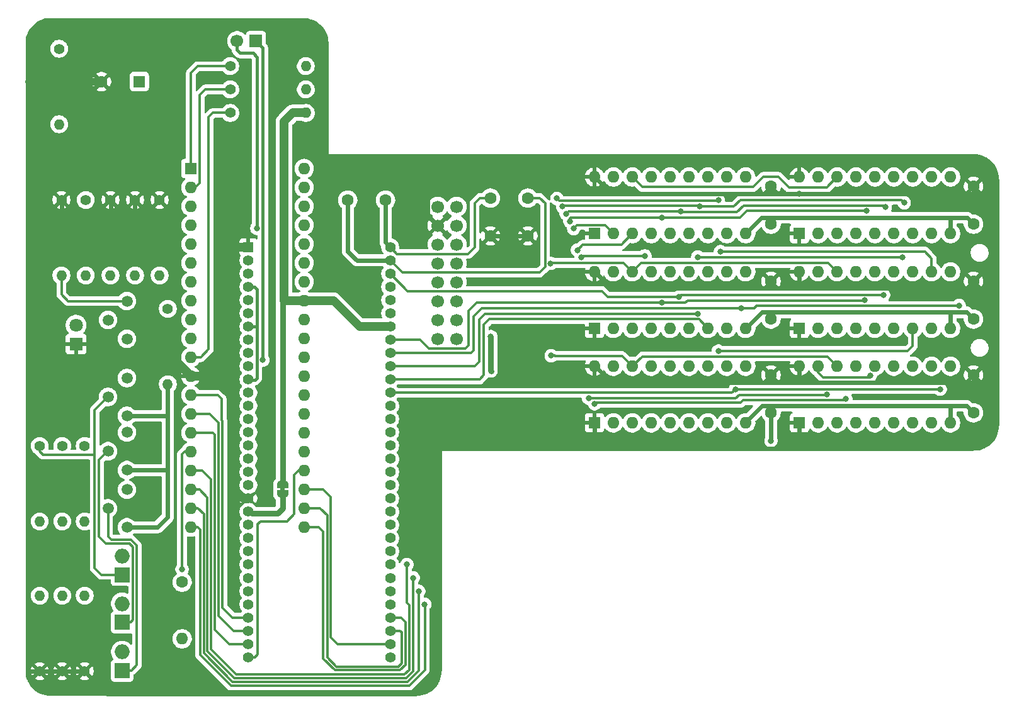
<source format=gbr>
%TF.GenerationSoftware,KiCad,Pcbnew,9.0.3*%
%TF.CreationDate,2025-12-08T23:35:03+00:00*%
%TF.ProjectId,V9958AdapterTC01,56393935-3841-4646-9170-746572544330,rev?*%
%TF.SameCoordinates,Original*%
%TF.FileFunction,Copper,L2,Bot*%
%TF.FilePolarity,Positive*%
%FSLAX46Y46*%
G04 Gerber Fmt 4.6, Leading zero omitted, Abs format (unit mm)*
G04 Created by KiCad (PCBNEW 9.0.3) date 2025-12-08 23:35:03*
%MOMM*%
%LPD*%
G01*
G04 APERTURE LIST*
G04 Aperture macros list*
%AMFreePoly0*
4,1,23,0.500000,-0.750000,0.000000,-0.750000,0.000000,-0.745722,-0.065263,-0.745722,-0.191342,-0.711940,-0.304381,-0.646677,-0.396677,-0.554381,-0.461940,-0.441342,-0.495722,-0.315263,-0.495722,-0.250000,-0.500000,-0.250000,-0.500000,0.250000,-0.495722,0.250000,-0.495722,0.315263,-0.461940,0.441342,-0.396677,0.554381,-0.304381,0.646677,-0.191342,0.711940,-0.065263,0.745722,0.000000,0.745722,
0.000000,0.750000,0.500000,0.750000,0.500000,-0.750000,0.500000,-0.750000,$1*%
%AMFreePoly1*
4,1,23,0.000000,0.745722,0.065263,0.745722,0.191342,0.711940,0.304381,0.646677,0.396677,0.554381,0.461940,0.441342,0.495722,0.315263,0.495722,0.250000,0.500000,0.250000,0.500000,-0.250000,0.495722,-0.250000,0.495722,-0.315263,0.461940,-0.441342,0.396677,-0.554381,0.304381,-0.646677,0.191342,-0.711940,0.065263,-0.745722,0.000000,-0.745722,0.000000,-0.750000,-0.500000,-0.750000,
-0.500000,0.750000,0.000000,0.750000,0.000000,0.745722,0.000000,0.745722,$1*%
G04 Aperture macros list end*
%TA.AperFunction,EtchedComponent*%
%ADD10C,0.000000*%
%TD*%
%TA.AperFunction,SMDPad,CuDef*%
%ADD11FreePoly0,90.000000*%
%TD*%
%TA.AperFunction,SMDPad,CuDef*%
%ADD12FreePoly1,90.000000*%
%TD*%
%TA.AperFunction,ComponentPad*%
%ADD13C,1.500000*%
%TD*%
%TA.AperFunction,ComponentPad*%
%ADD14C,1.400000*%
%TD*%
%TA.AperFunction,ComponentPad*%
%ADD15O,1.400000X1.400000*%
%TD*%
%TA.AperFunction,ComponentPad*%
%ADD16R,2.000000X2.000000*%
%TD*%
%TA.AperFunction,ComponentPad*%
%ADD17O,2.000000X2.000000*%
%TD*%
%TA.AperFunction,ComponentPad*%
%ADD18R,1.600000X1.600000*%
%TD*%
%TA.AperFunction,ComponentPad*%
%ADD19O,1.600000X1.600000*%
%TD*%
%TA.AperFunction,ComponentPad*%
%ADD20C,1.600000*%
%TD*%
%TA.AperFunction,ComponentPad*%
%ADD21C,1.700000*%
%TD*%
%TA.AperFunction,ComponentPad*%
%ADD22R,1.800000X1.800000*%
%TD*%
%TA.AperFunction,ComponentPad*%
%ADD23C,1.800000*%
%TD*%
%TA.AperFunction,ComponentPad*%
%ADD24R,1.700000X1.700000*%
%TD*%
%TA.AperFunction,ComponentPad*%
%ADD25R,1.400000X1.400000*%
%TD*%
%TA.AperFunction,ViaPad*%
%ADD26C,0.800000*%
%TD*%
%TA.AperFunction,Conductor*%
%ADD27C,0.300000*%
%TD*%
%TA.AperFunction,Conductor*%
%ADD28C,0.800000*%
%TD*%
%TA.AperFunction,Conductor*%
%ADD29C,1.200000*%
%TD*%
%TA.AperFunction,Conductor*%
%ADD30C,0.600000*%
%TD*%
%TA.AperFunction,Conductor*%
%ADD31C,1.000000*%
%TD*%
%TA.AperFunction,Conductor*%
%ADD32C,0.400000*%
%TD*%
G04 APERTURE END LIST*
D10*
%TA.AperFunction,EtchedComponent*%
%TO.C,J151*%
G36*
X62620000Y-89280000D02*
G01*
X62020000Y-89280000D01*
X62020000Y-88780000D01*
X62620000Y-88780000D01*
X62620000Y-89280000D01*
G37*
%TD.AperFunction*%
%TD*%
D11*
%TO.P,J151,1,A*%
%TO.N,Net-(I160-VDD_DAC)*%
X62320000Y-89680000D03*
D12*
%TO.P,J151,2,B*%
%TO.N,+5V*%
X62320000Y-88380000D03*
%TD*%
D13*
%TO.P,Q150,1,C*%
%TO.N,+5V*%
X41395000Y-86470000D03*
%TO.P,Q150,2,B*%
%TO.N,Net-(Q150-B)*%
X38855000Y-83930000D03*
%TO.P,Q150,3,E*%
%TO.N,R*%
X41395000Y-81390000D03*
%TD*%
D14*
%TO.P,R160,1*%
%TO.N,GND*%
X42490000Y-50100000D03*
D15*
%TO.P,R160,2*%
%TO.N,G*%
X42490000Y-60260000D03*
%TD*%
D16*
%TO.P,C159,1*%
%TO.N,Net-(Q152-B)*%
X40760000Y-113445000D03*
D17*
%TO.P,C159,2*%
%TO.N,VB*%
X40760000Y-110945000D03*
%TD*%
D14*
%TO.P,R164,1*%
%TO.N,Net-(Q152-B)*%
X32690000Y-83220000D03*
D15*
%TO.P,R164,2*%
%TO.N,+5V*%
X32690000Y-93380000D03*
%TD*%
D14*
%TO.P,R153,1*%
%TO.N,Net-(J150-~{CAS})*%
X55290000Y-35240000D03*
D15*
%TO.P,R153,2*%
%TO.N,+5V*%
X65450000Y-35240000D03*
%TD*%
D18*
%TO.P,I170,1,~{OE}*%
%TO.N,GND*%
X131810000Y-54640000D03*
D19*
%TO.P,I170,2,IO1*%
%TO.N,/VD3*%
X134350000Y-54640000D03*
%TO.P,I170,3,IO2*%
%TO.N,/VD2*%
X136890000Y-54640000D03*
%TO.P,I170,4,~{WE}*%
%TO.N,VR{slash}~{W}*%
X139430000Y-54640000D03*
%TO.P,I170,5,~{RAS}*%
%TO.N,~{VRAS}*%
X141970000Y-54640000D03*
%TO.P,I170,6,A6*%
%TO.N,/VAD6*%
X144510000Y-54640000D03*
%TO.P,I170,7,A5*%
%TO.N,/VAD5*%
X147050000Y-54640000D03*
%TO.P,I170,8,A4*%
%TO.N,/VAD4*%
X149590000Y-54640000D03*
%TO.P,I170,9,VCC*%
%TO.N,+5V*%
X152130000Y-54640000D03*
%TO.P,I170,10,A7*%
%TO.N,/VAD7*%
X152130000Y-47020000D03*
%TO.P,I170,11,A3*%
%TO.N,/VAD3*%
X149590000Y-47020000D03*
%TO.P,I170,12,A2*%
%TO.N,/VAD2*%
X147050000Y-47020000D03*
%TO.P,I170,13,A1*%
%TO.N,/VAD1*%
X144510000Y-47020000D03*
%TO.P,I170,14,A0*%
%TO.N,/VAD0*%
X141970000Y-47020000D03*
%TO.P,I170,15,IO3*%
%TO.N,/VD1*%
X139430000Y-47020000D03*
%TO.P,I170,16,~{CAS}*%
%TO.N,~{VCAS0}*%
X136890000Y-47020000D03*
%TO.P,I170,17,IO4*%
%TO.N,/VD0*%
X134350000Y-47020000D03*
%TO.P,I170,18,VSS*%
%TO.N,GND*%
X131810000Y-47020000D03*
%TD*%
D13*
%TO.P,Q153,1,C*%
%TO.N,+5V*%
X41395000Y-68810000D03*
%TO.P,Q153,2,B*%
%TO.N,Net-(Q153-B)*%
X38855000Y-66270000D03*
%TO.P,Q153,3,E*%
%TO.N,~{CSYNC}*%
X41395000Y-63730000D03*
%TD*%
D20*
%TO.P,C155,1*%
%TO.N,GND*%
X127990000Y-73680000D03*
%TO.P,C155,2*%
%TO.N,+5V*%
X127990000Y-78760000D03*
%TD*%
D14*
%TO.P,R165,1*%
%TO.N,Net-(Q151-B)*%
X29670000Y-83220000D03*
D15*
%TO.P,R165,2*%
%TO.N,+5V*%
X29670000Y-93380000D03*
%TD*%
D16*
%TO.P,C157,1*%
%TO.N,Net-(Q150-B)*%
X40760000Y-106950000D03*
D17*
%TO.P,C157,2*%
%TO.N,VR*%
X40760000Y-104450000D03*
%TD*%
D14*
%TO.P,R158,1*%
%TO.N,~{VCSYNC}*%
X35870000Y-50110000D03*
D15*
%TO.P,R158,2*%
%TO.N,Net-(Q153-B)*%
X35870000Y-60270000D03*
%TD*%
D20*
%TO.P,C153,1*%
%TO.N,GND*%
X127990000Y-48290000D03*
%TO.P,C153,2*%
%TO.N,+5V*%
X127990000Y-53370000D03*
%TD*%
D18*
%TO.P,I171,1,~{OE}*%
%TO.N,GND*%
X104270000Y-54640000D03*
D19*
%TO.P,I171,2,IO1*%
%TO.N,/VD7*%
X106810000Y-54640000D03*
%TO.P,I171,3,IO2*%
%TO.N,/VD6*%
X109350000Y-54640000D03*
%TO.P,I171,4,~{WE}*%
%TO.N,VR{slash}~{W}*%
X111890000Y-54640000D03*
%TO.P,I171,5,~{RAS}*%
%TO.N,~{VRAS}*%
X114430000Y-54640000D03*
%TO.P,I171,6,A6*%
%TO.N,/VAD6*%
X116970000Y-54640000D03*
%TO.P,I171,7,A5*%
%TO.N,/VAD5*%
X119510000Y-54640000D03*
%TO.P,I171,8,A4*%
%TO.N,/VAD4*%
X122050000Y-54640000D03*
%TO.P,I171,9,VCC*%
%TO.N,+5V*%
X124590000Y-54640000D03*
%TO.P,I171,10,A7*%
%TO.N,/VAD7*%
X124590000Y-47020000D03*
%TO.P,I171,11,A3*%
%TO.N,/VAD3*%
X122050000Y-47020000D03*
%TO.P,I171,12,A2*%
%TO.N,/VAD2*%
X119510000Y-47020000D03*
%TO.P,I171,13,A1*%
%TO.N,/VAD1*%
X116970000Y-47020000D03*
%TO.P,I171,14,A0*%
%TO.N,/VAD0*%
X114430000Y-47020000D03*
%TO.P,I171,15,IO3*%
%TO.N,/VD5*%
X111890000Y-47020000D03*
%TO.P,I171,16,~{CAS}*%
%TO.N,~{VCAS0}*%
X109350000Y-47020000D03*
%TO.P,I171,17,IO4*%
%TO.N,/VD4*%
X106810000Y-47020000D03*
%TO.P,I171,18,VSS*%
%TO.N,GND*%
X104270000Y-47020000D03*
%TD*%
D20*
%TO.P,C151,1*%
%TO.N,GND*%
X155210000Y-73680000D03*
%TO.P,C151,2*%
%TO.N,+5V*%
X155210000Y-78760000D03*
%TD*%
D18*
%TO.P,I173,1,~{OE}*%
%TO.N,GND*%
X104270000Y-67400000D03*
D19*
%TO.P,I173,2,IO1*%
%TO.N,/VD7*%
X106810000Y-67400000D03*
%TO.P,I173,3,IO2*%
%TO.N,/VD6*%
X109350000Y-67400000D03*
%TO.P,I173,4,~{WE}*%
%TO.N,VR{slash}~{W}*%
X111890000Y-67400000D03*
%TO.P,I173,5,~{RAS}*%
%TO.N,~{VRAS}*%
X114430000Y-67400000D03*
%TO.P,I173,6,A6*%
%TO.N,/VAD6*%
X116970000Y-67400000D03*
%TO.P,I173,7,A5*%
%TO.N,/VAD5*%
X119510000Y-67400000D03*
%TO.P,I173,8,A4*%
%TO.N,/VAD4*%
X122050000Y-67400000D03*
%TO.P,I173,9,VCC*%
%TO.N,+5V*%
X124590000Y-67400000D03*
%TO.P,I173,10,A7*%
%TO.N,/VAD7*%
X124590000Y-59780000D03*
%TO.P,I173,11,A3*%
%TO.N,/VAD3*%
X122050000Y-59780000D03*
%TO.P,I173,12,A2*%
%TO.N,/VAD2*%
X119510000Y-59780000D03*
%TO.P,I173,13,A1*%
%TO.N,/VAD1*%
X116970000Y-59780000D03*
%TO.P,I173,14,A0*%
%TO.N,/VAD0*%
X114430000Y-59780000D03*
%TO.P,I173,15,IO3*%
%TO.N,/VD5*%
X111890000Y-59780000D03*
%TO.P,I173,16,~{CAS}*%
%TO.N,~{VCAS1}*%
X109350000Y-59780000D03*
%TO.P,I173,17,IO4*%
%TO.N,/VD4*%
X106810000Y-59780000D03*
%TO.P,I173,18,VSS*%
%TO.N,GND*%
X104270000Y-59780000D03*
%TD*%
D14*
%TO.P,R150,1*%
%TO.N,+5V*%
X32280000Y-29770000D03*
D15*
%TO.P,R150,2*%
%TO.N,Net-(D150-A)*%
X32280000Y-39930000D03*
%TD*%
D18*
%TO.P,C156,1*%
%TO.N,+5V*%
X43060000Y-34190000D03*
D20*
%TO.P,C156,2*%
%TO.N,GND*%
X37980000Y-34190000D03*
%TD*%
D18*
%TO.P,I172,1,~{OE}*%
%TO.N,GND*%
X131810000Y-67400000D03*
D19*
%TO.P,I172,2,IO1*%
%TO.N,/VD3*%
X134350000Y-67400000D03*
%TO.P,I172,3,IO2*%
%TO.N,/VD2*%
X136890000Y-67400000D03*
%TO.P,I172,4,~{WE}*%
%TO.N,VR{slash}~{W}*%
X139430000Y-67400000D03*
%TO.P,I172,5,~{RAS}*%
%TO.N,~{VRAS}*%
X141970000Y-67400000D03*
%TO.P,I172,6,A6*%
%TO.N,/VAD6*%
X144510000Y-67400000D03*
%TO.P,I172,7,A5*%
%TO.N,/VAD5*%
X147050000Y-67400000D03*
%TO.P,I172,8,A4*%
%TO.N,/VAD4*%
X149590000Y-67400000D03*
%TO.P,I172,9,VCC*%
%TO.N,+5V*%
X152130000Y-67400000D03*
%TO.P,I172,10,A7*%
%TO.N,/VAD7*%
X152130000Y-59780000D03*
%TO.P,I172,11,A3*%
%TO.N,/VAD3*%
X149590000Y-59780000D03*
%TO.P,I172,12,A2*%
%TO.N,/VAD2*%
X147050000Y-59780000D03*
%TO.P,I172,13,A1*%
%TO.N,/VAD1*%
X144510000Y-59780000D03*
%TO.P,I172,14,A0*%
%TO.N,/VAD0*%
X141970000Y-59780000D03*
%TO.P,I172,15,IO3*%
%TO.N,/VD1*%
X139430000Y-59780000D03*
%TO.P,I172,16,~{CAS}*%
%TO.N,~{VCAS1}*%
X136890000Y-59780000D03*
%TO.P,I172,17,IO4*%
%TO.N,/VD0*%
X134350000Y-59780000D03*
%TO.P,I172,18,VSS*%
%TO.N,GND*%
X131810000Y-59780000D03*
%TD*%
D21*
%TO.P,M100,1,Pin_1*%
%TO.N,unconnected-(M100-Pin_1-Pad1)*%
X85710000Y-51020000D03*
%TO.P,M100,2,Pin_2*%
%TO.N,~{CSYNC}*%
X83170000Y-51020000D03*
%TO.P,M100,3,Pin_3*%
%TO.N,unconnected-(M100-Pin_3-Pad3)*%
X85710000Y-53560000D03*
%TO.P,M100,4,Pin_4*%
%TO.N,GND*%
X83170000Y-53560000D03*
%TO.P,M100,5,Pin_5*%
%TO.N,unconnected-(M100-Pin_5-Pad5)*%
X85710000Y-56100000D03*
%TO.P,M100,6,Pin_6*%
%TO.N,R*%
X83170000Y-56100000D03*
%TO.P,M100,7,Pin_7*%
%TO.N,unconnected-(M100-Pin_7-Pad7)*%
X85710000Y-58640000D03*
%TO.P,M100,8,Pin_8*%
%TO.N,unconnected-(M100-Pin_8-Pad8)*%
X83170000Y-58640000D03*
%TO.P,M100,9,Pin_9*%
%TO.N,unconnected-(M100-Pin_9-Pad9)*%
X85710000Y-61180000D03*
%TO.P,M100,10,Pin_10*%
%TO.N,G*%
X83170000Y-61180000D03*
%TO.P,M100,11,Pin_11*%
%TO.N,unconnected-(M100-Pin_11-Pad11)*%
X85710000Y-63720000D03*
%TO.P,M100,12,Pin_12*%
%TO.N,unconnected-(M100-Pin_12-Pad12)*%
X83170000Y-63720000D03*
%TO.P,M100,13,Pin_13*%
%TO.N,unconnected-(M100-Pin_13-Pad13)*%
X85710000Y-66260000D03*
%TO.P,M100,14,Pin_14*%
%TO.N,B*%
X83170000Y-66260000D03*
%TO.P,M100,15,Pin_15*%
%TO.N,unconnected-(M100-Pin_15-Pad15)*%
X85710000Y-68800000D03*
%TO.P,M100,16,Pin_16*%
%TO.N,unconnected-(M100-Pin_16-Pad16)*%
X83170000Y-68800000D03*
%TD*%
D20*
%TO.P,C150,1*%
%TO.N,GND*%
X155210000Y-48290000D03*
%TO.P,C150,2*%
%TO.N,+5V*%
X155210000Y-53370000D03*
%TD*%
D14*
%TO.P,R151,1*%
%TO.N,Net-(J150-~{RAS})*%
X55290000Y-32110000D03*
D15*
%TO.P,R151,2*%
%TO.N,+5V*%
X65450000Y-32110000D03*
%TD*%
D14*
%TO.P,R156,1*%
%TO.N,GND*%
X35710000Y-113520000D03*
D15*
%TO.P,R156,2*%
%TO.N,VG*%
X35710000Y-103360000D03*
%TD*%
D18*
%TO.P,I174,1,~{OE}*%
%TO.N,GND*%
X131810000Y-80110000D03*
D19*
%TO.P,I174,2,IO1*%
%TO.N,/VD3*%
X134350000Y-80110000D03*
%TO.P,I174,3,IO2*%
%TO.N,/VD2*%
X136890000Y-80110000D03*
%TO.P,I174,4,~{WE}*%
%TO.N,VR{slash}~{W}*%
X139430000Y-80110000D03*
%TO.P,I174,5,~{RAS}*%
%TO.N,~{VRAS}*%
X141970000Y-80110000D03*
%TO.P,I174,6,A6*%
%TO.N,/VAD6*%
X144510000Y-80110000D03*
%TO.P,I174,7,A5*%
%TO.N,/VAD5*%
X147050000Y-80110000D03*
%TO.P,I174,8,A4*%
%TO.N,/VAD4*%
X149590000Y-80110000D03*
%TO.P,I174,9,VCC*%
%TO.N,+5V*%
X152130000Y-80110000D03*
%TO.P,I174,10,A7*%
%TO.N,/VAD7*%
X152130000Y-72490000D03*
%TO.P,I174,11,A3*%
%TO.N,/VAD3*%
X149590000Y-72490000D03*
%TO.P,I174,12,A2*%
%TO.N,/VAD2*%
X147050000Y-72490000D03*
%TO.P,I174,13,A1*%
%TO.N,/VAD1*%
X144510000Y-72490000D03*
%TO.P,I174,14,A0*%
%TO.N,/VAD0*%
X141970000Y-72490000D03*
%TO.P,I174,15,IO3*%
%TO.N,/VD1*%
X139430000Y-72490000D03*
%TO.P,I174,16,~{CAS}*%
%TO.N,~{VCASX}*%
X136890000Y-72490000D03*
%TO.P,I174,17,IO4*%
%TO.N,/VD0*%
X134350000Y-72490000D03*
%TO.P,I174,18,VSS*%
%TO.N,GND*%
X131810000Y-72490000D03*
%TD*%
D14*
%TO.P,R152,1*%
%TO.N,Net-(J150-R{slash}~{W})*%
X55290000Y-38390000D03*
D15*
%TO.P,R152,2*%
%TO.N,+5V*%
X65450000Y-38390000D03*
%TD*%
D20*
%TO.P,C152,1*%
%TO.N,GND*%
X155210000Y-61060000D03*
%TO.P,C152,2*%
%TO.N,+5V*%
X155210000Y-66140000D03*
%TD*%
D22*
%TO.P,D150,1,K*%
%TO.N,GND*%
X34555000Y-69505000D03*
D23*
%TO.P,D150,2,A*%
%TO.N,Net-(D150-A)*%
X34555000Y-66965000D03*
%TD*%
D16*
%TO.P,C158,1*%
%TO.N,Net-(Q151-B)*%
X40760000Y-100550000D03*
D17*
%TO.P,C158,2*%
%TO.N,VG*%
X40760000Y-98050000D03*
%TD*%
D20*
%TO.P,D151,1,K*%
%TO.N,Net-(D151-K)*%
X48820000Y-101560000D03*
D19*
%TO.P,D151,2,A*%
%TO.N,~{VDPWAIT}*%
X48820000Y-109180000D03*
%TD*%
D24*
%TO.P,J153,1,Pin_1*%
%TO.N,/A1*%
X58745000Y-28730000D03*
D21*
%TO.P,J153,2,Pin_2*%
%TO.N,~{VDPWAIT}*%
X56205000Y-28730000D03*
%TD*%
D14*
%TO.P,R157,1*%
%TO.N,GND*%
X29670000Y-113520000D03*
D15*
%TO.P,R157,2*%
%TO.N,VB*%
X29670000Y-103360000D03*
%TD*%
D14*
%TO.P,R159,1*%
%TO.N,GND*%
X39180000Y-50100000D03*
D15*
%TO.P,R159,2*%
%TO.N,R*%
X39180000Y-60260000D03*
%TD*%
D20*
%TO.P,X170,1,1*%
%TO.N,Net-(I160-XTAL1)*%
X71080000Y-50120000D03*
%TO.P,X170,2,2*%
%TO.N,Net-(I160-XTAL2)*%
X76160000Y-50120000D03*
%TD*%
%TO.P,C154,1*%
%TO.N,GND*%
X127990000Y-61060000D03*
%TO.P,C154,2*%
%TO.N,+5V*%
X127990000Y-66140000D03*
%TD*%
D13*
%TO.P,Q151,1,C*%
%TO.N,+5V*%
X41395000Y-79170000D03*
%TO.P,Q151,2,B*%
%TO.N,Net-(Q151-B)*%
X38855000Y-76630000D03*
%TO.P,Q151,3,E*%
%TO.N,G*%
X41395000Y-74090000D03*
%TD*%
D14*
%TO.P,R162,1*%
%TO.N,GND*%
X32590000Y-50110000D03*
D15*
%TO.P,R162,2*%
%TO.N,~{CSYNC}*%
X32590000Y-60270000D03*
%TD*%
D13*
%TO.P,Q152,1,C*%
%TO.N,+5V*%
X41395000Y-94170000D03*
%TO.P,Q152,2,B*%
%TO.N,Net-(Q152-B)*%
X38855000Y-91630000D03*
%TO.P,Q152,3,E*%
%TO.N,B*%
X41395000Y-89090000D03*
%TD*%
D25*
%TO.P,I160,1,GND*%
%TO.N,GND*%
X57720000Y-56470000D03*
D14*
%TO.P,I160,2,~{DHCLK}*%
%TO.N,unconnected-(I160-~{DHCLK}-Pad2)*%
X57720000Y-58250000D03*
%TO.P,I160,3,~{DLCLK}*%
%TO.N,unconnected-(I160-~{DLCLK}-Pad3)*%
X57720000Y-60030000D03*
%TO.P,I160,4,~{VRESET}*%
%TO.N,+5E*%
X57720000Y-61810000D03*
%TO.P,I160,5,~{HSYNC}*%
%TO.N,unconnected-(I160-~{HSYNC}-Pad5)*%
X57720000Y-63590000D03*
%TO.P,I160,6,~{CSYNC}*%
%TO.N,~{VCSYNC}*%
X57720000Y-65370000D03*
%TO.P,I160,7,BLEO*%
%TO.N,+5E*%
X57720000Y-67150000D03*
%TO.P,I160,8,CPUCLK/~{VDS}*%
%TO.N,unconnected-(I160-CPUCLK{slash}~{VDS}-Pad8)*%
X57720000Y-68930000D03*
%TO.P,I160,9,~{RESET}*%
%TO.N,~{RST}*%
X57720000Y-70710000D03*
%TO.P,I160,10,~{YS}*%
%TO.N,unconnected-(I160-~{YS}-Pad10)*%
X57720000Y-72490000D03*
%TO.P,I160,11,CBDR*%
%TO.N,+5E*%
X57720000Y-74270000D03*
%TO.P,I160,12,C7*%
%TO.N,unconnected-(I160-C7-Pad12)*%
X57720000Y-76050000D03*
%TO.P,I160,13,C6*%
%TO.N,unconnected-(I160-C6-Pad13)*%
X57720000Y-77830000D03*
%TO.P,I160,14,C5*%
%TO.N,unconnected-(I160-C5-Pad14)*%
X57720000Y-79610000D03*
%TO.P,I160,15,C4*%
%TO.N,unconnected-(I160-C4-Pad15)*%
X57720000Y-81390000D03*
%TO.P,I160,16,C3*%
%TO.N,unconnected-(I160-C3-Pad16)*%
X57720000Y-83170000D03*
%TO.P,I160,17,C2*%
%TO.N,unconnected-(I160-C2-Pad17)*%
X57720000Y-84950000D03*
%TO.P,I160,18,C1*%
%TO.N,unconnected-(I160-C1-Pad18)*%
X57720000Y-86730000D03*
%TO.P,I160,19,C0*%
%TO.N,unconnected-(I160-C0-Pad19)*%
X57720000Y-88510000D03*
%TO.P,I160,20,GND_DAC*%
%TO.N,GND*%
X57720000Y-90290000D03*
%TO.P,I160,21,VDD_DAC*%
%TO.N,Net-(I160-VDD_DAC)*%
X57720000Y-92070000D03*
%TO.P,I160,22,G*%
%TO.N,VG*%
X57720000Y-93850000D03*
%TO.P,I160,23,R*%
%TO.N,VR*%
X57720000Y-95630000D03*
%TO.P,I160,24,B*%
%TO.N,VB*%
X57720000Y-97410000D03*
%TO.P,I160,25,~{INT}*%
%TO.N,~{INTVDP}*%
X57720000Y-99190000D03*
%TO.P,I160,26,~{WAIT}*%
%TO.N,Net-(D151-K)*%
X57720000Y-100970000D03*
%TO.P,I160,27,~{HRESET}*%
%TO.N,+5E*%
X57720000Y-102750000D03*
%TO.P,I160,28,MODE1*%
%TO.N,/A1*%
X57720000Y-104530000D03*
%TO.P,I160,29,MODE0*%
%TO.N,/A0*%
X57720000Y-106310000D03*
%TO.P,I160,30,~{CSW}*%
%TO.N,~{CSW}*%
X57720000Y-108090000D03*
%TO.P,I160,31,~{CSR}*%
%TO.N,~{CSR}*%
X57720000Y-109870000D03*
%TO.P,I160,32,CD7*%
%TO.N,/D7*%
X57720000Y-111650000D03*
%TO.P,I160,33,VBB*%
%TO.N,unconnected-(I160-VBB-Pad33)*%
X76790000Y-111650000D03*
%TO.P,I160,34,CD6*%
%TO.N,/D6*%
X76790000Y-109870000D03*
%TO.P,I160,35,CD5*%
%TO.N,/D5*%
X76790000Y-108090000D03*
%TO.P,I160,36,CD4*%
%TO.N,/D4*%
X76790000Y-106310000D03*
%TO.P,I160,37,CD3*%
%TO.N,/D3*%
X76790000Y-104530000D03*
%TO.P,I160,38,CD2*%
%TO.N,/D2*%
X76790000Y-102750000D03*
%TO.P,I160,39,CD1*%
%TO.N,/D1*%
X76790000Y-100970000D03*
%TO.P,I160,40,CD0*%
%TO.N,/D0*%
X76790000Y-99190000D03*
%TO.P,I160,41,RD0*%
%TO.N,/VD0*%
X76790000Y-97410000D03*
%TO.P,I160,42,RD1*%
%TO.N,/VD1*%
X76790000Y-95630000D03*
%TO.P,I160,43,RD2*%
%TO.N,/VD2*%
X76790000Y-93850000D03*
%TO.P,I160,44,RD3*%
%TO.N,/VD3*%
X76790000Y-92070000D03*
%TO.P,I160,45,RD4*%
%TO.N,/VD4*%
X76790000Y-90290000D03*
%TO.P,I160,46,RD5*%
%TO.N,/VD5*%
X76790000Y-88510000D03*
%TO.P,I160,47,RD6*%
%TO.N,/VD6*%
X76790000Y-86730000D03*
%TO.P,I160,48,RD7*%
%TO.N,/VD7*%
X76790000Y-84950000D03*
%TO.P,I160,49,AD0*%
%TO.N,/VAD0*%
X76790000Y-83170000D03*
%TO.P,I160,50,AD1*%
%TO.N,/VAD1*%
X76790000Y-81390000D03*
%TO.P,I160,51,AD2*%
%TO.N,/VAD2*%
X76790000Y-79610000D03*
%TO.P,I160,52,AD3*%
%TO.N,/VAD3*%
X76790000Y-77830000D03*
%TO.P,I160,53,AD4*%
%TO.N,/VAD4*%
X76790000Y-76050000D03*
%TO.P,I160,54,AD5*%
%TO.N,/VAD5*%
X76790000Y-74270000D03*
%TO.P,I160,55,AD6*%
%TO.N,/VAD6*%
X76790000Y-72490000D03*
%TO.P,I160,56,AD7*%
%TO.N,/VAD7*%
X76790000Y-70710000D03*
%TO.P,I160,57,R/~{W}*%
%TO.N,VR{slash}~{W}*%
X76790000Y-68930000D03*
%TO.P,I160,58,VDD*%
%TO.N,+5V*%
X76790000Y-67150000D03*
%TO.P,I160,59,~{CASX}*%
%TO.N,~{VCASX}*%
X76790000Y-65370000D03*
%TO.P,I160,60,~{CAS1}*%
%TO.N,~{VCAS1}*%
X76790000Y-63590000D03*
%TO.P,I160,61,~{CAS0}*%
%TO.N,~{VCAS0}*%
X76790000Y-61810000D03*
%TO.P,I160,62,~{RAS}*%
%TO.N,~{VRAS}*%
X76790000Y-60030000D03*
%TO.P,I160,63,XTAL1*%
%TO.N,Net-(I160-XTAL1)*%
X76790000Y-58250000D03*
%TO.P,I160,64,XTAL2*%
%TO.N,Net-(I160-XTAL2)*%
X76790000Y-56470000D03*
%TD*%
%TO.P,R154,1*%
%TO.N,+5E*%
X46890000Y-64750000D03*
D15*
%TO.P,R154,2*%
%TO.N,+5V*%
X46890000Y-74910000D03*
%TD*%
D14*
%TO.P,R163,1*%
%TO.N,Net-(Q150-B)*%
X35710000Y-83220000D03*
D15*
%TO.P,R163,2*%
%TO.N,+5V*%
X35710000Y-93380000D03*
%TD*%
D18*
%TO.P,I175,1,~{OE}*%
%TO.N,GND*%
X104270000Y-80110000D03*
D19*
%TO.P,I175,2,IO1*%
%TO.N,/VD7*%
X106810000Y-80110000D03*
%TO.P,I175,3,IO2*%
%TO.N,/VD6*%
X109350000Y-80110000D03*
%TO.P,I175,4,~{WE}*%
%TO.N,VR{slash}~{W}*%
X111890000Y-80110000D03*
%TO.P,I175,5,~{RAS}*%
%TO.N,~{VRAS}*%
X114430000Y-80110000D03*
%TO.P,I175,6,A6*%
%TO.N,/VAD6*%
X116970000Y-80110000D03*
%TO.P,I175,7,A5*%
%TO.N,/VAD5*%
X119510000Y-80110000D03*
%TO.P,I175,8,A4*%
%TO.N,/VAD4*%
X122050000Y-80110000D03*
%TO.P,I175,9,VCC*%
%TO.N,+5V*%
X124590000Y-80110000D03*
%TO.P,I175,10,A7*%
%TO.N,/VAD7*%
X124590000Y-72490000D03*
%TO.P,I175,11,A3*%
%TO.N,/VAD3*%
X122050000Y-72490000D03*
%TO.P,I175,12,A2*%
%TO.N,/VAD2*%
X119510000Y-72490000D03*
%TO.P,I175,13,A1*%
%TO.N,/VAD1*%
X116970000Y-72490000D03*
%TO.P,I175,14,A0*%
%TO.N,/VAD0*%
X114430000Y-72490000D03*
%TO.P,I175,15,IO3*%
%TO.N,/VD5*%
X111890000Y-72490000D03*
%TO.P,I175,16,~{CAS}*%
%TO.N,~{VCASX}*%
X109350000Y-72490000D03*
%TO.P,I175,17,IO4*%
%TO.N,/VD4*%
X106810000Y-72490000D03*
%TO.P,I175,18,VSS*%
%TO.N,GND*%
X104270000Y-72490000D03*
%TD*%
D20*
%TO.P,C171,1*%
%TO.N,Net-(I160-XTAL2)*%
X90260000Y-49860000D03*
%TO.P,C171,2*%
%TO.N,GND*%
X90260000Y-54940000D03*
%TD*%
D18*
%TO.P,J150,1,~{RAS}*%
%TO.N,Net-(J150-~{RAS})*%
X49990000Y-45880000D03*
D19*
%TO.P,J150,2,~{CAS}*%
%TO.N,Net-(J150-~{CAS})*%
X49990000Y-48420000D03*
%TO.P,J150,3,AD7*%
%TO.N,unconnected-(J150-AD7-Pad3)*%
X49990000Y-50960000D03*
%TO.P,J150,4,AD6*%
%TO.N,unconnected-(J150-AD6-Pad4)*%
X49990000Y-53500000D03*
%TO.P,J150,5,AD5*%
%TO.N,unconnected-(J150-AD5-Pad5)*%
X49990000Y-56040000D03*
%TO.P,J150,6,AD4*%
%TO.N,unconnected-(J150-AD4-Pad6)*%
X49990000Y-58580000D03*
%TO.P,J150,7,AD3*%
%TO.N,unconnected-(J150-AD3-Pad7)*%
X49990000Y-61120000D03*
%TO.P,J150,8,AD2*%
%TO.N,unconnected-(J150-AD2-Pad8)*%
X49990000Y-63660000D03*
%TO.P,J150,9,AD1*%
%TO.N,unconnected-(J150-AD1-Pad9)*%
X49990000Y-66200000D03*
%TO.P,J150,10,AD0*%
%TO.N,unconnected-(J150-AD0-Pad10)*%
X49990000Y-68740000D03*
%TO.P,J150,11,R/~{W}*%
%TO.N,Net-(J150-R{slash}~{W})*%
X49990000Y-71280000D03*
%TO.P,J150,12,GND*%
%TO.N,GND*%
X49990000Y-73820000D03*
%TO.P,J150,13,MODE*%
%TO.N,/A0*%
X49990000Y-76360000D03*
%TO.P,J150,14,~{CSW}*%
%TO.N,~{CSW}*%
X49990000Y-78900000D03*
%TO.P,J150,15,~{CSR}*%
%TO.N,~{CSR}*%
X49990000Y-81440000D03*
%TO.P,J150,16,~{INT}*%
%TO.N,~{INTVDP}*%
X49990000Y-83980000D03*
%TO.P,J150,17,CD7*%
%TO.N,/D0*%
X49990000Y-86520000D03*
%TO.P,J150,18,CD6*%
%TO.N,/D1*%
X49990000Y-89060000D03*
%TO.P,J150,19,CD5*%
%TO.N,/D2*%
X49990000Y-91600000D03*
%TO.P,J150,20,CD4*%
%TO.N,/D3*%
X49990000Y-94140000D03*
%TO.P,J150,21,CD3*%
%TO.N,/D4*%
X65230000Y-94140000D03*
%TO.P,J150,22,CD2*%
%TO.N,/D5*%
X65230000Y-91600000D03*
%TO.P,J150,23,CD1*%
%TO.N,/D6*%
X65230000Y-89060000D03*
%TO.P,J150,24,CD0*%
%TO.N,/D7*%
X65230000Y-86520000D03*
%TO.P,J150,25,RD7*%
%TO.N,unconnected-(J150-RD7-Pad25)*%
X65230000Y-83980000D03*
%TO.P,J150,26,RD6*%
%TO.N,unconnected-(J150-RD6-Pad26)*%
X65230000Y-81440000D03*
%TO.P,J150,27,RD5*%
%TO.N,unconnected-(J150-RD5-Pad27)*%
X65230000Y-78900000D03*
%TO.P,J150,28,RD4*%
%TO.N,unconnected-(J150-RD4-Pad28)*%
X65230000Y-76360000D03*
%TO.P,J150,29,RD3*%
%TO.N,unconnected-(J150-RD3-Pad29)*%
X65230000Y-73820000D03*
%TO.P,J150,30,RD2*%
%TO.N,unconnected-(J150-RD2-Pad30)*%
X65230000Y-71280000D03*
%TO.P,J150,31,RD1*%
%TO.N,unconnected-(J150-RD1-Pad31)*%
X65230000Y-68740000D03*
%TO.P,J150,32,RD0*%
%TO.N,unconnected-(J150-RD0-Pad32)*%
X65230000Y-66200000D03*
%TO.P,J150,33,VCC*%
%TO.N,+5V*%
X65230000Y-63660000D03*
%TO.P,J150,34,~{RESET}/SYNC*%
%TO.N,~{RST}*%
X65230000Y-61120000D03*
%TO.P,J150,35,B-Y*%
%TO.N,unconnected-(J150-B-Y-Pad35)*%
X65230000Y-58580000D03*
%TO.P,J150,36,Y*%
%TO.N,unconnected-(J150-Y-Pad36)*%
X65230000Y-56040000D03*
%TO.P,J150,37,GROMCLK*%
%TO.N,unconnected-(J150-GROMCLK-Pad37)*%
X65230000Y-53500000D03*
%TO.P,J150,38,R-Y*%
%TO.N,unconnected-(J150-R-Y-Pad38)*%
X65230000Y-50960000D03*
%TO.P,J150,39,XTAL2*%
%TO.N,unconnected-(J150-XTAL2-Pad39)*%
X65230000Y-48420000D03*
%TO.P,J150,40,XTAL1*%
%TO.N,unconnected-(J150-XTAL1-Pad40)*%
X65230000Y-45880000D03*
%TD*%
D14*
%TO.P,R155,1*%
%TO.N,GND*%
X32690000Y-113520000D03*
D15*
%TO.P,R155,2*%
%TO.N,VR*%
X32690000Y-103360000D03*
%TD*%
D20*
%TO.P,C170,1*%
%TO.N,Net-(I160-XTAL1)*%
X95300000Y-49860000D03*
%TO.P,C170,2*%
%TO.N,GND*%
X95300000Y-54940000D03*
%TD*%
D14*
%TO.P,R161,1*%
%TO.N,GND*%
X45790000Y-50100000D03*
D15*
%TO.P,R161,2*%
%TO.N,B*%
X45790000Y-60260000D03*
%TD*%
D26*
%TO.N,+5V*%
X90320000Y-68510000D03*
X90330000Y-73120000D03*
%TO.N,GND*%
X131800000Y-49260000D03*
%TO.N,+5V*%
X62530000Y-52910000D03*
X127980000Y-82512000D03*
X74180000Y-67150000D03*
X67970000Y-63660000D03*
%TO.N,/D2*%
X80630000Y-102770000D03*
%TO.N,/D1*%
X79870000Y-100970000D03*
%TO.N,/D0*%
X79040000Y-99190000D03*
%TO.N,/VAD1*%
X100451000Y-51996583D03*
X143359000Y-51070000D03*
X115819000Y-51680000D03*
%TO.N,~{INTVDP}*%
X48810000Y-99797000D03*
%TO.N,VR{slash}~{W}*%
X140581000Y-63630000D03*
X113279000Y-63910000D03*
%TO.N,/D3*%
X81420000Y-104530000D03*
%TO.N,/VD3*%
X103471000Y-76800000D03*
X135501000Y-76330000D03*
%TO.N,/VD0*%
X141331000Y-73780000D03*
%TO.N,/VD2*%
X104285792Y-77550000D03*
X138040000Y-76910000D03*
%TO.N,/VAD7*%
X153281000Y-64320000D03*
X123951000Y-64660000D03*
%TO.N,/VAD3*%
X121170000Y-57050000D03*
X120899000Y-50160000D03*
X99200000Y-49900000D03*
%TO.N,/VAD2*%
X118359000Y-51000000D03*
X145899000Y-50500000D03*
X99950000Y-51000000D03*
%TO.N,/VD7*%
X101453000Y-53960000D03*
%TO.N,/VAD0*%
X100952000Y-52989556D03*
X140819000Y-51600000D03*
X113279000Y-52500000D03*
%TO.N,/VAD4*%
X123201000Y-75580000D03*
X150741000Y-75580000D03*
%TO.N,~{VRAS}*%
X115581000Y-63160000D03*
X143121000Y-62920000D03*
%TO.N,/VAD5*%
X120899000Y-70440000D03*
%TO.N,/VD5*%
X111040000Y-57640000D03*
X102455000Y-57830000D03*
%TO.N,/VD6*%
X101954000Y-56860000D03*
%TO.N,/VAD6*%
X118121000Y-65410000D03*
X118121000Y-57800000D03*
X145661000Y-57820000D03*
%TO.N,~{VDPWAIT}*%
X58860000Y-53930000D03*
%TO.N,/A1*%
X59660000Y-71660000D03*
%TO.N,~{VCASX}*%
X98430000Y-71080000D03*
%TO.N,~{VCAS1}*%
X98370000Y-58660000D03*
%TD*%
D27*
%TO.N,~{VCASX}*%
X107942000Y-71082000D02*
X109350000Y-72490000D01*
X98936520Y-71082000D02*
X107942000Y-71082000D01*
X98934520Y-71080000D02*
X98936520Y-71082000D01*
X98430000Y-71080000D02*
X98934520Y-71080000D01*
D28*
%TO.N,+5V*%
X90320000Y-68510000D02*
X90320000Y-73110000D01*
X90320000Y-73110000D02*
X90330000Y-73120000D01*
D27*
%TO.N,/D7*%
X58580000Y-111650000D02*
X57720000Y-111650000D01*
X62920000Y-93370000D02*
X59380000Y-93370000D01*
X63890000Y-92400000D02*
X62920000Y-93370000D01*
X63890000Y-87090000D02*
X63890000Y-92400000D01*
X59380000Y-93370000D02*
X59000000Y-93750000D01*
X59000000Y-111230000D02*
X58580000Y-111650000D01*
X64460000Y-86520000D02*
X63890000Y-87090000D01*
X65230000Y-86520000D02*
X64460000Y-86520000D01*
X59000000Y-93750000D02*
X59000000Y-111230000D01*
D28*
%TO.N,Net-(I160-VDD_DAC)*%
X61630000Y-92310000D02*
X58180000Y-92310000D01*
X62320000Y-91620000D02*
X61630000Y-92310000D01*
X62320000Y-89680000D02*
X62320000Y-91620000D01*
%TO.N,+5V*%
X62320000Y-61900000D02*
X62530000Y-61690000D01*
X62320000Y-88380000D02*
X62320000Y-61900000D01*
X62320000Y-88150000D02*
X62320000Y-88380000D01*
D29*
X62530000Y-61690000D02*
X62530000Y-52910000D01*
D30*
%TO.N,GND*%
X106550000Y-74680000D02*
X128000000Y-74680000D01*
X153081778Y-44262778D02*
X155169185Y-44262778D01*
D31*
X28296074Y-34190000D02*
X28266041Y-34220033D01*
D30*
X68189000Y-44026100D02*
X68189000Y-29309000D01*
D29*
X55800000Y-89040000D02*
X57050000Y-90290000D01*
D30*
X28062570Y-113391787D02*
X28190783Y-113520000D01*
X80181673Y-116557735D02*
X73952265Y-116557735D01*
X131810000Y-62000000D02*
X131790000Y-62020000D01*
X158319000Y-74650000D02*
X158319000Y-80321000D01*
X127990000Y-48290000D02*
X127990000Y-49210000D01*
X44120000Y-51770000D02*
X42480000Y-51770000D01*
D29*
X55800000Y-56880000D02*
X55800000Y-73840000D01*
D30*
X38740781Y-116550781D02*
X35710000Y-113520000D01*
X92720000Y-44301000D02*
X92760000Y-44261000D01*
X28066356Y-29274899D02*
X28064926Y-51770000D01*
D29*
X55780000Y-73820000D02*
X55800000Y-73840000D01*
D30*
X131810000Y-74660000D02*
X131790000Y-74680000D01*
X34599517Y-25921258D02*
X31419997Y-25921258D01*
X39190000Y-50100000D02*
X39190000Y-51770000D01*
X28061504Y-105590372D02*
X28061136Y-105590740D01*
X127930000Y-62020000D02*
X131790000Y-62020000D01*
X92720000Y-54940000D02*
X95300000Y-54940000D01*
D29*
X57050000Y-90290000D02*
X57720000Y-90290000D01*
D30*
X155180000Y-62020000D02*
X158319000Y-62020000D01*
X127990000Y-61960000D02*
X127930000Y-62020000D01*
X28061136Y-105590740D02*
X28061136Y-113340537D01*
X34600000Y-25921741D02*
X34599517Y-25921258D01*
D29*
X55800000Y-73840000D02*
X55800000Y-89040000D01*
D30*
X104270000Y-80020000D02*
X104270000Y-83556136D01*
D29*
X57720000Y-56470000D02*
X56210000Y-56470000D01*
D30*
X83624400Y-83558467D02*
X83389000Y-83793867D01*
D29*
X28363628Y-72180008D02*
X28363629Y-72160042D01*
D30*
X127990000Y-74670000D02*
X128000000Y-74680000D01*
X28061136Y-113340537D02*
X28062570Y-113391787D01*
X158289000Y-74680000D02*
X158319000Y-74650000D01*
X127940000Y-49260000D02*
X131800000Y-49260000D01*
X155169185Y-44262778D02*
X158319000Y-47412593D01*
X42490000Y-50100000D02*
X42490000Y-51760000D01*
X155210000Y-48290000D02*
X155210000Y-49260000D01*
X32550000Y-51770000D02*
X28064926Y-51770000D01*
X155210000Y-61060000D02*
X155210000Y-61990000D01*
X87599427Y-83558467D02*
X83624400Y-83558467D01*
X42480000Y-51770000D02*
X39190000Y-51770000D01*
X127990000Y-73680000D02*
X127990000Y-74670000D01*
X131790000Y-74680000D02*
X155230000Y-74680000D01*
X131810000Y-80020000D02*
X131810000Y-83532281D01*
X155210000Y-61990000D02*
X155180000Y-62020000D01*
X32590000Y-50110000D02*
X32590000Y-51730000D01*
X155210000Y-74660000D02*
X155230000Y-74680000D01*
X131810000Y-72400000D02*
X131810000Y-74660000D01*
X153080000Y-44261000D02*
X153081778Y-44262778D01*
X64709793Y-25926313D02*
X34600000Y-25921741D01*
X104270000Y-47010000D02*
X106520000Y-49260000D01*
X68423900Y-44261000D02*
X68189000Y-44026100D01*
X104270000Y-59780000D02*
X106510000Y-62020000D01*
X73952265Y-116557735D02*
X38740781Y-116550781D01*
X81790000Y-44261000D02*
X68423900Y-44261000D01*
X155230000Y-74680000D02*
X158289000Y-74680000D01*
D29*
X49990000Y-73820000D02*
X48350008Y-72180008D01*
D30*
X42490000Y-51760000D02*
X42480000Y-51770000D01*
X155210000Y-73680000D02*
X155210000Y-74660000D01*
X35710000Y-113520000D02*
X32690000Y-113520000D01*
X64806313Y-25926313D02*
X64709793Y-25926313D01*
X158319000Y-80321000D02*
X155090972Y-83549028D01*
X155090972Y-83549028D02*
X131830000Y-83552281D01*
X83389000Y-83793867D02*
X83389000Y-113350408D01*
X131790000Y-62020000D02*
X155180000Y-62020000D01*
X39190000Y-51770000D02*
X32550000Y-51770000D01*
X28064926Y-51770000D02*
X28061504Y-105590372D01*
X127990000Y-61060000D02*
X127990000Y-61960000D01*
X158319000Y-49260000D02*
X158319000Y-62020000D01*
X32590000Y-51730000D02*
X32550000Y-51770000D01*
X131830000Y-83552281D02*
X104270000Y-83556136D01*
X83170000Y-53560000D02*
X81790000Y-52180000D01*
D29*
X34480000Y-72180008D02*
X32260000Y-72180008D01*
D30*
X92760000Y-44261000D02*
X153080000Y-44261000D01*
X106520000Y-49260000D02*
X127940000Y-49260000D01*
X45790000Y-50100000D02*
X44120000Y-51770000D01*
X104270000Y-83556136D02*
X87599427Y-83558467D01*
D29*
X48350008Y-72180008D02*
X34480000Y-72180008D01*
D30*
X131810000Y-59780000D02*
X131810000Y-62000000D01*
X104270000Y-72400000D02*
X106550000Y-74680000D01*
X92720000Y-54940000D02*
X92720000Y-44301000D01*
D27*
X34555000Y-69505000D02*
X34555000Y-72105008D01*
D29*
X56210000Y-56470000D02*
X55800000Y-56880000D01*
D30*
X81790000Y-52180000D02*
X81790000Y-44261000D01*
X90260000Y-54940000D02*
X92720000Y-54940000D01*
X131810000Y-83532281D02*
X131830000Y-83552281D01*
X128000000Y-74680000D02*
X131790000Y-74680000D01*
X68189000Y-29309000D02*
X64806313Y-25926313D01*
X31419997Y-25921258D02*
X28066356Y-29274899D01*
D27*
X34555000Y-72105008D02*
X34480000Y-72180008D01*
D30*
X28190783Y-113520000D02*
X29670000Y-113520000D01*
X127990000Y-49210000D02*
X127940000Y-49260000D01*
D29*
X49990000Y-73820000D02*
X55780000Y-73820000D01*
D30*
X106510000Y-62020000D02*
X127930000Y-62020000D01*
X155210000Y-49260000D02*
X158319000Y-49260000D01*
X131810000Y-49250000D02*
X131800000Y-49260000D01*
X32690000Y-113520000D02*
X29670000Y-113520000D01*
X131800000Y-49260000D02*
X155210000Y-49260000D01*
X83389000Y-113350408D02*
X80181673Y-116557735D01*
X81790000Y-44261000D02*
X92760000Y-44261000D01*
X158319000Y-47412593D02*
X158319000Y-49260000D01*
D29*
X32260000Y-72180008D02*
X28363628Y-72180008D01*
D30*
X158319000Y-62020000D02*
X158319000Y-74650000D01*
D31*
X37980000Y-34190000D02*
X28296074Y-34190000D01*
D30*
%TO.N,+5V*%
X152140000Y-77810000D02*
X154260000Y-77810000D01*
X126800000Y-77810000D02*
X127960000Y-77810000D01*
X41395000Y-86470000D02*
X46840000Y-86470000D01*
X127990000Y-77840000D02*
X127960000Y-77810000D01*
X152130000Y-67400000D02*
X152130000Y-65240000D01*
X154260000Y-77810000D02*
X155210000Y-78760000D01*
X41395000Y-79170000D02*
X46790000Y-79170000D01*
X152130000Y-77820000D02*
X152140000Y-77810000D01*
X124590000Y-67400000D02*
X126770000Y-65220000D01*
X41395000Y-94170000D02*
X45480000Y-94170000D01*
X46890000Y-92760000D02*
X46890000Y-86520000D01*
X127990000Y-78760000D02*
X127990000Y-82502000D01*
X152130000Y-52550000D02*
X152180000Y-52500000D01*
D29*
X74180000Y-67150000D02*
X76790000Y-67150000D01*
X69190000Y-63660000D02*
X72680000Y-67150000D01*
D30*
X127990000Y-65250000D02*
X127960000Y-65220000D01*
D29*
X62530000Y-39540000D02*
X63680000Y-38390000D01*
D30*
X152110000Y-65220000D02*
X154290000Y-65220000D01*
X154340000Y-52500000D02*
X155210000Y-53370000D01*
X127990000Y-66140000D02*
X127990000Y-65250000D01*
D29*
X65230000Y-63660000D02*
X67970000Y-63660000D01*
D30*
X46840000Y-86470000D02*
X46890000Y-86520000D01*
D29*
X72680000Y-67150000D02*
X74180000Y-67150000D01*
X62530000Y-52910000D02*
X62530000Y-39540000D01*
D30*
X124590000Y-54630000D02*
X126720000Y-52500000D01*
X127960000Y-65220000D02*
X152110000Y-65220000D01*
X127990000Y-78760000D02*
X127990000Y-77840000D01*
X154290000Y-65220000D02*
X155210000Y-66140000D01*
X152180000Y-52500000D02*
X154340000Y-52500000D01*
X152130000Y-65240000D02*
X152110000Y-65220000D01*
D29*
X68890000Y-63660000D02*
X69190000Y-63660000D01*
D30*
X46890000Y-86520000D02*
X46890000Y-79270000D01*
X127990000Y-52560000D02*
X128050000Y-52500000D01*
X45480000Y-94170000D02*
X46890000Y-92760000D01*
D29*
X63680000Y-38390000D02*
X65450000Y-38390000D01*
D30*
X127960000Y-77810000D02*
X152140000Y-77810000D01*
X46890000Y-79270000D02*
X46890000Y-74910000D01*
D29*
X67970000Y-63660000D02*
X68890000Y-63660000D01*
D30*
X124590000Y-80020000D02*
X126800000Y-77810000D01*
X126720000Y-52500000D02*
X128050000Y-52500000D01*
X46790000Y-79170000D02*
X46890000Y-79270000D01*
D29*
X62530000Y-63660000D02*
X62530000Y-61690000D01*
D30*
X126770000Y-65220000D02*
X127960000Y-65220000D01*
X152130000Y-80020000D02*
X152130000Y-77820000D01*
X127990000Y-53370000D02*
X127990000Y-52560000D01*
D29*
X65230000Y-63660000D02*
X62530000Y-63660000D01*
D30*
X128050000Y-52500000D02*
X152180000Y-52500000D01*
X152130000Y-54630000D02*
X152130000Y-52550000D01*
X127990000Y-82502000D02*
X127980000Y-82512000D01*
D27*
%TO.N,/D2*%
X80630000Y-113471480D02*
X79132480Y-114969000D01*
X80630000Y-102770000D02*
X80630000Y-113471480D01*
X55569000Y-114969000D02*
X51721000Y-111121000D01*
X51721000Y-111121000D02*
X51721000Y-92381000D01*
X51721000Y-92381000D02*
X50940000Y-91600000D01*
X79132480Y-114969000D02*
X55569000Y-114969000D01*
X50940000Y-91600000D02*
X49990000Y-91600000D01*
%TO.N,/D5*%
X69570000Y-112910000D02*
X77890000Y-112910000D01*
X65230000Y-91600000D02*
X67380000Y-91600000D01*
X78110000Y-108090000D02*
X76790000Y-108090000D01*
X78330000Y-108310000D02*
X78110000Y-108090000D01*
X78330000Y-112470000D02*
X78330000Y-108310000D01*
X67380000Y-91600000D02*
X68319000Y-92539000D01*
X68319000Y-92539000D02*
X68319000Y-111659000D01*
X68319000Y-111659000D02*
X69570000Y-112910000D01*
X77890000Y-112910000D02*
X78330000Y-112470000D01*
%TO.N,Net-(J150-~{RAS})*%
X49990000Y-45880000D02*
X49990000Y-33010000D01*
X50890000Y-32110000D02*
X55290000Y-32110000D01*
X49990000Y-33010000D02*
X50890000Y-32110000D01*
%TO.N,/D4*%
X78240000Y-106310000D02*
X76790000Y-106310000D01*
X65230000Y-94140000D02*
X67130000Y-94140000D01*
X78097520Y-113411000D02*
X78850000Y-112658520D01*
X78850000Y-106920000D02*
X78240000Y-106310000D01*
X78850000Y-112658520D02*
X78850000Y-106920000D01*
X67760000Y-94770000D02*
X67760000Y-111808520D01*
X69362479Y-113411000D02*
X78097520Y-113411000D01*
X67130000Y-94140000D02*
X67760000Y-94770000D01*
X67760000Y-111808520D02*
X69362479Y-113411000D01*
%TO.N,Net-(J150-R{slash}~{W})*%
X52370000Y-70220000D02*
X52370000Y-38990000D01*
X51310000Y-71280000D02*
X52370000Y-70220000D01*
X52370000Y-38990000D02*
X52970000Y-38390000D01*
X49990000Y-71280000D02*
X51310000Y-71280000D01*
X52970000Y-38390000D02*
X55290000Y-38390000D01*
%TO.N,/A0*%
X54241000Y-104951000D02*
X55600000Y-106310000D01*
X54241000Y-79882480D02*
X54241000Y-104951000D01*
X55600000Y-106310000D02*
X57720000Y-106310000D01*
X53590000Y-76360000D02*
X54120000Y-76890000D01*
X54120000Y-79761479D02*
X54241000Y-79882480D01*
X54120000Y-76890000D02*
X54120000Y-79761479D01*
X49990000Y-76360000D02*
X53590000Y-76360000D01*
%TO.N,/D6*%
X68820000Y-90120000D02*
X68820000Y-108980000D01*
X65230000Y-89060000D02*
X67760000Y-89060000D01*
X67760000Y-89060000D02*
X68820000Y-90120000D01*
X69710000Y-109870000D02*
X76790000Y-109870000D01*
X68820000Y-108980000D02*
X69710000Y-109870000D01*
%TO.N,/D1*%
X52222000Y-90132000D02*
X52222000Y-110862000D01*
X78924960Y-114468000D02*
X79870000Y-113522960D01*
X49990000Y-89060000D02*
X51150000Y-89060000D01*
X55828000Y-114468000D02*
X78924960Y-114468000D01*
X51150000Y-89060000D02*
X52222000Y-90132000D01*
X79870000Y-113522960D02*
X79870000Y-100970000D01*
X52222000Y-110862000D02*
X55828000Y-114468000D01*
%TO.N,~{CSR}*%
X52927000Y-81440000D02*
X53224000Y-81737000D01*
X53224000Y-107974000D02*
X55120000Y-109870000D01*
X53224000Y-81737000D02*
X53224000Y-107974000D01*
X55120000Y-109870000D02*
X57720000Y-109870000D01*
X49990000Y-81440000D02*
X52927000Y-81440000D01*
%TO.N,/D0*%
X49990000Y-86520000D02*
X51500000Y-86520000D01*
X52723000Y-87743000D02*
X52723000Y-110613000D01*
X79351000Y-113333440D02*
X79351000Y-104651000D01*
X79030000Y-104330000D02*
X79030000Y-99200000D01*
X79030000Y-99200000D02*
X79040000Y-99190000D01*
X56077000Y-113967000D02*
X78717440Y-113967000D01*
X78717440Y-113967000D02*
X79351000Y-113333440D01*
X79351000Y-104651000D02*
X79030000Y-104330000D01*
X52723000Y-110613000D02*
X56077000Y-113967000D01*
X51500000Y-86520000D02*
X52723000Y-87743000D01*
%TO.N,/VAD1*%
X115819000Y-51680000D02*
X115890000Y-51751000D01*
X100451000Y-51996583D02*
X100767583Y-51680000D01*
X143138000Y-50849000D02*
X143359000Y-51070000D01*
X124331000Y-50849000D02*
X143138000Y-50849000D01*
X123429000Y-51751000D02*
X124331000Y-50849000D01*
X115890000Y-51751000D02*
X123429000Y-51751000D01*
X100767583Y-51680000D02*
X115819000Y-51680000D01*
%TO.N,~{INTVDP}*%
X48810000Y-84300000D02*
X49130000Y-83980000D01*
X48810000Y-99797000D02*
X48810000Y-84300000D01*
X49130000Y-83980000D02*
X49990000Y-83980000D01*
%TO.N,VR{slash}~{W}*%
X113279000Y-63910000D02*
X113280000Y-63911000D01*
X76790000Y-68930000D02*
X80830000Y-68930000D01*
X81980000Y-70080000D02*
X86920675Y-70080000D01*
X80830000Y-68930000D02*
X81980000Y-70080000D01*
X86920675Y-70080000D02*
X87310000Y-69690675D01*
X87310000Y-69690675D02*
X87310000Y-65005737D01*
X113280000Y-63911000D02*
X116479000Y-63911000D01*
X140571000Y-63640000D02*
X140581000Y-63630000D01*
X116750000Y-63640000D02*
X140571000Y-63640000D01*
X88405737Y-63910000D02*
X113279000Y-63910000D01*
X116479000Y-63911000D02*
X116750000Y-63640000D01*
X87310000Y-65005737D02*
X88405737Y-63910000D01*
%TO.N,/D3*%
X81420000Y-104530000D02*
X81440000Y-104550000D01*
X55361480Y-115470000D02*
X51220000Y-111328520D01*
X50890000Y-94140000D02*
X49990000Y-94140000D01*
X81440000Y-113370000D02*
X79340000Y-115470000D01*
X81440000Y-104550000D02*
X81440000Y-113370000D01*
X51220000Y-94470000D02*
X50890000Y-94140000D01*
X51220000Y-111328520D02*
X51220000Y-94470000D01*
X79340000Y-115470000D02*
X55361480Y-115470000D01*
%TO.N,Net-(J150-~{CAS})*%
X51180000Y-36020000D02*
X51960000Y-35240000D01*
X51180000Y-47800000D02*
X51180000Y-36020000D01*
X49990000Y-48420000D02*
X50560000Y-48420000D01*
X51960000Y-35240000D02*
X55290000Y-35240000D01*
X50560000Y-48420000D02*
X51180000Y-47800000D01*
%TO.N,/VD3*%
X103471000Y-76800000D02*
X123260000Y-76800000D01*
X135481000Y-76350000D02*
X135501000Y-76330000D01*
X123260000Y-76800000D02*
X123710000Y-76350000D01*
X123710000Y-76350000D02*
X135481000Y-76350000D01*
%TO.N,~{CSW}*%
X52550000Y-78900000D02*
X53740000Y-80090000D01*
X49990000Y-78900000D02*
X52550000Y-78900000D01*
X55700000Y-108090000D02*
X57720000Y-108090000D01*
X53740000Y-106130000D02*
X55700000Y-108090000D01*
X53740000Y-80090000D02*
X53740000Y-106130000D01*
%TO.N,/VD0*%
X141141000Y-73970000D02*
X141331000Y-73780000D01*
X134350000Y-73360000D02*
X134960000Y-73970000D01*
X134350000Y-72490000D02*
X134350000Y-73360000D01*
X134960000Y-73970000D02*
X141141000Y-73970000D01*
%TO.N,/VD2*%
X124259000Y-77081000D02*
X137869000Y-77081000D01*
X104285792Y-77550000D02*
X104415792Y-77420000D01*
X137869000Y-77081000D02*
X138040000Y-76910000D01*
X123920000Y-77420000D02*
X124259000Y-77081000D01*
X104415792Y-77420000D02*
X123920000Y-77420000D01*
%TO.N,/VAD7*%
X123951000Y-64660000D02*
X125761000Y-64660000D01*
X123951000Y-64660000D02*
X89100000Y-64660000D01*
X153220000Y-64381000D02*
X153281000Y-64320000D01*
X88010000Y-70320000D02*
X87620000Y-70710000D01*
X125761000Y-64660000D02*
X126040000Y-64381000D01*
X87620000Y-70710000D02*
X76790000Y-70710000D01*
X89100000Y-64660000D02*
X88010000Y-65750000D01*
X88010000Y-65750000D02*
X88010000Y-70320000D01*
X126040000Y-64381000D02*
X153220000Y-64381000D01*
%TO.N,/VAD3*%
X149590000Y-57960000D02*
X149590000Y-59780000D01*
X99550000Y-50250000D02*
X120809000Y-50250000D01*
X99200000Y-49900000D02*
X99550000Y-50250000D01*
X148680000Y-57050000D02*
X149590000Y-57960000D01*
X120809000Y-50250000D02*
X120899000Y-50160000D01*
X121170000Y-57050000D02*
X148680000Y-57050000D01*
%TO.N,/VAD2*%
X118289000Y-50930000D02*
X118359000Y-51000000D01*
X123001480Y-51000000D02*
X123901480Y-50100000D01*
X123901480Y-50100000D02*
X145499000Y-50100000D01*
X100020000Y-50930000D02*
X118289000Y-50930000D01*
X118359000Y-51000000D02*
X123001480Y-51000000D01*
X99950000Y-51000000D02*
X100020000Y-50930000D01*
X145499000Y-50100000D02*
X145899000Y-50500000D01*
%TO.N,/VD7*%
X105659000Y-53489000D02*
X106810000Y-54640000D01*
X101453000Y-53960000D02*
X101924000Y-53489000D01*
X101924000Y-53489000D02*
X105659000Y-53489000D01*
%TO.N,/VAD0*%
X100952000Y-52582342D02*
X101034342Y-52500000D01*
X101034342Y-52500000D02*
X113279000Y-52500000D01*
X140819000Y-51600000D02*
X124730000Y-51600000D01*
X123830000Y-52500000D02*
X113279000Y-52500000D01*
X100952000Y-52989556D02*
X100952000Y-52582342D01*
X124730000Y-51600000D02*
X123830000Y-52500000D01*
%TO.N,/VAD4*%
X76790000Y-76050000D02*
X122731000Y-76050000D01*
X122731000Y-76050000D02*
X123201000Y-75580000D01*
X123201000Y-75580000D02*
X150741000Y-75580000D01*
%TO.N,~{VRAS}*%
X115861000Y-62880000D02*
X143081000Y-62880000D01*
X79141000Y-62381000D02*
X105281000Y-62381000D01*
X106060000Y-63160000D02*
X115581000Y-63160000D01*
X115581000Y-63160000D02*
X115861000Y-62880000D01*
X143081000Y-62880000D02*
X143121000Y-62920000D01*
X76790000Y-60030000D02*
X79141000Y-62381000D01*
X105281000Y-62381000D02*
X106060000Y-63160000D01*
%TO.N,/VAD5*%
X88820000Y-74270000D02*
X89390000Y-73700000D01*
X146340000Y-70450000D02*
X147050000Y-69740000D01*
X118271000Y-66161000D02*
X119510000Y-67400000D01*
X76790000Y-74270000D02*
X88820000Y-74270000D01*
X89390000Y-66880000D02*
X90109000Y-66161000D01*
X147050000Y-69740000D02*
X147050000Y-67400000D01*
X120909000Y-70450000D02*
X146340000Y-70450000D01*
X89390000Y-73700000D02*
X89390000Y-66880000D01*
X90109000Y-66161000D02*
X118271000Y-66161000D01*
X120899000Y-70440000D02*
X120909000Y-70450000D01*
%TO.N,/VD5*%
X102645000Y-57640000D02*
X111040000Y-57640000D01*
X102455000Y-57830000D02*
X102645000Y-57640000D01*
%TO.N,/VD6*%
X107860000Y-56130000D02*
X109350000Y-54640000D01*
X101954000Y-56860000D02*
X102684000Y-56130000D01*
X102684000Y-56130000D02*
X107860000Y-56130000D01*
%TO.N,/VAD6*%
X88740000Y-71900000D02*
X88740000Y-66190000D01*
X88740000Y-66190000D02*
X89520000Y-65410000D01*
X89520000Y-65410000D02*
X118121000Y-65410000D01*
X118121000Y-57800000D02*
X145641000Y-57800000D01*
X88150000Y-72490000D02*
X88740000Y-71900000D01*
X76790000Y-72490000D02*
X88150000Y-72490000D01*
X145641000Y-57800000D02*
X145661000Y-57820000D01*
%TO.N,Net-(Q150-B)*%
X42230000Y-106640000D02*
X42230000Y-96840000D01*
X41750000Y-96360000D02*
X38590000Y-96360000D01*
X41930000Y-106940000D02*
X42230000Y-106640000D01*
X37640000Y-95410000D02*
X37640000Y-85110000D01*
X37640000Y-85110000D02*
X38820000Y-83930000D01*
X38820000Y-83930000D02*
X38855000Y-83930000D01*
X40690000Y-106940000D02*
X41930000Y-106940000D01*
X38590000Y-96360000D02*
X37640000Y-95410000D01*
X42230000Y-96840000D02*
X41750000Y-96360000D01*
%TO.N,Net-(Q151-B)*%
X38855000Y-76630000D02*
X38850000Y-76630000D01*
X29670000Y-83940000D02*
X30120000Y-84390000D01*
X37070000Y-78410000D02*
X37070000Y-84390000D01*
X37070000Y-99680000D02*
X37935000Y-100545000D01*
X38850000Y-76630000D02*
X37070000Y-78410000D01*
X29670000Y-83220000D02*
X29670000Y-83940000D01*
X37935000Y-100545000D02*
X40690000Y-100545000D01*
X30120000Y-84390000D02*
X37070000Y-84390000D01*
X37070000Y-84390000D02*
X37070000Y-99680000D01*
%TO.N,Net-(Q152-B)*%
X40690000Y-113430000D02*
X41990000Y-113430000D01*
X41990000Y-113430000D02*
X42731000Y-112689000D01*
X41957521Y-95859000D02*
X39299000Y-95859000D01*
X42731000Y-96632480D02*
X41957521Y-95859000D01*
X42731000Y-112689000D02*
X42731000Y-96632480D01*
X38855000Y-95415000D02*
X38855000Y-91630000D01*
X39299000Y-95859000D02*
X38855000Y-95415000D01*
D30*
%TO.N,Net-(I160-XTAL1)*%
X72300000Y-58250000D02*
X76790000Y-58250000D01*
D27*
X97620000Y-50580000D02*
X97620000Y-59110000D01*
X95300000Y-49860000D02*
X96900000Y-49860000D01*
X96900000Y-49860000D02*
X97620000Y-50580000D01*
D30*
X71080000Y-57030000D02*
X72300000Y-58250000D01*
D27*
X96850000Y-59880000D02*
X78420000Y-59880000D01*
X97620000Y-59110000D02*
X96850000Y-59880000D01*
D30*
X71080000Y-50120000D02*
X71080000Y-57030000D01*
D27*
X78420000Y-59880000D02*
X76790000Y-58250000D01*
%TO.N,Net-(I160-XTAL2)*%
X87270000Y-57370000D02*
X77690000Y-57370000D01*
X88140000Y-50540000D02*
X88140000Y-56500000D01*
D30*
X76160000Y-55840000D02*
X76790000Y-56470000D01*
D27*
X77690000Y-57370000D02*
X76790000Y-56470000D01*
X88140000Y-56500000D02*
X87270000Y-57370000D01*
X88820000Y-49860000D02*
X88140000Y-50540000D01*
X90260000Y-49860000D02*
X88820000Y-49860000D01*
D30*
X76160000Y-50120000D02*
X76160000Y-55840000D01*
D32*
%TO.N,~{VDPWAIT}*%
X56200000Y-29910000D02*
X56630000Y-30340000D01*
X56630000Y-30340000D02*
X56830000Y-30340000D01*
D27*
X48820000Y-109180000D02*
X48820000Y-109720000D01*
D32*
X56205000Y-29905000D02*
X56200000Y-29910000D01*
X56205000Y-28730000D02*
X56205000Y-29905000D01*
X58870000Y-30880000D02*
X58870000Y-53920000D01*
X56830000Y-30340000D02*
X58330000Y-30340000D01*
X58330000Y-30340000D02*
X58870000Y-30880000D01*
X58870000Y-53920000D02*
X58860000Y-53930000D01*
%TO.N,/A1*%
X59660000Y-71660000D02*
X59660000Y-29645000D01*
X59660000Y-29645000D02*
X58745000Y-28730000D01*
D27*
%TO.N,~{VCAS0}*%
X110700000Y-48370000D02*
X125560000Y-48370000D01*
X126930000Y-47000000D02*
X129000000Y-47000000D01*
X130410000Y-48410000D02*
X135500000Y-48410000D01*
X125560000Y-48370000D02*
X126930000Y-47000000D01*
X129000000Y-47000000D02*
X130410000Y-48410000D01*
X109350000Y-47020000D02*
X110700000Y-48370000D01*
X135500000Y-48410000D02*
X136890000Y-47020000D01*
%TO.N,~{VCASX}*%
X109350000Y-72490000D02*
X110650000Y-71190000D01*
X135590000Y-71190000D02*
X136890000Y-72490000D01*
X110650000Y-71190000D02*
X135590000Y-71190000D01*
%TO.N,~{VCAS1}*%
X109350000Y-59780000D02*
X110550000Y-58580000D01*
X110550000Y-58580000D02*
X135690000Y-58580000D01*
X98450000Y-58580000D02*
X108150000Y-58580000D01*
X108150000Y-58580000D02*
X109350000Y-59780000D01*
X98370000Y-58660000D02*
X98450000Y-58580000D01*
X135690000Y-58580000D02*
X136890000Y-59780000D01*
D32*
%TO.N,+5E*%
X58610000Y-74340000D02*
X57790000Y-74340000D01*
X57730000Y-67160000D02*
X57720000Y-67150000D01*
X58860000Y-67160000D02*
X57730000Y-67160000D01*
X57790000Y-74340000D02*
X57720000Y-74270000D01*
X58510000Y-61810000D02*
X58860000Y-62160000D01*
X57720000Y-61810000D02*
X58510000Y-61810000D01*
X58860000Y-74090000D02*
X58610000Y-74340000D01*
X58860000Y-62160000D02*
X58860000Y-67160000D01*
X58860000Y-67160000D02*
X58860000Y-74090000D01*
D27*
%TO.N,~{CSYNC}*%
X33460000Y-63730000D02*
X32590000Y-62860000D01*
X32590000Y-62860000D02*
X32590000Y-60270000D01*
X41395000Y-63730000D02*
X33460000Y-63730000D01*
%TD*%
%TA.AperFunction,Conductor*%
%TO.N,GND*%
G36*
X98411009Y-50415960D02*
G01*
X98412147Y-50415797D01*
X98442961Y-50429869D01*
X98474019Y-50443389D01*
X98475030Y-50444514D01*
X98475703Y-50444822D01*
X98497604Y-50469647D01*
X98500536Y-50474035D01*
X98500538Y-50474038D01*
X98625961Y-50599461D01*
X98625965Y-50599464D01*
X98773446Y-50698009D01*
X98773459Y-50698016D01*
X98795678Y-50707219D01*
X98937334Y-50765894D01*
X98951435Y-50768698D01*
X99013346Y-50801081D01*
X99047922Y-50861796D01*
X99048696Y-50905106D01*
X99050097Y-50905244D01*
X99049500Y-50911306D01*
X99049500Y-51088695D01*
X99084103Y-51262658D01*
X99084106Y-51262667D01*
X99151983Y-51426540D01*
X99151990Y-51426553D01*
X99250535Y-51574034D01*
X99250538Y-51574038D01*
X99375961Y-51699461D01*
X99375965Y-51699464D01*
X99497728Y-51780824D01*
X99542533Y-51834436D01*
X99550995Y-51901818D01*
X99551097Y-51901828D01*
X99551053Y-51902273D01*
X99551240Y-51903761D01*
X99550505Y-51907831D01*
X99550500Y-51907890D01*
X99550500Y-52085278D01*
X99585103Y-52259241D01*
X99585106Y-52259250D01*
X99652983Y-52423123D01*
X99652990Y-52423136D01*
X99751535Y-52570617D01*
X99751538Y-52570621D01*
X99876961Y-52696044D01*
X99876965Y-52696047D01*
X99998094Y-52776984D01*
X100042899Y-52830597D01*
X100050948Y-52894688D01*
X100052097Y-52894802D01*
X100051598Y-52899862D01*
X100051606Y-52899922D01*
X100051576Y-52900083D01*
X100051500Y-52900864D01*
X100051500Y-53078251D01*
X100086103Y-53252214D01*
X100086106Y-53252223D01*
X100153983Y-53416096D01*
X100153990Y-53416109D01*
X100252535Y-53563590D01*
X100252538Y-53563594D01*
X100377964Y-53689020D01*
X100443227Y-53732627D01*
X100497391Y-53768819D01*
X100542196Y-53822430D01*
X100552500Y-53871920D01*
X100552500Y-54048695D01*
X100587103Y-54222658D01*
X100587106Y-54222667D01*
X100654983Y-54386540D01*
X100654990Y-54386553D01*
X100753535Y-54534034D01*
X100753538Y-54534038D01*
X100878961Y-54659461D01*
X100878965Y-54659464D01*
X101026446Y-54758009D01*
X101026459Y-54758016D01*
X101149363Y-54808923D01*
X101190334Y-54825894D01*
X101190336Y-54825894D01*
X101190341Y-54825896D01*
X101364304Y-54860499D01*
X101364307Y-54860500D01*
X101364309Y-54860500D01*
X101541693Y-54860500D01*
X101541694Y-54860499D01*
X101602305Y-54848443D01*
X101715658Y-54825896D01*
X101715661Y-54825894D01*
X101715666Y-54825894D01*
X101857348Y-54767208D01*
X101879540Y-54758016D01*
X101879540Y-54758015D01*
X101879547Y-54758013D01*
X102027035Y-54659464D01*
X102152464Y-54534035D01*
X102251013Y-54386547D01*
X102318894Y-54222666D01*
X102318894Y-54222665D01*
X102321225Y-54217038D01*
X102323637Y-54218037D01*
X102355696Y-54169089D01*
X102419499Y-54140614D01*
X102436086Y-54139500D01*
X102846000Y-54139500D01*
X102913039Y-54159185D01*
X102958794Y-54211989D01*
X102970000Y-54263500D01*
X102970000Y-54390000D01*
X103954314Y-54390000D01*
X103949920Y-54394394D01*
X103897259Y-54485606D01*
X103870000Y-54587339D01*
X103870000Y-54692661D01*
X103897259Y-54794394D01*
X103949920Y-54885606D01*
X103954314Y-54890000D01*
X102970000Y-54890000D01*
X102970000Y-55355500D01*
X102950315Y-55422539D01*
X102897511Y-55468294D01*
X102846000Y-55479500D01*
X102619929Y-55479500D01*
X102494261Y-55504497D01*
X102494255Y-55504499D01*
X102375874Y-55553534D01*
X102269326Y-55624726D01*
X102269325Y-55624727D01*
X101970873Y-55923181D01*
X101909550Y-55956666D01*
X101883192Y-55959500D01*
X101865306Y-55959500D01*
X101691341Y-55994103D01*
X101691332Y-55994106D01*
X101527459Y-56061983D01*
X101527446Y-56061990D01*
X101379965Y-56160535D01*
X101379961Y-56160538D01*
X101254538Y-56285961D01*
X101254535Y-56285965D01*
X101155990Y-56433446D01*
X101155983Y-56433459D01*
X101088106Y-56597332D01*
X101088103Y-56597341D01*
X101053500Y-56771304D01*
X101053500Y-56948695D01*
X101088103Y-57122658D01*
X101088106Y-57122667D01*
X101155983Y-57286540D01*
X101155990Y-57286553D01*
X101254535Y-57434034D01*
X101254538Y-57434038D01*
X101379964Y-57559464D01*
X101430065Y-57592940D01*
X101499391Y-57639263D01*
X101504481Y-57645353D01*
X101511703Y-57648651D01*
X101526566Y-57671778D01*
X101544196Y-57692874D01*
X101546147Y-57702248D01*
X101549477Y-57707429D01*
X101554500Y-57742364D01*
X101554500Y-57805500D01*
X101534815Y-57872539D01*
X101482011Y-57918294D01*
X101430500Y-57929500D01*
X98935202Y-57929500D01*
X98868163Y-57909815D01*
X98866361Y-57908635D01*
X98796547Y-57861987D01*
X98796548Y-57861987D01*
X98796546Y-57861986D01*
X98632667Y-57794106D01*
X98632658Y-57794103D01*
X98458694Y-57759500D01*
X98458691Y-57759500D01*
X98394500Y-57759500D01*
X98327461Y-57739815D01*
X98281706Y-57687011D01*
X98270500Y-57635500D01*
X98270500Y-50538535D01*
X98280042Y-50506036D01*
X98289006Y-50473366D01*
X98289861Y-50472597D01*
X98290185Y-50471496D01*
X98315765Y-50449330D01*
X98340986Y-50426677D01*
X98342121Y-50426493D01*
X98342989Y-50425741D01*
X98376511Y-50420920D01*
X98409956Y-50415502D01*
X98411009Y-50415960D01*
G37*
%TD.AperFunction*%
%TA.AperFunction,Conductor*%
G36*
X84285270Y-54321717D02*
G01*
X84285270Y-54321716D01*
X84324622Y-54267555D01*
X84329232Y-54258507D01*
X84377205Y-54207709D01*
X84445025Y-54190912D01*
X84511161Y-54213447D01*
X84550204Y-54258504D01*
X84554949Y-54267817D01*
X84679890Y-54439786D01*
X84830213Y-54590109D01*
X85002182Y-54715050D01*
X85010946Y-54719516D01*
X85061742Y-54767491D01*
X85078536Y-54835312D01*
X85055998Y-54901447D01*
X85010946Y-54940484D01*
X85002182Y-54944949D01*
X84830213Y-55069890D01*
X84679890Y-55220213D01*
X84554949Y-55392182D01*
X84550484Y-55400946D01*
X84502509Y-55451742D01*
X84434688Y-55468536D01*
X84368553Y-55445998D01*
X84329516Y-55400946D01*
X84325050Y-55392182D01*
X84200109Y-55220213D01*
X84049786Y-55069890D01*
X83877817Y-54944949D01*
X83868504Y-54940204D01*
X83817707Y-54892230D01*
X83800912Y-54824409D01*
X83823449Y-54758274D01*
X83868507Y-54719232D01*
X83877555Y-54714622D01*
X83931716Y-54675270D01*
X83931717Y-54675270D01*
X83299408Y-54042962D01*
X83362993Y-54025925D01*
X83477007Y-53960099D01*
X83570099Y-53867007D01*
X83635925Y-53752993D01*
X83652962Y-53689408D01*
X84285270Y-54321717D01*
G37*
%TD.AperFunction*%
%TA.AperFunction,Conductor*%
G36*
X84511444Y-51673999D02*
G01*
X84550486Y-51719056D01*
X84554951Y-51727820D01*
X84679890Y-51899786D01*
X84830213Y-52050109D01*
X85002182Y-52175050D01*
X85010946Y-52179516D01*
X85061742Y-52227491D01*
X85078536Y-52295312D01*
X85055998Y-52361447D01*
X85010946Y-52400484D01*
X85002182Y-52404949D01*
X84830213Y-52529890D01*
X84679890Y-52680213D01*
X84554949Y-52852182D01*
X84550202Y-52861499D01*
X84502227Y-52912293D01*
X84434405Y-52929087D01*
X84368271Y-52906548D01*
X84329234Y-52861495D01*
X84324626Y-52852452D01*
X84285270Y-52798282D01*
X84285269Y-52798282D01*
X83652962Y-53430590D01*
X83635925Y-53367007D01*
X83570099Y-53252993D01*
X83477007Y-53159901D01*
X83362993Y-53094075D01*
X83299409Y-53077037D01*
X83931716Y-52444728D01*
X83877547Y-52405373D01*
X83877547Y-52405372D01*
X83868500Y-52400763D01*
X83817706Y-52352788D01*
X83800912Y-52284966D01*
X83823451Y-52218832D01*
X83868508Y-52179793D01*
X83877816Y-52175051D01*
X83957007Y-52117515D01*
X84049786Y-52050109D01*
X84049788Y-52050106D01*
X84049792Y-52050104D01*
X84200104Y-51899792D01*
X84200106Y-51899788D01*
X84200109Y-51899786D01*
X84325048Y-51727820D01*
X84325047Y-51727820D01*
X84325051Y-51727816D01*
X84329514Y-51719054D01*
X84377488Y-51668259D01*
X84445308Y-51651463D01*
X84511444Y-51673999D01*
G37*
%TD.AperFunction*%
%TA.AperFunction,Conductor*%
G36*
X126617158Y-48335300D02*
G01*
X126673092Y-48377171D01*
X126696298Y-48432084D01*
X126722009Y-48594417D01*
X126785244Y-48789031D01*
X126878141Y-48971350D01*
X126878147Y-48971359D01*
X126910523Y-49015921D01*
X126910524Y-49015922D01*
X127590000Y-48336446D01*
X127590000Y-48342661D01*
X127617259Y-48444394D01*
X127669920Y-48535606D01*
X127744394Y-48610080D01*
X127835606Y-48662741D01*
X127937339Y-48690000D01*
X127943553Y-48690000D01*
X127223655Y-49409896D01*
X127221866Y-49408107D01*
X127196451Y-49433897D01*
X127136233Y-49449500D01*
X123837409Y-49449500D01*
X123711741Y-49474497D01*
X123711735Y-49474499D01*
X123593355Y-49523533D01*
X123593346Y-49523538D01*
X123486811Y-49594723D01*
X123486807Y-49594726D01*
X122768353Y-50313181D01*
X122707030Y-50346666D01*
X122680672Y-50349500D01*
X121923500Y-50349500D01*
X121856461Y-50329815D01*
X121810706Y-50277011D01*
X121799500Y-50225500D01*
X121799500Y-50071306D01*
X121799499Y-50071304D01*
X121764896Y-49897341D01*
X121764893Y-49897332D01*
X121763966Y-49895095D01*
X121724800Y-49800538D01*
X121697016Y-49733459D01*
X121697009Y-49733446D01*
X121598464Y-49585965D01*
X121598461Y-49585961D01*
X121473038Y-49460538D01*
X121473034Y-49460535D01*
X121325553Y-49361990D01*
X121325540Y-49361983D01*
X121161667Y-49294106D01*
X121161658Y-49294103D01*
X121020960Y-49266117D01*
X120959049Y-49233732D01*
X120924474Y-49173016D01*
X120928214Y-49103247D01*
X120969081Y-49046575D01*
X121034099Y-49020994D01*
X121045151Y-49020500D01*
X125624071Y-49020500D01*
X125737613Y-48997914D01*
X125749744Y-48995501D01*
X125868127Y-48946465D01*
X125974669Y-48875277D01*
X126486146Y-48363799D01*
X126547467Y-48330316D01*
X126617158Y-48335300D01*
G37*
%TD.AperFunction*%
%TA.AperFunction,Conductor*%
G36*
X65123948Y-25625874D02*
G01*
X65133063Y-25625876D01*
X65133071Y-25625881D01*
X65156780Y-25625881D01*
X65163243Y-25626050D01*
X65501541Y-25643780D01*
X65514449Y-25645137D01*
X65845826Y-25697621D01*
X65858509Y-25700316D01*
X66182603Y-25787157D01*
X66194943Y-25791167D01*
X66507931Y-25911312D01*
X66508161Y-25911400D01*
X66520019Y-25916679D01*
X66818968Y-26069001D01*
X66830208Y-26075491D01*
X67111588Y-26258220D01*
X67122088Y-26265849D01*
X67382825Y-26476988D01*
X67392471Y-26485673D01*
X67629710Y-26722912D01*
X67638395Y-26732557D01*
X67849540Y-26993297D01*
X67857169Y-27003797D01*
X68039902Y-27285179D01*
X68046392Y-27296420D01*
X68198711Y-27595360D01*
X68203990Y-27607217D01*
X68324226Y-27920440D01*
X68328237Y-27932784D01*
X68415077Y-28256867D01*
X68417775Y-28269562D01*
X68469964Y-28599060D01*
X68470261Y-28600931D01*
X68471618Y-28613840D01*
X68489330Y-28951775D01*
X68489500Y-28958265D01*
X68489500Y-43879992D01*
X68504799Y-43916928D01*
X68504800Y-43916929D01*
X68533071Y-43945200D01*
X68570009Y-43960500D01*
X155263071Y-43960500D01*
X155286754Y-43960500D01*
X155293243Y-43960669D01*
X155631541Y-43978399D01*
X155644448Y-43979755D01*
X155975835Y-44032243D01*
X155988499Y-44034934D01*
X156312602Y-44121777D01*
X156324934Y-44125784D01*
X156638166Y-44246022D01*
X156650008Y-44251294D01*
X156948977Y-44403626D01*
X156960183Y-44410096D01*
X157241587Y-44592843D01*
X157252078Y-44600465D01*
X157512823Y-44811612D01*
X157522468Y-44820297D01*
X157759702Y-45057531D01*
X157768387Y-45067176D01*
X157979534Y-45327921D01*
X157987159Y-45338415D01*
X158169899Y-45619810D01*
X158176376Y-45631029D01*
X158270003Y-45814781D01*
X158328700Y-45929980D01*
X158333979Y-45941838D01*
X158454214Y-46255062D01*
X158458225Y-46267406D01*
X158545061Y-46591484D01*
X158547759Y-46604179D01*
X158600243Y-46935550D01*
X158601600Y-46948458D01*
X158619330Y-47286756D01*
X158619500Y-47293246D01*
X158619500Y-80526753D01*
X158619330Y-80533243D01*
X158601600Y-80871541D01*
X158600243Y-80884449D01*
X158547759Y-81215820D01*
X158545061Y-81228515D01*
X158458225Y-81552593D01*
X158454214Y-81564937D01*
X158333979Y-81878161D01*
X158328700Y-81890019D01*
X158176380Y-82188964D01*
X158169894Y-82200197D01*
X158074411Y-82347229D01*
X157987163Y-82481578D01*
X157979534Y-82492078D01*
X157768387Y-82752823D01*
X157759702Y-82762468D01*
X157522468Y-82999702D01*
X157512823Y-83008387D01*
X157252078Y-83219534D01*
X157241578Y-83227163D01*
X156960197Y-83409894D01*
X156948964Y-83416380D01*
X156650019Y-83568700D01*
X156638161Y-83573979D01*
X156324937Y-83694214D01*
X156312593Y-83698225D01*
X155988515Y-83785061D01*
X155975820Y-83787759D01*
X155644449Y-83840243D01*
X155631541Y-83841600D01*
X155293244Y-83859330D01*
X155286754Y-83859500D01*
X83770007Y-83859500D01*
X83733071Y-83874799D01*
X83704799Y-83903071D01*
X83689500Y-83940007D01*
X83689500Y-113526753D01*
X83689330Y-113533243D01*
X83671600Y-113871541D01*
X83670243Y-113884449D01*
X83617759Y-114215820D01*
X83615061Y-114228515D01*
X83528225Y-114552593D01*
X83524214Y-114564937D01*
X83403979Y-114878161D01*
X83398700Y-114890019D01*
X83246380Y-115188964D01*
X83239894Y-115200197D01*
X83150905Y-115337229D01*
X83057163Y-115481578D01*
X83049534Y-115492078D01*
X82838387Y-115752823D01*
X82829702Y-115762468D01*
X82592468Y-115999702D01*
X82582823Y-116008387D01*
X82322078Y-116219534D01*
X82311578Y-116227163D01*
X82030197Y-116409894D01*
X82018964Y-116416380D01*
X81720019Y-116568700D01*
X81708161Y-116573979D01*
X81394937Y-116694214D01*
X81382593Y-116698225D01*
X81058515Y-116785061D01*
X81045820Y-116787759D01*
X80714449Y-116840243D01*
X80701541Y-116841600D01*
X80363255Y-116859329D01*
X80356741Y-116859499D01*
X31134273Y-116849779D01*
X31133454Y-116849776D01*
X31117215Y-116849665D01*
X31116929Y-116849500D01*
X31092844Y-116849500D01*
X31092403Y-116849497D01*
X31092333Y-116849476D01*
X31086756Y-116849330D01*
X30748458Y-116831600D01*
X30735550Y-116830243D01*
X30404179Y-116777759D01*
X30391484Y-116775061D01*
X30067406Y-116688225D01*
X30055062Y-116684214D01*
X29741838Y-116563979D01*
X29729980Y-116558700D01*
X29716562Y-116551863D01*
X29431029Y-116406376D01*
X29419810Y-116399899D01*
X29138415Y-116217159D01*
X29127921Y-116209534D01*
X28867176Y-115998387D01*
X28857531Y-115989702D01*
X28620297Y-115752468D01*
X28611612Y-115742823D01*
X28400465Y-115482078D01*
X28392843Y-115471587D01*
X28210096Y-115190183D01*
X28203626Y-115178977D01*
X28051294Y-114880008D01*
X28046020Y-114868161D01*
X28020833Y-114802547D01*
X27925784Y-114554934D01*
X27921774Y-114542592D01*
X27917833Y-114527882D01*
X29015669Y-114527882D01*
X29015670Y-114527883D01*
X29041059Y-114546329D01*
X29209362Y-114632085D01*
X29388997Y-114690451D01*
X29575553Y-114720000D01*
X29764447Y-114720000D01*
X29951002Y-114690451D01*
X30130637Y-114632085D01*
X30298937Y-114546331D01*
X30324328Y-114527883D01*
X30324328Y-114527882D01*
X32035669Y-114527882D01*
X32035670Y-114527883D01*
X32061059Y-114546329D01*
X32229362Y-114632085D01*
X32408997Y-114690451D01*
X32595553Y-114720000D01*
X32784447Y-114720000D01*
X32971002Y-114690451D01*
X33150637Y-114632085D01*
X33318937Y-114546331D01*
X33344328Y-114527883D01*
X33344328Y-114527882D01*
X35055669Y-114527882D01*
X35055670Y-114527883D01*
X35081059Y-114546329D01*
X35249362Y-114632085D01*
X35428997Y-114690451D01*
X35615553Y-114720000D01*
X35804447Y-114720000D01*
X35991002Y-114690451D01*
X36170637Y-114632085D01*
X36338937Y-114546331D01*
X36364328Y-114527883D01*
X36364328Y-114527882D01*
X35710001Y-113873554D01*
X35710000Y-113873554D01*
X35055669Y-114527882D01*
X33344328Y-114527882D01*
X32690001Y-113873554D01*
X32690000Y-113873554D01*
X32035669Y-114527882D01*
X30324328Y-114527882D01*
X29670001Y-113873554D01*
X29670000Y-113873554D01*
X29015669Y-114527882D01*
X27917833Y-114527882D01*
X27913771Y-114512722D01*
X27913769Y-114512717D01*
X27908451Y-114492870D01*
X27834933Y-114218496D01*
X27832243Y-114205835D01*
X27779755Y-113874448D01*
X27778399Y-113861541D01*
X27775226Y-113801002D01*
X27760669Y-113523240D01*
X27760500Y-113516749D01*
X27760501Y-113503071D01*
X27760506Y-113425552D01*
X28470000Y-113425552D01*
X28470000Y-113614447D01*
X28499548Y-113801002D01*
X28557914Y-113980637D01*
X28643666Y-114148933D01*
X28662116Y-114174328D01*
X29316446Y-113520000D01*
X29316446Y-113519999D01*
X29270369Y-113473922D01*
X29320000Y-113473922D01*
X29320000Y-113566078D01*
X29343852Y-113655095D01*
X29389930Y-113734905D01*
X29455095Y-113800070D01*
X29534905Y-113846148D01*
X29623922Y-113870000D01*
X29716078Y-113870000D01*
X29805095Y-113846148D01*
X29884905Y-113800070D01*
X29950070Y-113734905D01*
X29996148Y-113655095D01*
X30020000Y-113566078D01*
X30020000Y-113519999D01*
X30023554Y-113519999D01*
X30023554Y-113520000D01*
X30677882Y-114174328D01*
X30677883Y-114174328D01*
X30696331Y-114148937D01*
X30782085Y-113980637D01*
X30840451Y-113801002D01*
X30870000Y-113614447D01*
X30870000Y-113425552D01*
X31490000Y-113425552D01*
X31490000Y-113614447D01*
X31519548Y-113801002D01*
X31577914Y-113980637D01*
X31663666Y-114148933D01*
X31682116Y-114174328D01*
X32336446Y-113520000D01*
X32336446Y-113519999D01*
X32290369Y-113473922D01*
X32340000Y-113473922D01*
X32340000Y-113566078D01*
X32363852Y-113655095D01*
X32409930Y-113734905D01*
X32475095Y-113800070D01*
X32554905Y-113846148D01*
X32643922Y-113870000D01*
X32736078Y-113870000D01*
X32825095Y-113846148D01*
X32904905Y-113800070D01*
X32970070Y-113734905D01*
X33016148Y-113655095D01*
X33040000Y-113566078D01*
X33040000Y-113519999D01*
X33043554Y-113519999D01*
X33043554Y-113520000D01*
X33697882Y-114174328D01*
X33697883Y-114174328D01*
X33716331Y-114148937D01*
X33802085Y-113980637D01*
X33860451Y-113801002D01*
X33890000Y-113614447D01*
X33890000Y-113425552D01*
X34510000Y-113425552D01*
X34510000Y-113614447D01*
X34539548Y-113801002D01*
X34597914Y-113980637D01*
X34683666Y-114148933D01*
X34702116Y-114174328D01*
X35356446Y-113520000D01*
X35356446Y-113519999D01*
X35310369Y-113473922D01*
X35360000Y-113473922D01*
X35360000Y-113566078D01*
X35383852Y-113655095D01*
X35429930Y-113734905D01*
X35495095Y-113800070D01*
X35574905Y-113846148D01*
X35663922Y-113870000D01*
X35756078Y-113870000D01*
X35845095Y-113846148D01*
X35924905Y-113800070D01*
X35990070Y-113734905D01*
X36036148Y-113655095D01*
X36060000Y-113566078D01*
X36060000Y-113519999D01*
X36063554Y-113519999D01*
X36063554Y-113520000D01*
X36717882Y-114174328D01*
X36717883Y-114174328D01*
X36736331Y-114148937D01*
X36822085Y-113980637D01*
X36880451Y-113801002D01*
X36910000Y-113614447D01*
X36910000Y-113425552D01*
X36880451Y-113238997D01*
X36822085Y-113059362D01*
X36736329Y-112891059D01*
X36717883Y-112865670D01*
X36717882Y-112865669D01*
X36063554Y-113519999D01*
X36060000Y-113519999D01*
X36060000Y-113473922D01*
X36036148Y-113384905D01*
X35990070Y-113305095D01*
X35924905Y-113239930D01*
X35845095Y-113193852D01*
X35756078Y-113170000D01*
X35663922Y-113170000D01*
X35574905Y-113193852D01*
X35495095Y-113239930D01*
X35429930Y-113305095D01*
X35383852Y-113384905D01*
X35360000Y-113473922D01*
X35310369Y-113473922D01*
X34702116Y-112865669D01*
X34702116Y-112865670D01*
X34683669Y-112891060D01*
X34597914Y-113059362D01*
X34539548Y-113238997D01*
X34510000Y-113425552D01*
X33890000Y-113425552D01*
X33860451Y-113238997D01*
X33802085Y-113059362D01*
X33716329Y-112891059D01*
X33697883Y-112865670D01*
X33697882Y-112865669D01*
X33043554Y-113519999D01*
X33040000Y-113519999D01*
X33040000Y-113473922D01*
X33016148Y-113384905D01*
X32970070Y-113305095D01*
X32904905Y-113239930D01*
X32825095Y-113193852D01*
X32736078Y-113170000D01*
X32643922Y-113170000D01*
X32554905Y-113193852D01*
X32475095Y-113239930D01*
X32409930Y-113305095D01*
X32363852Y-113384905D01*
X32340000Y-113473922D01*
X32290369Y-113473922D01*
X31682116Y-112865669D01*
X31682116Y-112865670D01*
X31663669Y-112891060D01*
X31577914Y-113059362D01*
X31519548Y-113238997D01*
X31490000Y-113425552D01*
X30870000Y-113425552D01*
X30840451Y-113238997D01*
X30782085Y-113059362D01*
X30696329Y-112891059D01*
X30677883Y-112865670D01*
X30677882Y-112865669D01*
X30023554Y-113519999D01*
X30020000Y-113519999D01*
X30020000Y-113473922D01*
X29996148Y-113384905D01*
X29950070Y-113305095D01*
X29884905Y-113239930D01*
X29805095Y-113193852D01*
X29716078Y-113170000D01*
X29623922Y-113170000D01*
X29534905Y-113193852D01*
X29455095Y-113239930D01*
X29389930Y-113305095D01*
X29343852Y-113384905D01*
X29320000Y-113473922D01*
X29270369Y-113473922D01*
X28662116Y-112865669D01*
X28662116Y-112865670D01*
X28643669Y-112891060D01*
X28557914Y-113059362D01*
X28499548Y-113238997D01*
X28470000Y-113425552D01*
X27760506Y-113425552D01*
X27760564Y-112512116D01*
X29015669Y-112512116D01*
X29670000Y-113166446D01*
X29670001Y-113166446D01*
X30324328Y-112512116D01*
X32035669Y-112512116D01*
X32690000Y-113166446D01*
X32690001Y-113166446D01*
X33344328Y-112512116D01*
X35055669Y-112512116D01*
X35710000Y-113166446D01*
X35710001Y-113166446D01*
X36364328Y-112512116D01*
X36338933Y-112493666D01*
X36170637Y-112407914D01*
X35991002Y-112349548D01*
X35804447Y-112320000D01*
X35615553Y-112320000D01*
X35428997Y-112349548D01*
X35249362Y-112407914D01*
X35081060Y-112493669D01*
X35055670Y-112512116D01*
X35055669Y-112512116D01*
X33344328Y-112512116D01*
X33318933Y-112493666D01*
X33150637Y-112407914D01*
X32971002Y-112349548D01*
X32784447Y-112320000D01*
X32595553Y-112320000D01*
X32408997Y-112349548D01*
X32229362Y-112407914D01*
X32061060Y-112493669D01*
X32035670Y-112512116D01*
X32035669Y-112512116D01*
X30324328Y-112512116D01*
X30298933Y-112493666D01*
X30130637Y-112407914D01*
X29951002Y-112349548D01*
X29764447Y-112320000D01*
X29575553Y-112320000D01*
X29388997Y-112349548D01*
X29209362Y-112407914D01*
X29041060Y-112493669D01*
X29015670Y-112512116D01*
X29015669Y-112512116D01*
X27760564Y-112512116D01*
X27761152Y-103265513D01*
X28469500Y-103265513D01*
X28469500Y-103454486D01*
X28499059Y-103641118D01*
X28557454Y-103820836D01*
X28598199Y-103900801D01*
X28643240Y-103989199D01*
X28754310Y-104142073D01*
X28887927Y-104275690D01*
X29040801Y-104386760D01*
X29120347Y-104427290D01*
X29209163Y-104472545D01*
X29209165Y-104472545D01*
X29209168Y-104472547D01*
X29305497Y-104503846D01*
X29388881Y-104530940D01*
X29575514Y-104560500D01*
X29575519Y-104560500D01*
X29764486Y-104560500D01*
X29951118Y-104530940D01*
X30130832Y-104472547D01*
X30299199Y-104386760D01*
X30452073Y-104275690D01*
X30585690Y-104142073D01*
X30696760Y-103989199D01*
X30782547Y-103820832D01*
X30840940Y-103641118D01*
X30847577Y-103599213D01*
X30870500Y-103454486D01*
X30870500Y-103265513D01*
X31489500Y-103265513D01*
X31489500Y-103454486D01*
X31519059Y-103641118D01*
X31577454Y-103820836D01*
X31618199Y-103900801D01*
X31663240Y-103989199D01*
X31774310Y-104142073D01*
X31907927Y-104275690D01*
X32060801Y-104386760D01*
X32140347Y-104427290D01*
X32229163Y-104472545D01*
X32229165Y-104472545D01*
X32229168Y-104472547D01*
X32325497Y-104503846D01*
X32408881Y-104530940D01*
X32595514Y-104560500D01*
X32595519Y-104560500D01*
X32784486Y-104560500D01*
X32971118Y-104530940D01*
X33150832Y-104472547D01*
X33319199Y-104386760D01*
X33472073Y-104275690D01*
X33605690Y-104142073D01*
X33716760Y-103989199D01*
X33802547Y-103820832D01*
X33860940Y-103641118D01*
X33867577Y-103599213D01*
X33890500Y-103454486D01*
X33890500Y-103265513D01*
X34509500Y-103265513D01*
X34509500Y-103454486D01*
X34539059Y-103641118D01*
X34597454Y-103820836D01*
X34638199Y-103900801D01*
X34683240Y-103989199D01*
X34794310Y-104142073D01*
X34927927Y-104275690D01*
X35080801Y-104386760D01*
X35160347Y-104427290D01*
X35249163Y-104472545D01*
X35249165Y-104472545D01*
X35249168Y-104472547D01*
X35345497Y-104503846D01*
X35428881Y-104530940D01*
X35615514Y-104560500D01*
X35615519Y-104560500D01*
X35804486Y-104560500D01*
X35991118Y-104530940D01*
X36170832Y-104472547D01*
X36339199Y-104386760D01*
X36492073Y-104275690D01*
X36625690Y-104142073D01*
X36736760Y-103989199D01*
X36822547Y-103820832D01*
X36880940Y-103641118D01*
X36887577Y-103599213D01*
X36910500Y-103454486D01*
X36910500Y-103265513D01*
X36880940Y-103078881D01*
X36850906Y-102986447D01*
X36822547Y-102899168D01*
X36822545Y-102899165D01*
X36822545Y-102899163D01*
X36736759Y-102730800D01*
X36625690Y-102577927D01*
X36492073Y-102444310D01*
X36339199Y-102333240D01*
X36170836Y-102247454D01*
X35991118Y-102189059D01*
X35804486Y-102159500D01*
X35804481Y-102159500D01*
X35615519Y-102159500D01*
X35615514Y-102159500D01*
X35428881Y-102189059D01*
X35249163Y-102247454D01*
X35080800Y-102333240D01*
X34993579Y-102396610D01*
X34927927Y-102444310D01*
X34927925Y-102444312D01*
X34927924Y-102444312D01*
X34794312Y-102577924D01*
X34794312Y-102577925D01*
X34794310Y-102577927D01*
X34746610Y-102643579D01*
X34683240Y-102730800D01*
X34597454Y-102899163D01*
X34539059Y-103078881D01*
X34509500Y-103265513D01*
X33890500Y-103265513D01*
X33860940Y-103078881D01*
X33830906Y-102986447D01*
X33802547Y-102899168D01*
X33802545Y-102899165D01*
X33802545Y-102899163D01*
X33716759Y-102730800D01*
X33605690Y-102577927D01*
X33472073Y-102444310D01*
X33319199Y-102333240D01*
X33150836Y-102247454D01*
X32971118Y-102189059D01*
X32784486Y-102159500D01*
X32784481Y-102159500D01*
X32595519Y-102159500D01*
X32595514Y-102159500D01*
X32408881Y-102189059D01*
X32229163Y-102247454D01*
X32060800Y-102333240D01*
X31973579Y-102396610D01*
X31907927Y-102444310D01*
X31907925Y-102444312D01*
X31907924Y-102444312D01*
X31774312Y-102577924D01*
X31774312Y-102577925D01*
X31774310Y-102577927D01*
X31726610Y-102643579D01*
X31663240Y-102730800D01*
X31577454Y-102899163D01*
X31519059Y-103078881D01*
X31489500Y-103265513D01*
X30870500Y-103265513D01*
X30840940Y-103078881D01*
X30810906Y-102986447D01*
X30782547Y-102899168D01*
X30782545Y-102899165D01*
X30782545Y-102899163D01*
X30696759Y-102730800D01*
X30585690Y-102577927D01*
X30452073Y-102444310D01*
X30299199Y-102333240D01*
X30130836Y-102247454D01*
X29951118Y-102189059D01*
X29764486Y-102159500D01*
X29764481Y-102159500D01*
X29575519Y-102159500D01*
X29575514Y-102159500D01*
X29388881Y-102189059D01*
X29209163Y-102247454D01*
X29040800Y-102333240D01*
X28953579Y-102396610D01*
X28887927Y-102444310D01*
X28887925Y-102444312D01*
X28887924Y-102444312D01*
X28754312Y-102577924D01*
X28754312Y-102577925D01*
X28754310Y-102577927D01*
X28706610Y-102643579D01*
X28643240Y-102730800D01*
X28557454Y-102899163D01*
X28499059Y-103078881D01*
X28469500Y-103265513D01*
X27761152Y-103265513D01*
X27761786Y-93285513D01*
X28469500Y-93285513D01*
X28469500Y-93474486D01*
X28499059Y-93661118D01*
X28557454Y-93840836D01*
X28636261Y-93995502D01*
X28643240Y-94009199D01*
X28754310Y-94162073D01*
X28887927Y-94295690D01*
X29040801Y-94406760D01*
X29120347Y-94447290D01*
X29209163Y-94492545D01*
X29209165Y-94492545D01*
X29209168Y-94492547D01*
X29305497Y-94523846D01*
X29388881Y-94550940D01*
X29575514Y-94580500D01*
X29575519Y-94580500D01*
X29764486Y-94580500D01*
X29951118Y-94550940D01*
X30021119Y-94528195D01*
X30130832Y-94492547D01*
X30299199Y-94406760D01*
X30452073Y-94295690D01*
X30585690Y-94162073D01*
X30696760Y-94009199D01*
X30782547Y-93840832D01*
X30840940Y-93661118D01*
X30855549Y-93568881D01*
X30870500Y-93474486D01*
X30870500Y-93285513D01*
X31489500Y-93285513D01*
X31489500Y-93474486D01*
X31519059Y-93661118D01*
X31577454Y-93840836D01*
X31656261Y-93995502D01*
X31663240Y-94009199D01*
X31774310Y-94162073D01*
X31907927Y-94295690D01*
X32060801Y-94406760D01*
X32140347Y-94447290D01*
X32229163Y-94492545D01*
X32229165Y-94492545D01*
X32229168Y-94492547D01*
X32325497Y-94523846D01*
X32408881Y-94550940D01*
X32595514Y-94580500D01*
X32595519Y-94580500D01*
X32784486Y-94580500D01*
X32971118Y-94550940D01*
X33041119Y-94528195D01*
X33150832Y-94492547D01*
X33319199Y-94406760D01*
X33472073Y-94295690D01*
X33605690Y-94162073D01*
X33716760Y-94009199D01*
X33802547Y-93840832D01*
X33860940Y-93661118D01*
X33875549Y-93568881D01*
X33890500Y-93474486D01*
X33890500Y-93285513D01*
X33860940Y-93098881D01*
X33826698Y-92993497D01*
X33802547Y-92919168D01*
X33802545Y-92919165D01*
X33802545Y-92919163D01*
X33749302Y-92814669D01*
X33716760Y-92750801D01*
X33605690Y-92597927D01*
X33472073Y-92464310D01*
X33319199Y-92353240D01*
X33315034Y-92351118D01*
X33150836Y-92267454D01*
X32971118Y-92209059D01*
X32784486Y-92179500D01*
X32784481Y-92179500D01*
X32595519Y-92179500D01*
X32595514Y-92179500D01*
X32408881Y-92209059D01*
X32229163Y-92267454D01*
X32060800Y-92353240D01*
X31973579Y-92416610D01*
X31907927Y-92464310D01*
X31907925Y-92464312D01*
X31907924Y-92464312D01*
X31774312Y-92597924D01*
X31774312Y-92597925D01*
X31774310Y-92597927D01*
X31762540Y-92614127D01*
X31663240Y-92750800D01*
X31577454Y-92919163D01*
X31519059Y-93098881D01*
X31489500Y-93285513D01*
X30870500Y-93285513D01*
X30840940Y-93098881D01*
X30806698Y-92993497D01*
X30782547Y-92919168D01*
X30782545Y-92919165D01*
X30782545Y-92919163D01*
X30729302Y-92814669D01*
X30696760Y-92750801D01*
X30585690Y-92597927D01*
X30452073Y-92464310D01*
X30299199Y-92353240D01*
X30295034Y-92351118D01*
X30130836Y-92267454D01*
X29951118Y-92209059D01*
X29764486Y-92179500D01*
X29764481Y-92179500D01*
X29575519Y-92179500D01*
X29575514Y-92179500D01*
X29388881Y-92209059D01*
X29209163Y-92267454D01*
X29040800Y-92353240D01*
X28953579Y-92416610D01*
X28887927Y-92464310D01*
X28887925Y-92464312D01*
X28887924Y-92464312D01*
X28754312Y-92597924D01*
X28754312Y-92597925D01*
X28754310Y-92597927D01*
X28742540Y-92614127D01*
X28643240Y-92750800D01*
X28557454Y-92919163D01*
X28499059Y-93098881D01*
X28469500Y-93285513D01*
X27761786Y-93285513D01*
X27762432Y-83125513D01*
X28469500Y-83125513D01*
X28469500Y-83314486D01*
X28499059Y-83501118D01*
X28557454Y-83680836D01*
X28634261Y-83831577D01*
X28643240Y-83849199D01*
X28754310Y-84002073D01*
X28887927Y-84135690D01*
X28974229Y-84198393D01*
X29040796Y-84246757D01*
X29040798Y-84246758D01*
X29040801Y-84246760D01*
X29090537Y-84272101D01*
X29137345Y-84313695D01*
X29164724Y-84354671D01*
X29705325Y-84895272D01*
X29705332Y-84895278D01*
X29787975Y-84950498D01*
X29787978Y-84950499D01*
X29795979Y-84955845D01*
X29811872Y-84966465D01*
X29860908Y-84986776D01*
X29930256Y-85015501D01*
X29930260Y-85015501D01*
X29930261Y-85015502D01*
X30055928Y-85040500D01*
X30055931Y-85040500D01*
X36295500Y-85040500D01*
X36362539Y-85060185D01*
X36408294Y-85112989D01*
X36419500Y-85164500D01*
X36419500Y-92191805D01*
X36399815Y-92258844D01*
X36347011Y-92304599D01*
X36277853Y-92314543D01*
X36239206Y-92302290D01*
X36170839Y-92267455D01*
X35991118Y-92209059D01*
X35804486Y-92179500D01*
X35804481Y-92179500D01*
X35615519Y-92179500D01*
X35615514Y-92179500D01*
X35428881Y-92209059D01*
X35249163Y-92267454D01*
X35080800Y-92353240D01*
X34993579Y-92416610D01*
X34927927Y-92464310D01*
X34927925Y-92464312D01*
X34927924Y-92464312D01*
X34794312Y-92597924D01*
X34794312Y-92597925D01*
X34794310Y-92597927D01*
X34782540Y-92614127D01*
X34683240Y-92750800D01*
X34597454Y-92919163D01*
X34539059Y-93098881D01*
X34509500Y-93285513D01*
X34509500Y-93474486D01*
X34539059Y-93661118D01*
X34597454Y-93840836D01*
X34676261Y-93995502D01*
X34683240Y-94009199D01*
X34794310Y-94162073D01*
X34927927Y-94295690D01*
X35080801Y-94406760D01*
X35160347Y-94447290D01*
X35249163Y-94492545D01*
X35249165Y-94492545D01*
X35249168Y-94492547D01*
X35345497Y-94523846D01*
X35428881Y-94550940D01*
X35615514Y-94580500D01*
X35615519Y-94580500D01*
X35804486Y-94580500D01*
X35991118Y-94550940D01*
X36061119Y-94528195D01*
X36170832Y-94492547D01*
X36239206Y-94457708D01*
X36307874Y-94444813D01*
X36372614Y-94471089D01*
X36412872Y-94528195D01*
X36419500Y-94568194D01*
X36419500Y-99744070D01*
X36424419Y-99768798D01*
X36437176Y-99832929D01*
X36441439Y-99854361D01*
X36444499Y-99869744D01*
X36486885Y-99972074D01*
X36493535Y-99988127D01*
X36547063Y-100068238D01*
X36564726Y-100094673D01*
X37520326Y-101050273D01*
X37520329Y-101050275D01*
X37520331Y-101050277D01*
X37626873Y-101121465D01*
X37745256Y-101170501D01*
X37745260Y-101170501D01*
X37745261Y-101170502D01*
X37870928Y-101195500D01*
X37870931Y-101195500D01*
X39135501Y-101195500D01*
X39202540Y-101215185D01*
X39248295Y-101267989D01*
X39259501Y-101319500D01*
X39259501Y-101597876D01*
X39265908Y-101657483D01*
X39316202Y-101792328D01*
X39316206Y-101792335D01*
X39402452Y-101907544D01*
X39402455Y-101907547D01*
X39517664Y-101993793D01*
X39517671Y-101993797D01*
X39652517Y-102044091D01*
X39652516Y-102044091D01*
X39659444Y-102044835D01*
X39712127Y-102050500D01*
X41455500Y-102050499D01*
X41522539Y-102070184D01*
X41568294Y-102122987D01*
X41579500Y-102174499D01*
X41579500Y-102981155D01*
X41559815Y-103048194D01*
X41507011Y-103093949D01*
X41437853Y-103103893D01*
X41399206Y-103091640D01*
X41335999Y-103059434D01*
X41111368Y-102986446D01*
X40878097Y-102949500D01*
X40878092Y-102949500D01*
X40641908Y-102949500D01*
X40641903Y-102949500D01*
X40408631Y-102986446D01*
X40184003Y-103059433D01*
X39973566Y-103166657D01*
X39912760Y-103210836D01*
X39782490Y-103305483D01*
X39782488Y-103305485D01*
X39782487Y-103305485D01*
X39615485Y-103472487D01*
X39615485Y-103472488D01*
X39615483Y-103472490D01*
X39591500Y-103505500D01*
X39476657Y-103663566D01*
X39369433Y-103874003D01*
X39296446Y-104098631D01*
X39259500Y-104331902D01*
X39259500Y-104568097D01*
X39296446Y-104801368D01*
X39369433Y-105025996D01*
X39476657Y-105236433D01*
X39546205Y-105332157D01*
X39569685Y-105397964D01*
X39553860Y-105466018D01*
X39520199Y-105504309D01*
X39402452Y-105592455D01*
X39316206Y-105707664D01*
X39316202Y-105707671D01*
X39265908Y-105842517D01*
X39259501Y-105902116D01*
X39259500Y-105902135D01*
X39259500Y-107997870D01*
X39259501Y-107997876D01*
X39265908Y-108057483D01*
X39316202Y-108192328D01*
X39316206Y-108192335D01*
X39402452Y-108307544D01*
X39402455Y-108307547D01*
X39517664Y-108393793D01*
X39517671Y-108393797D01*
X39652517Y-108444091D01*
X39652516Y-108444091D01*
X39659444Y-108444835D01*
X39712127Y-108450500D01*
X41807872Y-108450499D01*
X41867483Y-108444091D01*
X41913167Y-108427052D01*
X41982858Y-108422068D01*
X42044181Y-108455553D01*
X42077666Y-108516876D01*
X42080500Y-108543234D01*
X42080500Y-109844111D01*
X42060815Y-109911150D01*
X42008011Y-109956905D01*
X41938853Y-109966849D01*
X41875297Y-109937824D01*
X41868819Y-109931792D01*
X41737512Y-109800485D01*
X41737510Y-109800483D01*
X41546433Y-109661657D01*
X41335996Y-109554433D01*
X41111368Y-109481446D01*
X40878097Y-109444500D01*
X40878092Y-109444500D01*
X40641908Y-109444500D01*
X40641903Y-109444500D01*
X40408631Y-109481446D01*
X40184003Y-109554433D01*
X39973566Y-109661657D01*
X39864550Y-109740862D01*
X39782490Y-109800483D01*
X39782488Y-109800485D01*
X39782487Y-109800485D01*
X39615485Y-109967487D01*
X39615485Y-109967488D01*
X39615483Y-109967490D01*
X39572092Y-110027213D01*
X39476657Y-110158566D01*
X39369433Y-110369003D01*
X39296446Y-110593631D01*
X39259500Y-110826902D01*
X39259500Y-111063097D01*
X39296446Y-111296368D01*
X39369433Y-111520994D01*
X39476657Y-111731433D01*
X39546205Y-111827157D01*
X39569685Y-111892964D01*
X39553860Y-111961018D01*
X39520199Y-111999309D01*
X39402454Y-112087454D01*
X39316206Y-112202664D01*
X39316202Y-112202671D01*
X39265908Y-112337517D01*
X39259501Y-112397116D01*
X39259500Y-112397135D01*
X39259500Y-114492870D01*
X39259501Y-114492876D01*
X39265908Y-114552483D01*
X39316202Y-114687328D01*
X39316206Y-114687335D01*
X39402452Y-114802544D01*
X39402455Y-114802547D01*
X39517664Y-114888793D01*
X39517671Y-114888797D01*
X39652517Y-114939091D01*
X39652516Y-114939091D01*
X39659444Y-114939835D01*
X39712127Y-114945500D01*
X41807872Y-114945499D01*
X41867483Y-114939091D01*
X42002331Y-114888796D01*
X42117546Y-114802546D01*
X42203796Y-114687331D01*
X42254091Y-114552483D01*
X42260500Y-114492873D01*
X42260499Y-114097885D01*
X42280183Y-114030847D01*
X42315611Y-113994782D01*
X42326563Y-113987465D01*
X42404669Y-113935277D01*
X43236276Y-113103670D01*
X43307465Y-112997127D01*
X43356501Y-112878744D01*
X43359290Y-112864724D01*
X43362119Y-112850500D01*
X43381500Y-112753071D01*
X43381500Y-109077648D01*
X47519500Y-109077648D01*
X47519500Y-109282351D01*
X47551522Y-109484534D01*
X47614781Y-109679223D01*
X47707715Y-109861613D01*
X47828028Y-110027213D01*
X47972786Y-110171971D01*
X48123913Y-110281769D01*
X48138390Y-110292287D01*
X48239007Y-110343554D01*
X48320776Y-110385218D01*
X48320778Y-110385218D01*
X48320781Y-110385220D01*
X48425137Y-110419127D01*
X48515465Y-110448477D01*
X48616557Y-110464488D01*
X48717648Y-110480500D01*
X48717649Y-110480500D01*
X48922351Y-110480500D01*
X48922352Y-110480500D01*
X49124534Y-110448477D01*
X49319219Y-110385220D01*
X49501610Y-110292287D01*
X49594590Y-110224732D01*
X49667213Y-110171971D01*
X49667215Y-110171968D01*
X49667219Y-110171966D01*
X49811966Y-110027219D01*
X49811968Y-110027215D01*
X49811971Y-110027213D01*
X49896294Y-109911150D01*
X49932287Y-109861610D01*
X50025220Y-109679219D01*
X50088477Y-109484534D01*
X50120500Y-109282352D01*
X50120500Y-109077648D01*
X50101369Y-108956864D01*
X50088477Y-108875465D01*
X50048067Y-108751096D01*
X50025220Y-108680781D01*
X50025218Y-108680778D01*
X50025218Y-108680776D01*
X49981651Y-108595272D01*
X49932287Y-108498390D01*
X49924556Y-108487749D01*
X49811971Y-108332786D01*
X49667213Y-108188028D01*
X49501613Y-108067715D01*
X49501612Y-108067714D01*
X49501610Y-108067713D01*
X49444653Y-108038691D01*
X49319223Y-107974781D01*
X49124534Y-107911522D01*
X48949995Y-107883878D01*
X48922352Y-107879500D01*
X48717648Y-107879500D01*
X48693329Y-107883351D01*
X48515465Y-107911522D01*
X48320776Y-107974781D01*
X48138386Y-108067715D01*
X47972786Y-108188028D01*
X47828028Y-108332786D01*
X47707715Y-108498386D01*
X47614781Y-108680776D01*
X47551522Y-108875465D01*
X47519500Y-109077648D01*
X43381500Y-109077648D01*
X43381500Y-101457648D01*
X47519500Y-101457648D01*
X47519500Y-101662351D01*
X47551522Y-101864534D01*
X47614781Y-102059223D01*
X47707715Y-102241613D01*
X47828028Y-102407213D01*
X47972786Y-102551971D01*
X48127749Y-102664556D01*
X48138390Y-102672287D01*
X48253228Y-102730800D01*
X48320776Y-102765218D01*
X48320778Y-102765218D01*
X48320781Y-102765220D01*
X48425137Y-102799127D01*
X48515465Y-102828477D01*
X48616510Y-102844481D01*
X48717648Y-102860500D01*
X48717649Y-102860500D01*
X48922351Y-102860500D01*
X48922352Y-102860500D01*
X49124534Y-102828477D01*
X49319219Y-102765220D01*
X49501610Y-102672287D01*
X49594590Y-102604732D01*
X49667213Y-102551971D01*
X49667215Y-102551968D01*
X49667219Y-102551966D01*
X49811966Y-102407219D01*
X49811968Y-102407215D01*
X49811971Y-102407213D01*
X49897738Y-102289163D01*
X49932287Y-102241610D01*
X50025220Y-102059219D01*
X50088477Y-101864534D01*
X50120500Y-101662352D01*
X50120500Y-101457648D01*
X50098619Y-101319500D01*
X50088477Y-101255465D01*
X50044937Y-101121465D01*
X50025220Y-101060781D01*
X50025218Y-101060778D01*
X50025218Y-101060776D01*
X49991503Y-100994607D01*
X49932287Y-100878390D01*
X49924556Y-100867749D01*
X49811971Y-100712786D01*
X49667219Y-100568034D01*
X49633376Y-100543446D01*
X49568859Y-100496572D01*
X49526195Y-100441244D01*
X49520216Y-100371631D01*
X49538642Y-100327366D01*
X49608013Y-100223547D01*
X49675894Y-100059666D01*
X49677093Y-100053642D01*
X49710499Y-99885695D01*
X49710500Y-99885693D01*
X49710500Y-99708306D01*
X49710499Y-99708304D01*
X49675896Y-99534341D01*
X49675893Y-99534332D01*
X49608016Y-99370459D01*
X49608009Y-99370446D01*
X49509464Y-99222965D01*
X49509461Y-99222961D01*
X49496819Y-99210319D01*
X49463334Y-99148996D01*
X49460500Y-99122638D01*
X49460500Y-95506052D01*
X49480185Y-95439013D01*
X49532989Y-95393258D01*
X49602147Y-95383314D01*
X49622820Y-95388122D01*
X49685458Y-95408475D01*
X49685461Y-95408475D01*
X49685466Y-95408477D01*
X49887648Y-95440500D01*
X49887649Y-95440500D01*
X50092351Y-95440500D01*
X50092352Y-95440500D01*
X50294534Y-95408477D01*
X50407183Y-95371874D01*
X50477022Y-95369880D01*
X50536855Y-95405960D01*
X50567684Y-95468660D01*
X50569500Y-95489806D01*
X50569500Y-111392590D01*
X50574902Y-111419744D01*
X50588380Y-111487501D01*
X50594499Y-111518264D01*
X50643535Y-111636647D01*
X50658142Y-111658508D01*
X50714726Y-111743193D01*
X50714727Y-111743194D01*
X54856204Y-115884669D01*
X54946808Y-115975273D01*
X54946812Y-115975277D01*
X55053346Y-116046461D01*
X55053352Y-116046464D01*
X55053353Y-116046465D01*
X55171736Y-116095501D01*
X55171740Y-116095501D01*
X55171741Y-116095502D01*
X55297408Y-116120500D01*
X55297411Y-116120500D01*
X79404071Y-116120500D01*
X79488615Y-116103682D01*
X79529744Y-116095501D01*
X79648127Y-116046465D01*
X79754669Y-115975277D01*
X81945276Y-113784670D01*
X82016465Y-113678127D01*
X82065501Y-113559744D01*
X82070323Y-113535501D01*
X82090500Y-113434069D01*
X82090500Y-105183696D01*
X82110185Y-105116657D01*
X82118647Y-105105031D01*
X82119464Y-105104035D01*
X82218009Y-104956553D01*
X82218009Y-104956552D01*
X82218013Y-104956547D01*
X82285894Y-104792666D01*
X82320500Y-104618691D01*
X82320500Y-104441309D01*
X82320500Y-104441306D01*
X82320499Y-104441304D01*
X82285896Y-104267341D01*
X82285893Y-104267332D01*
X82218016Y-104103459D01*
X82218009Y-104103446D01*
X82119464Y-103955965D01*
X82119461Y-103955961D01*
X81994038Y-103830538D01*
X81994034Y-103830535D01*
X81846553Y-103731990D01*
X81846540Y-103731983D01*
X81682667Y-103664106D01*
X81682658Y-103664103D01*
X81508694Y-103629500D01*
X81508691Y-103629500D01*
X81404500Y-103629500D01*
X81395814Y-103626949D01*
X81386853Y-103628238D01*
X81362812Y-103617259D01*
X81337461Y-103609815D01*
X81331533Y-103602974D01*
X81323297Y-103599213D01*
X81309007Y-103576978D01*
X81291706Y-103557011D01*
X81289418Y-103546496D01*
X81285523Y-103540435D01*
X81280500Y-103505500D01*
X81280500Y-103444361D01*
X81300185Y-103377322D01*
X81316816Y-103356682D01*
X81329464Y-103344035D01*
X81428013Y-103196547D01*
X81495894Y-103032666D01*
X81530500Y-102858691D01*
X81530500Y-102681309D01*
X81530500Y-102681306D01*
X81530499Y-102681304D01*
X81495896Y-102507341D01*
X81495893Y-102507332D01*
X81428016Y-102343459D01*
X81428009Y-102343446D01*
X81329464Y-102195965D01*
X81329461Y-102195961D01*
X81204038Y-102070538D01*
X81204034Y-102070535D01*
X81056553Y-101971990D01*
X81056540Y-101971983D01*
X80892667Y-101904106D01*
X80892658Y-101904103D01*
X80718694Y-101869500D01*
X80718691Y-101869500D01*
X80644500Y-101869500D01*
X80635814Y-101866949D01*
X80626853Y-101868238D01*
X80602812Y-101857259D01*
X80577461Y-101849815D01*
X80571533Y-101842974D01*
X80563297Y-101839213D01*
X80549007Y-101816978D01*
X80531706Y-101797011D01*
X80529418Y-101786496D01*
X80525523Y-101780435D01*
X80520500Y-101745500D01*
X80520500Y-101644361D01*
X80540185Y-101577322D01*
X80556816Y-101556682D01*
X80569464Y-101544035D01*
X80668013Y-101396547D01*
X80735894Y-101232666D01*
X80739372Y-101215185D01*
X80770499Y-101058695D01*
X80770500Y-101058693D01*
X80770500Y-100881306D01*
X80770499Y-100881304D01*
X80735896Y-100707341D01*
X80735893Y-100707332D01*
X80668016Y-100543459D01*
X80668009Y-100543446D01*
X80569464Y-100395965D01*
X80569461Y-100395961D01*
X80444038Y-100270538D01*
X80444034Y-100270535D01*
X80296553Y-100171990D01*
X80296540Y-100171983D01*
X80132667Y-100104106D01*
X80132658Y-100104103D01*
X79958694Y-100069500D01*
X79958691Y-100069500D01*
X79804500Y-100069500D01*
X79795814Y-100066949D01*
X79786853Y-100068238D01*
X79762812Y-100057259D01*
X79737461Y-100049815D01*
X79731533Y-100042974D01*
X79723297Y-100039213D01*
X79709007Y-100016978D01*
X79691706Y-99997011D01*
X79689418Y-99986496D01*
X79685523Y-99980435D01*
X79680500Y-99945500D01*
X79680500Y-99874361D01*
X79700185Y-99807322D01*
X79716815Y-99786683D01*
X79739464Y-99764035D01*
X79838013Y-99616547D01*
X79905894Y-99452666D01*
X79907047Y-99446873D01*
X79940499Y-99278695D01*
X79940500Y-99278693D01*
X79940500Y-99101306D01*
X79940499Y-99101304D01*
X79905896Y-98927341D01*
X79905893Y-98927332D01*
X79838016Y-98763459D01*
X79838009Y-98763446D01*
X79739464Y-98615965D01*
X79739461Y-98615961D01*
X79614038Y-98490538D01*
X79614034Y-98490535D01*
X79466553Y-98391990D01*
X79466540Y-98391983D01*
X79302667Y-98324106D01*
X79302658Y-98324103D01*
X79128694Y-98289500D01*
X79128691Y-98289500D01*
X78951309Y-98289500D01*
X78951306Y-98289500D01*
X78777341Y-98324103D01*
X78777332Y-98324106D01*
X78613459Y-98391983D01*
X78613446Y-98391990D01*
X78465965Y-98490535D01*
X78465961Y-98490538D01*
X78340538Y-98615961D01*
X78340535Y-98615965D01*
X78241990Y-98763446D01*
X78241983Y-98763459D01*
X78186633Y-98897090D01*
X78142793Y-98951494D01*
X78076499Y-98973559D01*
X78008799Y-98956280D01*
X77961188Y-98905143D01*
X77954141Y-98887957D01*
X77913687Y-98763453D01*
X77902547Y-98729168D01*
X77902545Y-98729165D01*
X77902545Y-98729163D01*
X77816759Y-98560800D01*
X77705690Y-98407927D01*
X77685444Y-98387681D01*
X77651959Y-98326358D01*
X77656943Y-98256666D01*
X77685444Y-98212319D01*
X77705690Y-98192073D01*
X77816760Y-98039199D01*
X77902547Y-97870832D01*
X77960940Y-97691118D01*
X77990500Y-97504486D01*
X77990500Y-97315513D01*
X77960940Y-97128881D01*
X77922475Y-97010500D01*
X77902547Y-96949168D01*
X77902545Y-96949165D01*
X77902545Y-96949163D01*
X77816759Y-96780800D01*
X77705690Y-96627927D01*
X77685444Y-96607681D01*
X77651959Y-96546358D01*
X77656943Y-96476666D01*
X77685444Y-96432319D01*
X77705690Y-96412073D01*
X77816760Y-96259199D01*
X77902547Y-96090832D01*
X77960940Y-95911118D01*
X77990500Y-95724486D01*
X77990500Y-95535513D01*
X77960940Y-95348881D01*
X77924925Y-95238039D01*
X77902547Y-95169168D01*
X77902545Y-95169165D01*
X77902545Y-95169163D01*
X77849191Y-95064450D01*
X77816760Y-95000801D01*
X77705690Y-94847927D01*
X77685444Y-94827681D01*
X77651959Y-94766358D01*
X77656943Y-94696666D01*
X77685444Y-94652319D01*
X77687738Y-94650025D01*
X77705690Y-94632073D01*
X77816760Y-94479199D01*
X77902547Y-94310832D01*
X77960940Y-94131118D01*
X77990500Y-93944486D01*
X77990500Y-93755513D01*
X77960940Y-93568881D01*
X77925039Y-93458390D01*
X77902547Y-93389168D01*
X77902545Y-93389165D01*
X77902545Y-93389163D01*
X77857290Y-93300347D01*
X77816760Y-93220801D01*
X77705690Y-93067927D01*
X77685444Y-93047681D01*
X77651959Y-92986358D01*
X77656943Y-92916666D01*
X77685444Y-92872319D01*
X77693073Y-92864690D01*
X77705690Y-92852073D01*
X77816760Y-92699199D01*
X77902547Y-92530832D01*
X77960940Y-92351118D01*
X77968308Y-92304599D01*
X77990500Y-92164486D01*
X77990500Y-91975513D01*
X77960940Y-91788881D01*
X77902545Y-91609163D01*
X77816759Y-91440800D01*
X77779716Y-91389815D01*
X77705690Y-91287927D01*
X77685444Y-91267681D01*
X77651959Y-91206358D01*
X77656943Y-91136666D01*
X77685444Y-91092319D01*
X77705690Y-91072073D01*
X77816760Y-90919199D01*
X77902547Y-90750832D01*
X77960940Y-90571118D01*
X77962626Y-90560476D01*
X77990500Y-90384486D01*
X77990500Y-90195513D01*
X77960940Y-90008881D01*
X77933846Y-89925497D01*
X77902547Y-89829168D01*
X77902545Y-89829165D01*
X77902545Y-89829163D01*
X77842083Y-89710500D01*
X77816760Y-89660801D01*
X77705690Y-89507927D01*
X77685444Y-89487681D01*
X77651959Y-89426358D01*
X77656943Y-89356666D01*
X77685444Y-89312319D01*
X77705690Y-89292073D01*
X77816760Y-89139199D01*
X77902547Y-88970832D01*
X77960940Y-88791118D01*
X77965363Y-88763191D01*
X77990500Y-88604486D01*
X77990500Y-88415513D01*
X77960940Y-88228881D01*
X77908675Y-88068028D01*
X77902547Y-88049168D01*
X77902545Y-88049165D01*
X77902545Y-88049163D01*
X77843993Y-87934249D01*
X77816760Y-87880801D01*
X77705690Y-87727927D01*
X77685444Y-87707681D01*
X77651959Y-87646358D01*
X77656943Y-87576666D01*
X77685444Y-87532319D01*
X77705690Y-87512073D01*
X77816760Y-87359199D01*
X77902547Y-87190832D01*
X77960940Y-87011118D01*
X77990500Y-86824486D01*
X77990500Y-86635513D01*
X77960940Y-86448881D01*
X77902545Y-86269163D01*
X77816759Y-86100800D01*
X77774219Y-86042249D01*
X77705690Y-85947927D01*
X77685444Y-85927681D01*
X77651959Y-85866358D01*
X77656943Y-85796666D01*
X77685444Y-85752319D01*
X77705690Y-85732073D01*
X77816760Y-85579199D01*
X77902547Y-85410832D01*
X77960940Y-85231118D01*
X77967850Y-85187490D01*
X77990500Y-85044486D01*
X77990500Y-84855513D01*
X77960940Y-84668881D01*
X77902545Y-84489163D01*
X77857290Y-84400347D01*
X77816760Y-84320801D01*
X77705690Y-84167927D01*
X77685444Y-84147681D01*
X77651959Y-84086358D01*
X77656943Y-84016666D01*
X77685444Y-83972319D01*
X77705690Y-83952073D01*
X77816760Y-83799199D01*
X77902547Y-83630832D01*
X77960940Y-83451118D01*
X77966909Y-83413432D01*
X77990500Y-83264486D01*
X77990500Y-83075513D01*
X77960940Y-82888881D01*
X77923826Y-82774658D01*
X77902547Y-82709168D01*
X77902545Y-82709165D01*
X77902545Y-82709163D01*
X77822612Y-82552287D01*
X77816760Y-82540801D01*
X77705690Y-82387927D01*
X77685444Y-82367681D01*
X77651959Y-82306358D01*
X77656943Y-82236666D01*
X77685444Y-82192319D01*
X77688799Y-82188964D01*
X77705690Y-82172073D01*
X77816760Y-82019199D01*
X77902547Y-81850832D01*
X77960940Y-81671118D01*
X77990500Y-81484486D01*
X77990500Y-81295513D01*
X77960940Y-81108881D01*
X77911661Y-80957219D01*
X77902547Y-80929168D01*
X77902545Y-80929165D01*
X77902545Y-80929163D01*
X77825673Y-80778294D01*
X77816760Y-80760801D01*
X77705690Y-80607927D01*
X77685444Y-80587681D01*
X77685115Y-80587079D01*
X77684515Y-80586743D01*
X77668383Y-80556438D01*
X77651959Y-80526358D01*
X77652008Y-80525672D01*
X77651685Y-80525066D01*
X77654496Y-80490872D01*
X77656943Y-80456666D01*
X77657373Y-80455887D01*
X77657411Y-80455432D01*
X77658844Y-80453226D01*
X77674655Y-80424637D01*
X77679641Y-80418121D01*
X77705690Y-80392073D01*
X77816760Y-80239199D01*
X77902547Y-80070832D01*
X77960940Y-79891118D01*
X77963823Y-79872917D01*
X77990500Y-79704486D01*
X77990500Y-79515513D01*
X77960940Y-79328881D01*
X77950636Y-79297170D01*
X77941295Y-79268422D01*
X77902547Y-79149168D01*
X77902545Y-79149165D01*
X77902545Y-79149163D01*
X77837225Y-79020966D01*
X77816760Y-78980801D01*
X77705690Y-78827927D01*
X77685444Y-78807681D01*
X77651959Y-78746358D01*
X77656943Y-78676666D01*
X77685444Y-78632319D01*
X77693089Y-78624674D01*
X77705690Y-78612073D01*
X77816760Y-78459199D01*
X77902547Y-78290832D01*
X77960940Y-78111118D01*
X77970180Y-78052780D01*
X77990500Y-77924486D01*
X77990500Y-77735513D01*
X77960940Y-77548881D01*
X77902545Y-77369163D01*
X77829878Y-77226547D01*
X77816760Y-77200801D01*
X77705690Y-77047927D01*
X77685444Y-77027681D01*
X77684626Y-77026183D01*
X77683149Y-77025325D01*
X77667933Y-76995612D01*
X77651959Y-76966358D01*
X77652080Y-76964656D01*
X77651302Y-76963136D01*
X77654564Y-76929928D01*
X77656943Y-76896666D01*
X77658019Y-76894754D01*
X77658133Y-76893601D01*
X77661749Y-76888134D01*
X77675863Y-76863083D01*
X77680335Y-76857427D01*
X77705690Y-76832073D01*
X77765640Y-76749559D01*
X77767203Y-76747583D01*
X77793741Y-76728794D01*
X77819478Y-76708949D01*
X77822599Y-76708362D01*
X77824228Y-76707210D01*
X77830154Y-76706943D01*
X77864465Y-76700500D01*
X102446500Y-76700500D01*
X102513539Y-76720185D01*
X102559294Y-76772989D01*
X102570500Y-76824500D01*
X102570500Y-76888695D01*
X102605103Y-77062658D01*
X102605106Y-77062667D01*
X102672983Y-77226540D01*
X102672990Y-77226553D01*
X102771535Y-77374034D01*
X102771538Y-77374038D01*
X102896961Y-77499461D01*
X102896965Y-77499464D01*
X103044446Y-77598009D01*
X103044459Y-77598016D01*
X103118000Y-77628477D01*
X103208334Y-77665894D01*
X103208336Y-77665894D01*
X103208341Y-77665896D01*
X103316953Y-77687500D01*
X103378864Y-77719885D01*
X103413438Y-77780600D01*
X103414379Y-77784923D01*
X103419897Y-77812662D01*
X103419898Y-77812667D01*
X103487775Y-77976540D01*
X103487782Y-77976553D01*
X103586327Y-78124034D01*
X103586330Y-78124038D01*
X103711753Y-78249461D01*
X103711757Y-78249464D01*
X103859238Y-78348009D01*
X103859251Y-78348016D01*
X103972014Y-78394723D01*
X104023126Y-78415894D01*
X104023128Y-78415894D01*
X104023133Y-78415896D01*
X104197096Y-78450499D01*
X104197099Y-78450500D01*
X104197101Y-78450500D01*
X104374485Y-78450500D01*
X104374486Y-78450499D01*
X104432474Y-78438964D01*
X104548450Y-78415896D01*
X104548453Y-78415894D01*
X104548458Y-78415894D01*
X104712339Y-78348013D01*
X104859827Y-78249464D01*
X104985256Y-78124035D01*
X104985258Y-78124031D01*
X104989120Y-78119327D01*
X104990430Y-78120402D01*
X105037826Y-78080800D01*
X105087307Y-78070500D01*
X123984071Y-78070500D01*
X124073151Y-78052780D01*
X124109744Y-78045501D01*
X124228127Y-77996465D01*
X124237405Y-77990265D01*
X124237409Y-77990264D01*
X124310188Y-77941634D01*
X124334669Y-77925277D01*
X124492128Y-77767817D01*
X124553450Y-77734334D01*
X124579808Y-77731500D01*
X125447060Y-77731500D01*
X125514099Y-77751185D01*
X125559854Y-77803989D01*
X125569798Y-77873147D01*
X125540773Y-77936703D01*
X125534741Y-77943181D01*
X124704741Y-78773181D01*
X124643418Y-78806666D01*
X124617060Y-78809500D01*
X124487648Y-78809500D01*
X124463329Y-78813351D01*
X124285465Y-78841522D01*
X124090776Y-78904781D01*
X123908386Y-78997715D01*
X123742786Y-79118028D01*
X123598028Y-79262786D01*
X123477715Y-79428386D01*
X123430485Y-79521080D01*
X123382510Y-79571876D01*
X123314689Y-79588671D01*
X123248554Y-79566134D01*
X123209515Y-79521080D01*
X123208883Y-79519840D01*
X123162287Y-79428390D01*
X123141093Y-79399219D01*
X123041971Y-79262786D01*
X122897213Y-79118028D01*
X122731613Y-78997715D01*
X122731612Y-78997714D01*
X122731610Y-78997713D01*
X122643487Y-78952812D01*
X122549223Y-78904781D01*
X122354534Y-78841522D01*
X122179995Y-78813878D01*
X122152352Y-78809500D01*
X121947648Y-78809500D01*
X121923329Y-78813351D01*
X121745465Y-78841522D01*
X121550776Y-78904781D01*
X121368386Y-78997715D01*
X121202786Y-79118028D01*
X121058028Y-79262786D01*
X120937715Y-79428386D01*
X120890485Y-79521080D01*
X120842510Y-79571876D01*
X120774689Y-79588671D01*
X120708554Y-79566134D01*
X120669515Y-79521080D01*
X120668883Y-79519840D01*
X120622287Y-79428390D01*
X120601093Y-79399219D01*
X120501971Y-79262786D01*
X120357213Y-79118028D01*
X120191613Y-78997715D01*
X120191612Y-78997714D01*
X120191610Y-78997713D01*
X120103487Y-78952812D01*
X120009223Y-78904781D01*
X119814534Y-78841522D01*
X119639995Y-78813878D01*
X119612352Y-78809500D01*
X119407648Y-78809500D01*
X119383329Y-78813351D01*
X119205465Y-78841522D01*
X119010776Y-78904781D01*
X118828386Y-78997715D01*
X118662786Y-79118028D01*
X118518028Y-79262786D01*
X118397715Y-79428386D01*
X118350485Y-79521080D01*
X118302510Y-79571876D01*
X118234689Y-79588671D01*
X118168554Y-79566134D01*
X118129515Y-79521080D01*
X118128883Y-79519840D01*
X118082287Y-79428390D01*
X118061093Y-79399219D01*
X117961971Y-79262786D01*
X117817213Y-79118028D01*
X117651613Y-78997715D01*
X117651612Y-78997714D01*
X117651610Y-78997713D01*
X117563487Y-78952812D01*
X117469223Y-78904781D01*
X117274534Y-78841522D01*
X117099995Y-78813878D01*
X117072352Y-78809500D01*
X116867648Y-78809500D01*
X116843329Y-78813351D01*
X116665465Y-78841522D01*
X116470776Y-78904781D01*
X116288386Y-78997715D01*
X116122786Y-79118028D01*
X115978028Y-79262786D01*
X115857715Y-79428386D01*
X115810485Y-79521080D01*
X115762510Y-79571876D01*
X115694689Y-79588671D01*
X115628554Y-79566134D01*
X115589515Y-79521080D01*
X115588883Y-79519840D01*
X115542287Y-79428390D01*
X115521093Y-79399219D01*
X115421971Y-79262786D01*
X115277213Y-79118028D01*
X115111613Y-78997715D01*
X115111612Y-78997714D01*
X115111610Y-78997713D01*
X115023487Y-78952812D01*
X114929223Y-78904781D01*
X114734534Y-78841522D01*
X114559995Y-78813878D01*
X114532352Y-78809500D01*
X114327648Y-78809500D01*
X114303329Y-78813351D01*
X114125465Y-78841522D01*
X113930776Y-78904781D01*
X113748386Y-78997715D01*
X113582786Y-79118028D01*
X113438028Y-79262786D01*
X113317715Y-79428386D01*
X113270485Y-79521080D01*
X113222510Y-79571876D01*
X113154689Y-79588671D01*
X113088554Y-79566134D01*
X113049515Y-79521080D01*
X113048883Y-79519840D01*
X113002287Y-79428390D01*
X112981093Y-79399219D01*
X112881971Y-79262786D01*
X112737213Y-79118028D01*
X112571613Y-78997715D01*
X112571612Y-78997714D01*
X112571610Y-78997713D01*
X112483487Y-78952812D01*
X112389223Y-78904781D01*
X112194534Y-78841522D01*
X112019995Y-78813878D01*
X111992352Y-78809500D01*
X111787648Y-78809500D01*
X111763329Y-78813351D01*
X111585465Y-78841522D01*
X111390776Y-78904781D01*
X111208386Y-78997715D01*
X111042786Y-79118028D01*
X110898028Y-79262786D01*
X110777715Y-79428386D01*
X110730485Y-79521080D01*
X110682510Y-79571876D01*
X110614689Y-79588671D01*
X110548554Y-79566134D01*
X110509515Y-79521080D01*
X110508883Y-79519840D01*
X110462287Y-79428390D01*
X110441093Y-79399219D01*
X110341971Y-79262786D01*
X110197213Y-79118028D01*
X110031613Y-78997715D01*
X110031612Y-78997714D01*
X110031610Y-78997713D01*
X109943487Y-78952812D01*
X109849223Y-78904781D01*
X109654534Y-78841522D01*
X109479995Y-78813878D01*
X109452352Y-78809500D01*
X109247648Y-78809500D01*
X109223329Y-78813351D01*
X109045465Y-78841522D01*
X108850776Y-78904781D01*
X108668386Y-78997715D01*
X108502786Y-79118028D01*
X108358028Y-79262786D01*
X108237715Y-79428386D01*
X108190485Y-79521080D01*
X108142510Y-79571876D01*
X108074689Y-79588671D01*
X108008554Y-79566134D01*
X107969515Y-79521080D01*
X107968883Y-79519840D01*
X107922287Y-79428390D01*
X107901093Y-79399219D01*
X107801971Y-79262786D01*
X107657213Y-79118028D01*
X107491613Y-78997715D01*
X107491612Y-78997714D01*
X107491610Y-78997713D01*
X107403487Y-78952812D01*
X107309223Y-78904781D01*
X107114534Y-78841522D01*
X106939995Y-78813878D01*
X106912352Y-78809500D01*
X106707648Y-78809500D01*
X106683329Y-78813351D01*
X106505465Y-78841522D01*
X106310776Y-78904781D01*
X106128386Y-78997715D01*
X105962786Y-79118028D01*
X105818032Y-79262782D01*
X105818026Y-79262789D01*
X105791227Y-79299675D01*
X105735897Y-79342341D01*
X105666284Y-79348319D01*
X105604489Y-79315712D01*
X105570132Y-79254873D01*
X105567620Y-79240043D01*
X105563596Y-79202620D01*
X105513354Y-79067913D01*
X105513350Y-79067906D01*
X105427190Y-78952812D01*
X105427187Y-78952809D01*
X105312093Y-78866649D01*
X105312086Y-78866645D01*
X105177379Y-78816403D01*
X105177372Y-78816401D01*
X105117844Y-78810000D01*
X104520000Y-78810000D01*
X104520000Y-79794314D01*
X104515606Y-79789920D01*
X104424394Y-79737259D01*
X104322661Y-79710000D01*
X104217339Y-79710000D01*
X104115606Y-79737259D01*
X104024394Y-79789920D01*
X104020000Y-79794314D01*
X104020000Y-78810000D01*
X103422155Y-78810000D01*
X103362627Y-78816401D01*
X103362620Y-78816403D01*
X103227913Y-78866645D01*
X103227906Y-78866649D01*
X103112812Y-78952809D01*
X103112809Y-78952812D01*
X103026649Y-79067906D01*
X103026645Y-79067913D01*
X102976403Y-79202620D01*
X102976401Y-79202627D01*
X102970000Y-79262155D01*
X102970000Y-79860000D01*
X103954314Y-79860000D01*
X103949920Y-79864394D01*
X103897259Y-79955606D01*
X103870000Y-80057339D01*
X103870000Y-80162661D01*
X103897259Y-80264394D01*
X103949920Y-80355606D01*
X103954314Y-80360000D01*
X102970000Y-80360000D01*
X102970000Y-80957844D01*
X102976401Y-81017372D01*
X102976403Y-81017379D01*
X103026645Y-81152086D01*
X103026649Y-81152093D01*
X103112809Y-81267187D01*
X103112812Y-81267190D01*
X103227906Y-81353350D01*
X103227913Y-81353354D01*
X103362620Y-81403596D01*
X103362627Y-81403598D01*
X103422155Y-81409999D01*
X103422172Y-81410000D01*
X104020000Y-81410000D01*
X104020000Y-80425686D01*
X104024394Y-80430080D01*
X104115606Y-80482741D01*
X104217339Y-80510000D01*
X104322661Y-80510000D01*
X104424394Y-80482741D01*
X104515606Y-80430080D01*
X104520000Y-80425686D01*
X104520000Y-81410000D01*
X105117828Y-81410000D01*
X105117844Y-81409999D01*
X105177372Y-81403598D01*
X105177379Y-81403596D01*
X105312086Y-81353354D01*
X105312093Y-81353350D01*
X105427187Y-81267190D01*
X105427190Y-81267187D01*
X105513350Y-81152093D01*
X105513354Y-81152086D01*
X105563596Y-81017379D01*
X105567620Y-80979956D01*
X105594358Y-80915404D01*
X105651750Y-80875556D01*
X105721575Y-80873062D01*
X105781664Y-80908714D01*
X105791228Y-80920325D01*
X105818028Y-80957212D01*
X105818032Y-80957217D01*
X105962786Y-81101971D01*
X106117749Y-81214556D01*
X106128390Y-81222287D01*
X106216517Y-81267190D01*
X106310776Y-81315218D01*
X106310778Y-81315218D01*
X106310781Y-81315220D01*
X106415137Y-81349127D01*
X106505465Y-81378477D01*
X106606557Y-81394488D01*
X106707648Y-81410500D01*
X106707649Y-81410500D01*
X106912351Y-81410500D01*
X106912352Y-81410500D01*
X107114534Y-81378477D01*
X107309219Y-81315220D01*
X107491610Y-81222287D01*
X107611110Y-81135466D01*
X107657213Y-81101971D01*
X107657215Y-81101968D01*
X107657219Y-81101966D01*
X107801966Y-80957219D01*
X107801968Y-80957215D01*
X107801971Y-80957213D01*
X107922284Y-80791614D01*
X107922285Y-80791613D01*
X107922287Y-80791610D01*
X107969516Y-80698917D01*
X108017489Y-80648123D01*
X108085310Y-80631328D01*
X108151445Y-80653865D01*
X108190483Y-80698917D01*
X108222015Y-80760801D01*
X108237715Y-80791614D01*
X108358028Y-80957213D01*
X108502786Y-81101971D01*
X108657749Y-81214556D01*
X108668390Y-81222287D01*
X108756517Y-81267190D01*
X108850776Y-81315218D01*
X108850778Y-81315218D01*
X108850781Y-81315220D01*
X108955137Y-81349127D01*
X109045465Y-81378477D01*
X109146557Y-81394488D01*
X109247648Y-81410500D01*
X109247649Y-81410500D01*
X109452351Y-81410500D01*
X109452352Y-81410500D01*
X109654534Y-81378477D01*
X109849219Y-81315220D01*
X110031610Y-81222287D01*
X110151110Y-81135466D01*
X110197213Y-81101971D01*
X110197215Y-81101968D01*
X110197219Y-81101966D01*
X110341966Y-80957219D01*
X110341968Y-80957215D01*
X110341971Y-80957213D01*
X110462284Y-80791614D01*
X110462285Y-80791613D01*
X110462287Y-80791610D01*
X110509516Y-80698917D01*
X110557489Y-80648123D01*
X110625310Y-80631328D01*
X110691445Y-80653865D01*
X110730483Y-80698917D01*
X110762015Y-80760801D01*
X110777715Y-80791614D01*
X110898028Y-80957213D01*
X111042786Y-81101971D01*
X111197749Y-81214556D01*
X111208390Y-81222287D01*
X111296517Y-81267190D01*
X111390776Y-81315218D01*
X111390778Y-81315218D01*
X111390781Y-81315220D01*
X111495137Y-81349127D01*
X111585465Y-81378477D01*
X111686557Y-81394488D01*
X111787648Y-81410500D01*
X111787649Y-81410500D01*
X111992351Y-81410500D01*
X111992352Y-81410500D01*
X112194534Y-81378477D01*
X112389219Y-81315220D01*
X112571610Y-81222287D01*
X112691110Y-81135466D01*
X112737213Y-81101971D01*
X112737215Y-81101968D01*
X112737219Y-81101966D01*
X112881966Y-80957219D01*
X112881968Y-80957215D01*
X112881971Y-80957213D01*
X113002284Y-80791614D01*
X113002285Y-80791613D01*
X113002287Y-80791610D01*
X113049516Y-80698917D01*
X113097489Y-80648123D01*
X113165310Y-80631328D01*
X113231445Y-80653865D01*
X113270483Y-80698917D01*
X113302015Y-80760801D01*
X113317715Y-80791614D01*
X113438028Y-80957213D01*
X113582786Y-81101971D01*
X113737749Y-81214556D01*
X113748390Y-81222287D01*
X113836517Y-81267190D01*
X113930776Y-81315218D01*
X113930778Y-81315218D01*
X113930781Y-81315220D01*
X114035137Y-81349127D01*
X114125465Y-81378477D01*
X114226557Y-81394488D01*
X114327648Y-81410500D01*
X114327649Y-81410500D01*
X114532351Y-81410500D01*
X114532352Y-81410500D01*
X114734534Y-81378477D01*
X114929219Y-81315220D01*
X115111610Y-81222287D01*
X115231110Y-81135466D01*
X115277213Y-81101971D01*
X115277215Y-81101968D01*
X115277219Y-81101966D01*
X115421966Y-80957219D01*
X115421968Y-80957215D01*
X115421971Y-80957213D01*
X115542284Y-80791614D01*
X115542285Y-80791613D01*
X115542287Y-80791610D01*
X115589516Y-80698917D01*
X115637489Y-80648123D01*
X115705310Y-80631328D01*
X115771445Y-80653865D01*
X115810483Y-80698917D01*
X115842015Y-80760801D01*
X115857715Y-80791614D01*
X115978028Y-80957213D01*
X116122786Y-81101971D01*
X116277749Y-81214556D01*
X116288390Y-81222287D01*
X116376517Y-81267190D01*
X116470776Y-81315218D01*
X116470778Y-81315218D01*
X116470781Y-81315220D01*
X116575137Y-81349127D01*
X116665465Y-81378477D01*
X116766557Y-81394488D01*
X116867648Y-81410500D01*
X116867649Y-81410500D01*
X117072351Y-81410500D01*
X117072352Y-81410500D01*
X117274534Y-81378477D01*
X117469219Y-81315220D01*
X117651610Y-81222287D01*
X117771110Y-81135466D01*
X117817213Y-81101971D01*
X117817215Y-81101968D01*
X117817219Y-81101966D01*
X117961966Y-80957219D01*
X117961968Y-80957215D01*
X117961971Y-80957213D01*
X118082284Y-80791614D01*
X118082285Y-80791613D01*
X118082287Y-80791610D01*
X118129516Y-80698917D01*
X118177489Y-80648123D01*
X118245310Y-80631328D01*
X118311445Y-80653865D01*
X118350483Y-80698917D01*
X118382015Y-80760801D01*
X118397715Y-80791614D01*
X118518028Y-80957213D01*
X118662786Y-81101971D01*
X118817749Y-81214556D01*
X118828390Y-81222287D01*
X118916517Y-81267190D01*
X119010776Y-81315218D01*
X119010778Y-81315218D01*
X119010781Y-81315220D01*
X119115137Y-81349127D01*
X119205465Y-81378477D01*
X119306557Y-81394488D01*
X119407648Y-81410500D01*
X119407649Y-81410500D01*
X119612351Y-81410500D01*
X119612352Y-81410500D01*
X119814534Y-81378477D01*
X120009219Y-81315220D01*
X120191610Y-81222287D01*
X120311110Y-81135466D01*
X120357213Y-81101971D01*
X120357215Y-81101968D01*
X120357219Y-81101966D01*
X120501966Y-80957219D01*
X120501968Y-80957215D01*
X120501971Y-80957213D01*
X120622284Y-80791614D01*
X120622285Y-80791613D01*
X120622287Y-80791610D01*
X120669516Y-80698917D01*
X120717489Y-80648123D01*
X120785310Y-80631328D01*
X120851445Y-80653865D01*
X120890483Y-80698917D01*
X120922015Y-80760801D01*
X120937715Y-80791614D01*
X121058028Y-80957213D01*
X121202786Y-81101971D01*
X121357749Y-81214556D01*
X121368390Y-81222287D01*
X121456517Y-81267190D01*
X121550776Y-81315218D01*
X121550778Y-81315218D01*
X121550781Y-81315220D01*
X121655137Y-81349127D01*
X121745465Y-81378477D01*
X121846557Y-81394488D01*
X121947648Y-81410500D01*
X121947649Y-81410500D01*
X122152351Y-81410500D01*
X122152352Y-81410500D01*
X122354534Y-81378477D01*
X122549219Y-81315220D01*
X122731610Y-81222287D01*
X122851110Y-81135466D01*
X122897213Y-81101971D01*
X122897215Y-81101968D01*
X122897219Y-81101966D01*
X123041966Y-80957219D01*
X123041968Y-80957215D01*
X123041971Y-80957213D01*
X123162284Y-80791614D01*
X123162285Y-80791613D01*
X123162287Y-80791610D01*
X123209516Y-80698917D01*
X123257489Y-80648123D01*
X123325310Y-80631328D01*
X123391445Y-80653865D01*
X123430483Y-80698917D01*
X123462015Y-80760801D01*
X123477715Y-80791614D01*
X123598028Y-80957213D01*
X123742786Y-81101971D01*
X123897749Y-81214556D01*
X123908390Y-81222287D01*
X123996517Y-81267190D01*
X124090776Y-81315218D01*
X124090778Y-81315218D01*
X124090781Y-81315220D01*
X124195137Y-81349127D01*
X124285465Y-81378477D01*
X124386557Y-81394488D01*
X124487648Y-81410500D01*
X124487649Y-81410500D01*
X124692351Y-81410500D01*
X124692352Y-81410500D01*
X124894534Y-81378477D01*
X125089219Y-81315220D01*
X125271610Y-81222287D01*
X125391110Y-81135466D01*
X125437213Y-81101971D01*
X125437215Y-81101968D01*
X125437219Y-81101966D01*
X125581966Y-80957219D01*
X125581968Y-80957215D01*
X125581971Y-80957213D01*
X125644214Y-80871541D01*
X125702287Y-80791610D01*
X125795220Y-80609219D01*
X125858477Y-80414534D01*
X125890500Y-80212352D01*
X125890500Y-80007648D01*
X125879043Y-79935317D01*
X125887997Y-79866028D01*
X125913832Y-79828244D01*
X126567657Y-79174419D01*
X126628978Y-79140936D01*
X126698670Y-79145920D01*
X126754603Y-79187792D01*
X126773265Y-79223781D01*
X126783368Y-79254873D01*
X126784781Y-79259221D01*
X126877715Y-79441613D01*
X126998028Y-79607213D01*
X127142779Y-79751964D01*
X127146038Y-79754748D01*
X127184227Y-79813258D01*
X127189500Y-79849033D01*
X127189500Y-82042650D01*
X127180061Y-82090102D01*
X127114106Y-82249332D01*
X127114103Y-82249341D01*
X127079500Y-82423304D01*
X127079500Y-82600695D01*
X127114103Y-82774658D01*
X127114106Y-82774667D01*
X127181983Y-82938540D01*
X127181990Y-82938553D01*
X127280535Y-83086034D01*
X127280538Y-83086038D01*
X127405961Y-83211461D01*
X127405965Y-83211464D01*
X127553446Y-83310009D01*
X127553459Y-83310016D01*
X127676363Y-83360923D01*
X127717334Y-83377894D01*
X127717336Y-83377894D01*
X127717341Y-83377896D01*
X127891304Y-83412499D01*
X127891307Y-83412500D01*
X127891309Y-83412500D01*
X128068693Y-83412500D01*
X128068694Y-83412499D01*
X128126682Y-83400964D01*
X128242658Y-83377896D01*
X128242661Y-83377894D01*
X128242666Y-83377894D01*
X128406547Y-83310013D01*
X128554035Y-83211464D01*
X128679464Y-83086035D01*
X128778013Y-82938547D01*
X128845894Y-82774666D01*
X128846601Y-82771116D01*
X128880499Y-82600695D01*
X128880500Y-82600693D01*
X128880500Y-82423306D01*
X128880499Y-82423304D01*
X128845896Y-82249341D01*
X128845893Y-82249332D01*
X128831465Y-82214500D01*
X128799939Y-82138387D01*
X128790500Y-82090935D01*
X128790500Y-79849033D01*
X128810185Y-79781994D01*
X128833962Y-79754748D01*
X128837212Y-79751971D01*
X128837219Y-79751966D01*
X128981966Y-79607219D01*
X128981968Y-79607215D01*
X128981971Y-79607213D01*
X129048594Y-79515513D01*
X129102287Y-79441610D01*
X129195220Y-79259219D01*
X129258477Y-79064534D01*
X129290500Y-78862352D01*
X129290500Y-78734500D01*
X129310185Y-78667461D01*
X129362989Y-78621706D01*
X129414500Y-78610500D01*
X130767381Y-78610500D01*
X130834420Y-78630185D01*
X130880175Y-78682989D01*
X130890119Y-78752147D01*
X130861094Y-78815703D01*
X130810714Y-78850682D01*
X130767913Y-78866645D01*
X130767906Y-78866649D01*
X130652812Y-78952809D01*
X130652809Y-78952812D01*
X130566649Y-79067906D01*
X130566645Y-79067913D01*
X130516403Y-79202620D01*
X130516401Y-79202627D01*
X130510000Y-79262155D01*
X130510000Y-79860000D01*
X131494314Y-79860000D01*
X131489920Y-79864394D01*
X131437259Y-79955606D01*
X131410000Y-80057339D01*
X131410000Y-80162661D01*
X131437259Y-80264394D01*
X131489920Y-80355606D01*
X131494314Y-80360000D01*
X130510000Y-80360000D01*
X130510000Y-80957844D01*
X130516401Y-81017372D01*
X130516403Y-81017379D01*
X130566645Y-81152086D01*
X130566649Y-81152093D01*
X130652809Y-81267187D01*
X130652812Y-81267190D01*
X130767906Y-81353350D01*
X130767913Y-81353354D01*
X130902620Y-81403596D01*
X130902627Y-81403598D01*
X130962155Y-81409999D01*
X130962172Y-81410000D01*
X131560000Y-81410000D01*
X131560000Y-80425686D01*
X131564394Y-80430080D01*
X131655606Y-80482741D01*
X131757339Y-80510000D01*
X131862661Y-80510000D01*
X131964394Y-80482741D01*
X132055606Y-80430080D01*
X132060000Y-80425686D01*
X132060000Y-81410000D01*
X132657828Y-81410000D01*
X132657844Y-81409999D01*
X132717372Y-81403598D01*
X132717379Y-81403596D01*
X132852086Y-81353354D01*
X132852093Y-81353350D01*
X132967187Y-81267190D01*
X132967190Y-81267187D01*
X133053350Y-81152093D01*
X133053354Y-81152086D01*
X133103596Y-81017379D01*
X133107620Y-80979956D01*
X133134358Y-80915404D01*
X133191750Y-80875556D01*
X133261575Y-80873062D01*
X133321664Y-80908714D01*
X133331228Y-80920325D01*
X133358028Y-80957212D01*
X133358032Y-80957217D01*
X133502786Y-81101971D01*
X133657749Y-81214556D01*
X133668390Y-81222287D01*
X133756517Y-81267190D01*
X133850776Y-81315218D01*
X133850778Y-81315218D01*
X133850781Y-81315220D01*
X133955137Y-81349127D01*
X134045465Y-81378477D01*
X134146557Y-81394488D01*
X134247648Y-81410500D01*
X134247649Y-81410500D01*
X134452351Y-81410500D01*
X134452352Y-81410500D01*
X134654534Y-81378477D01*
X134849219Y-81315220D01*
X135031610Y-81222287D01*
X135151110Y-81135466D01*
X135197213Y-81101971D01*
X135197215Y-81101968D01*
X135197219Y-81101966D01*
X135341966Y-80957219D01*
X135341968Y-80957215D01*
X135341971Y-80957213D01*
X135462284Y-80791614D01*
X135462285Y-80791613D01*
X135462287Y-80791610D01*
X135509516Y-80698917D01*
X135557489Y-80648123D01*
X135625310Y-80631328D01*
X135691445Y-80653865D01*
X135730483Y-80698917D01*
X135762015Y-80760801D01*
X135777715Y-80791614D01*
X135898028Y-80957213D01*
X136042786Y-81101971D01*
X136197749Y-81214556D01*
X136208390Y-81222287D01*
X136296517Y-81267190D01*
X136390776Y-81315218D01*
X136390778Y-81315218D01*
X136390781Y-81315220D01*
X136495137Y-81349127D01*
X136585465Y-81378477D01*
X136686557Y-81394488D01*
X136787648Y-81410500D01*
X136787649Y-81410500D01*
X136992351Y-81410500D01*
X136992352Y-81410500D01*
X137194534Y-81378477D01*
X137389219Y-81315220D01*
X137571610Y-81222287D01*
X137691110Y-81135466D01*
X137737213Y-81101971D01*
X137737215Y-81101968D01*
X137737219Y-81101966D01*
X137881966Y-80957219D01*
X137881968Y-80957215D01*
X137881971Y-80957213D01*
X138002284Y-80791614D01*
X138002285Y-80791613D01*
X138002287Y-80791610D01*
X138049516Y-80698917D01*
X138097489Y-80648123D01*
X138165310Y-80631328D01*
X138231445Y-80653865D01*
X138270483Y-80698917D01*
X138302015Y-80760801D01*
X138317715Y-80791614D01*
X138438028Y-80957213D01*
X138582786Y-81101971D01*
X138737749Y-81214556D01*
X138748390Y-81222287D01*
X138836517Y-81267190D01*
X138930776Y-81315218D01*
X138930778Y-81315218D01*
X138930781Y-81315220D01*
X139035137Y-81349127D01*
X139125465Y-81378477D01*
X139226557Y-81394488D01*
X139327648Y-81410500D01*
X139327649Y-81410500D01*
X139532351Y-81410500D01*
X139532352Y-81410500D01*
X139734534Y-81378477D01*
X139929219Y-81315220D01*
X140111610Y-81222287D01*
X140231110Y-81135466D01*
X140277213Y-81101971D01*
X140277215Y-81101968D01*
X140277219Y-81101966D01*
X140421966Y-80957219D01*
X140421968Y-80957215D01*
X140421971Y-80957213D01*
X140542284Y-80791614D01*
X140542285Y-80791613D01*
X140542287Y-80791610D01*
X140589516Y-80698917D01*
X140637489Y-80648123D01*
X140705310Y-80631328D01*
X140771445Y-80653865D01*
X140810483Y-80698917D01*
X140842015Y-80760801D01*
X140857715Y-80791614D01*
X140978028Y-80957213D01*
X141122786Y-81101971D01*
X141277749Y-81214556D01*
X141288390Y-81222287D01*
X141376517Y-81267190D01*
X141470776Y-81315218D01*
X141470778Y-81315218D01*
X141470781Y-81315220D01*
X141575137Y-81349127D01*
X141665465Y-81378477D01*
X141766557Y-81394488D01*
X141867648Y-81410500D01*
X141867649Y-81410500D01*
X142072351Y-81410500D01*
X142072352Y-81410500D01*
X142274534Y-81378477D01*
X142469219Y-81315220D01*
X142651610Y-81222287D01*
X142771110Y-81135466D01*
X142817213Y-81101971D01*
X142817215Y-81101968D01*
X142817219Y-81101966D01*
X142961966Y-80957219D01*
X142961968Y-80957215D01*
X142961971Y-80957213D01*
X143082284Y-80791614D01*
X143082285Y-80791613D01*
X143082287Y-80791610D01*
X143129516Y-80698917D01*
X143177489Y-80648123D01*
X143245310Y-80631328D01*
X143311445Y-80653865D01*
X143350483Y-80698917D01*
X143382015Y-80760801D01*
X143397715Y-80791614D01*
X143518028Y-80957213D01*
X143662786Y-81101971D01*
X143817749Y-81214556D01*
X143828390Y-81222287D01*
X143916517Y-81267190D01*
X144010776Y-81315218D01*
X144010778Y-81315218D01*
X144010781Y-81315220D01*
X144115137Y-81349127D01*
X144205465Y-81378477D01*
X144306557Y-81394488D01*
X144407648Y-81410500D01*
X144407649Y-81410500D01*
X144612351Y-81410500D01*
X144612352Y-81410500D01*
X144814534Y-81378477D01*
X145009219Y-81315220D01*
X145191610Y-81222287D01*
X145311110Y-81135466D01*
X145357213Y-81101971D01*
X145357215Y-81101968D01*
X145357219Y-81101966D01*
X145501966Y-80957219D01*
X145501968Y-80957215D01*
X145501971Y-80957213D01*
X145622284Y-80791614D01*
X145622285Y-80791613D01*
X145622287Y-80791610D01*
X145669516Y-80698917D01*
X145717489Y-80648123D01*
X145785310Y-80631328D01*
X145851445Y-80653865D01*
X145890483Y-80698917D01*
X145922015Y-80760801D01*
X145937715Y-80791614D01*
X146058028Y-80957213D01*
X146202786Y-81101971D01*
X146357749Y-81214556D01*
X146368390Y-81222287D01*
X146456517Y-81267190D01*
X146550776Y-81315218D01*
X146550778Y-81315218D01*
X146550781Y-81315220D01*
X146655137Y-81349127D01*
X146745465Y-81378477D01*
X146846557Y-81394488D01*
X146947648Y-81410500D01*
X146947649Y-81410500D01*
X147152351Y-81410500D01*
X147152352Y-81410500D01*
X147354534Y-81378477D01*
X147549219Y-81315220D01*
X147731610Y-81222287D01*
X147851110Y-81135466D01*
X147897213Y-81101971D01*
X147897215Y-81101968D01*
X147897219Y-81101966D01*
X148041966Y-80957219D01*
X148041968Y-80957215D01*
X148041971Y-80957213D01*
X148162284Y-80791614D01*
X148162285Y-80791613D01*
X148162287Y-80791610D01*
X148209516Y-80698917D01*
X148257489Y-80648123D01*
X148325310Y-80631328D01*
X148391445Y-80653865D01*
X148430483Y-80698917D01*
X148462015Y-80760801D01*
X148477715Y-80791614D01*
X148598028Y-80957213D01*
X148742786Y-81101971D01*
X148897749Y-81214556D01*
X148908390Y-81222287D01*
X148996517Y-81267190D01*
X149090776Y-81315218D01*
X149090778Y-81315218D01*
X149090781Y-81315220D01*
X149195137Y-81349127D01*
X149285465Y-81378477D01*
X149386557Y-81394488D01*
X149487648Y-81410500D01*
X149487649Y-81410500D01*
X149692351Y-81410500D01*
X149692352Y-81410500D01*
X149894534Y-81378477D01*
X150089219Y-81315220D01*
X150271610Y-81222287D01*
X150391110Y-81135466D01*
X150437213Y-81101971D01*
X150437215Y-81101968D01*
X150437219Y-81101966D01*
X150581966Y-80957219D01*
X150581968Y-80957215D01*
X150581971Y-80957213D01*
X150702284Y-80791614D01*
X150702285Y-80791613D01*
X150702287Y-80791610D01*
X150749516Y-80698917D01*
X150797489Y-80648123D01*
X150865310Y-80631328D01*
X150931445Y-80653865D01*
X150970483Y-80698917D01*
X151002015Y-80760801D01*
X151017715Y-80791614D01*
X151138028Y-80957213D01*
X151282786Y-81101971D01*
X151437749Y-81214556D01*
X151448390Y-81222287D01*
X151536517Y-81267190D01*
X151630776Y-81315218D01*
X151630778Y-81315218D01*
X151630781Y-81315220D01*
X151735137Y-81349127D01*
X151825465Y-81378477D01*
X151926557Y-81394488D01*
X152027648Y-81410500D01*
X152027649Y-81410500D01*
X152232351Y-81410500D01*
X152232352Y-81410500D01*
X152434534Y-81378477D01*
X152629219Y-81315220D01*
X152811610Y-81222287D01*
X152931110Y-81135466D01*
X152977213Y-81101971D01*
X152977215Y-81101968D01*
X152977219Y-81101966D01*
X153121966Y-80957219D01*
X153121968Y-80957215D01*
X153121971Y-80957213D01*
X153184214Y-80871541D01*
X153242287Y-80791610D01*
X153335220Y-80609219D01*
X153398477Y-80414534D01*
X153430500Y-80212352D01*
X153430500Y-80007648D01*
X153412178Y-79891971D01*
X153398477Y-79805465D01*
X153361850Y-79692739D01*
X153335220Y-79610781D01*
X153335218Y-79610778D01*
X153335218Y-79610776D01*
X153289515Y-79521080D01*
X153242287Y-79428390D01*
X153221093Y-79399219D01*
X153121971Y-79262786D01*
X152977215Y-79118030D01*
X152973954Y-79115244D01*
X152935770Y-79056731D01*
X152930500Y-79020966D01*
X152930500Y-78734500D01*
X152950185Y-78667461D01*
X153002989Y-78621706D01*
X153054500Y-78610500D01*
X153785500Y-78610500D01*
X153852539Y-78630185D01*
X153898294Y-78682989D01*
X153909500Y-78734500D01*
X153909500Y-78862352D01*
X153911848Y-78877174D01*
X153941522Y-79064534D01*
X154004781Y-79259223D01*
X154097715Y-79441613D01*
X154218028Y-79607213D01*
X154362786Y-79751971D01*
X154467765Y-79828241D01*
X154528390Y-79872287D01*
X154644607Y-79931503D01*
X154710776Y-79965218D01*
X154710778Y-79965218D01*
X154710781Y-79965220D01*
X154815137Y-79999127D01*
X154905465Y-80028477D01*
X154997090Y-80042989D01*
X155107648Y-80060500D01*
X155107649Y-80060500D01*
X155312351Y-80060500D01*
X155312352Y-80060500D01*
X155514534Y-80028477D01*
X155709219Y-79965220D01*
X155891610Y-79872287D01*
X155984590Y-79804732D01*
X156057213Y-79751971D01*
X156057215Y-79751968D01*
X156057219Y-79751966D01*
X156201966Y-79607219D01*
X156201968Y-79607215D01*
X156201971Y-79607213D01*
X156268594Y-79515513D01*
X156322287Y-79441610D01*
X156415220Y-79259219D01*
X156478477Y-79064534D01*
X156510500Y-78862352D01*
X156510500Y-78657648D01*
X156478477Y-78455466D01*
X156476863Y-78450500D01*
X156442886Y-78345928D01*
X156415220Y-78260781D01*
X156415218Y-78260778D01*
X156415218Y-78260776D01*
X156381503Y-78194607D01*
X156322287Y-78078390D01*
X156303681Y-78052781D01*
X156201971Y-77912786D01*
X156057213Y-77768028D01*
X155891613Y-77647715D01*
X155891612Y-77647714D01*
X155891610Y-77647713D01*
X155834653Y-77618691D01*
X155709223Y-77554781D01*
X155514534Y-77491522D01*
X155339995Y-77463878D01*
X155312352Y-77459500D01*
X155107648Y-77459500D01*
X155107638Y-77459500D01*
X155103377Y-77459835D01*
X155035001Y-77445466D01*
X155005976Y-77423898D01*
X154770292Y-77188213D01*
X154770288Y-77188210D01*
X154639185Y-77100609D01*
X154639172Y-77100602D01*
X154493501Y-77040264D01*
X154493489Y-77040261D01*
X154338845Y-77009500D01*
X154338842Y-77009500D01*
X152218842Y-77009500D01*
X139064500Y-77009500D01*
X138997461Y-76989815D01*
X138951706Y-76937011D01*
X138940500Y-76885500D01*
X138940500Y-76821306D01*
X138940499Y-76821304D01*
X138905896Y-76647341D01*
X138905893Y-76647332D01*
X138838016Y-76483459D01*
X138838014Y-76483455D01*
X138838013Y-76483453D01*
X138797881Y-76423391D01*
X138777003Y-76356714D01*
X138795487Y-76289334D01*
X138847466Y-76242643D01*
X138900983Y-76230500D01*
X150066638Y-76230500D01*
X150133677Y-76250185D01*
X150154319Y-76266819D01*
X150166961Y-76279461D01*
X150166965Y-76279464D01*
X150314446Y-76378009D01*
X150314459Y-76378016D01*
X150412659Y-76418691D01*
X150478334Y-76445894D01*
X150478336Y-76445894D01*
X150478341Y-76445896D01*
X150652304Y-76480499D01*
X150652307Y-76480500D01*
X150652309Y-76480500D01*
X150829693Y-76480500D01*
X150829694Y-76480499D01*
X150920932Y-76462351D01*
X151003658Y-76445896D01*
X151003661Y-76445894D01*
X151003666Y-76445894D01*
X151167547Y-76378013D01*
X151315035Y-76279464D01*
X151440464Y-76154035D01*
X151539013Y-76006547D01*
X151606894Y-75842666D01*
X151612328Y-75815351D01*
X151629964Y-75726682D01*
X151641500Y-75668691D01*
X151641500Y-75491309D01*
X151641500Y-75491306D01*
X151641499Y-75491304D01*
X151606896Y-75317341D01*
X151606893Y-75317332D01*
X151539016Y-75153459D01*
X151539009Y-75153446D01*
X151440464Y-75005965D01*
X151440461Y-75005961D01*
X151315038Y-74880538D01*
X151315034Y-74880535D01*
X151217429Y-74815317D01*
X151167552Y-74781990D01*
X151167540Y-74781983D01*
X151003667Y-74714106D01*
X151003658Y-74714103D01*
X150829694Y-74679500D01*
X150829691Y-74679500D01*
X150652309Y-74679500D01*
X150652306Y-74679500D01*
X150478341Y-74714103D01*
X150478332Y-74714106D01*
X150314459Y-74781983D01*
X150314446Y-74781990D01*
X150166965Y-74880535D01*
X150166961Y-74880538D01*
X150154319Y-74893181D01*
X150092996Y-74926666D01*
X150066638Y-74929500D01*
X128836683Y-74929500D01*
X128769644Y-74909815D01*
X128723889Y-74857011D01*
X128713065Y-74795771D01*
X128715921Y-74759473D01*
X128036447Y-74080000D01*
X128042661Y-74080000D01*
X128144394Y-74052741D01*
X128235606Y-74000080D01*
X128310080Y-73925606D01*
X128362741Y-73834394D01*
X128390000Y-73732661D01*
X128390000Y-73726448D01*
X129069474Y-74405922D01*
X129069474Y-74405921D01*
X129101859Y-74361349D01*
X129194755Y-74179031D01*
X129257990Y-73984417D01*
X129290000Y-73782317D01*
X129290000Y-73577682D01*
X129257990Y-73375582D01*
X129194755Y-73180968D01*
X129101859Y-72998650D01*
X129069474Y-72954077D01*
X129069474Y-72954076D01*
X128390000Y-73633551D01*
X128390000Y-73627339D01*
X128362741Y-73525606D01*
X128310080Y-73434394D01*
X128235606Y-73359920D01*
X128144394Y-73307259D01*
X128042661Y-73280000D01*
X128036446Y-73280000D01*
X128701191Y-72615256D01*
X128715922Y-72600524D01*
X128715921Y-72600523D01*
X128671359Y-72568147D01*
X128671350Y-72568141D01*
X128489031Y-72475244D01*
X128294417Y-72412009D01*
X128092317Y-72380000D01*
X127887683Y-72380000D01*
X127685582Y-72412009D01*
X127490968Y-72475244D01*
X127308644Y-72568143D01*
X127264077Y-72600523D01*
X127264077Y-72600524D01*
X127943554Y-73280000D01*
X127937339Y-73280000D01*
X127835606Y-73307259D01*
X127744394Y-73359920D01*
X127669920Y-73434394D01*
X127617259Y-73525606D01*
X127590000Y-73627339D01*
X127590000Y-73633553D01*
X126910524Y-72954077D01*
X126910523Y-72954077D01*
X126878143Y-72998644D01*
X126785244Y-73180968D01*
X126722009Y-73375582D01*
X126690000Y-73577682D01*
X126690000Y-73782317D01*
X126722009Y-73984417D01*
X126785244Y-74179031D01*
X126878141Y-74361350D01*
X126878147Y-74361359D01*
X126910523Y-74405921D01*
X126910524Y-74405922D01*
X127590000Y-73726446D01*
X127590000Y-73732661D01*
X127617259Y-73834394D01*
X127669920Y-73925606D01*
X127744394Y-74000080D01*
X127835606Y-74052741D01*
X127937339Y-74080000D01*
X127943553Y-74080000D01*
X127264077Y-74759473D01*
X127266934Y-74795771D01*
X127252570Y-74864148D01*
X127203519Y-74913905D01*
X127143316Y-74929500D01*
X123875362Y-74929500D01*
X123808323Y-74909815D01*
X123787681Y-74893181D01*
X123775038Y-74880538D01*
X123775034Y-74880535D01*
X123627553Y-74781990D01*
X123627540Y-74781983D01*
X123463667Y-74714106D01*
X123463658Y-74714103D01*
X123289694Y-74679500D01*
X123289691Y-74679500D01*
X123112309Y-74679500D01*
X123112306Y-74679500D01*
X122938341Y-74714103D01*
X122938332Y-74714106D01*
X122774459Y-74781983D01*
X122774446Y-74781990D01*
X122626965Y-74880535D01*
X122626961Y-74880538D01*
X122501538Y-75005961D01*
X122501535Y-75005965D01*
X122402990Y-75153446D01*
X122402983Y-75153459D01*
X122332779Y-75322952D01*
X122288939Y-75377356D01*
X122222645Y-75399421D01*
X122218218Y-75399500D01*
X77864465Y-75399500D01*
X77861700Y-75398688D01*
X77858902Y-75399375D01*
X77828376Y-75388903D01*
X77797426Y-75379815D01*
X77794711Y-75377354D01*
X77792813Y-75376703D01*
X77779653Y-75363703D01*
X77767203Y-75352417D01*
X77765640Y-75350440D01*
X77705690Y-75267927D01*
X77680335Y-75242572D01*
X77675863Y-75236917D01*
X77665380Y-75210937D01*
X77651959Y-75186358D01*
X77652486Y-75178981D01*
X77649719Y-75172123D01*
X77654944Y-75144604D01*
X77656943Y-75116666D01*
X77661638Y-75109360D01*
X77662755Y-75103480D01*
X77671015Y-75094769D01*
X77685444Y-75072319D01*
X77695254Y-75062509D01*
X77705690Y-75052073D01*
X77764147Y-74971613D01*
X77819478Y-74928949D01*
X77864465Y-74920500D01*
X88884071Y-74920500D01*
X88991153Y-74899199D01*
X89009744Y-74895501D01*
X89128127Y-74846465D01*
X89151036Y-74831158D01*
X89234669Y-74775277D01*
X89895277Y-74114669D01*
X89945380Y-74039683D01*
X89998989Y-73994879D01*
X90068314Y-73986170D01*
X90072672Y-73986957D01*
X90241303Y-74020499D01*
X90241307Y-74020500D01*
X90241308Y-74020500D01*
X90418693Y-74020500D01*
X90418694Y-74020499D01*
X90592666Y-73985895D01*
X90674606Y-73951953D01*
X90756547Y-73918013D01*
X90850357Y-73855331D01*
X90904036Y-73819464D01*
X91029464Y-73694036D01*
X91065035Y-73640800D01*
X91085631Y-73609976D01*
X91113420Y-73568386D01*
X91128013Y-73546547D01*
X91140887Y-73515466D01*
X91181912Y-73416423D01*
X91181913Y-73416420D01*
X91186081Y-73406358D01*
X91195895Y-73382666D01*
X91230500Y-73208692D01*
X91230500Y-73031308D01*
X91222882Y-72993007D01*
X91220500Y-72968818D01*
X91220500Y-68421306D01*
X91220499Y-68421304D01*
X91185896Y-68247341D01*
X91185893Y-68247332D01*
X91185845Y-68247217D01*
X91150988Y-68163062D01*
X91118016Y-68083459D01*
X91118009Y-68083446D01*
X91019464Y-67935965D01*
X91019461Y-67935961D01*
X90894038Y-67810538D01*
X90894034Y-67810535D01*
X90746553Y-67711990D01*
X90746542Y-67711984D01*
X90582667Y-67644106D01*
X90582658Y-67644103D01*
X90408694Y-67609500D01*
X90408691Y-67609500D01*
X90231309Y-67609500D01*
X90188690Y-67617977D01*
X90119098Y-67611748D01*
X90063922Y-67568885D01*
X90040678Y-67502995D01*
X90040500Y-67496359D01*
X90040500Y-67200808D01*
X90060185Y-67133769D01*
X90076819Y-67113127D01*
X90342127Y-66847819D01*
X90403450Y-66814334D01*
X90429808Y-66811500D01*
X102846000Y-66811500D01*
X102913039Y-66831185D01*
X102958794Y-66883989D01*
X102970000Y-66935500D01*
X102970000Y-67150000D01*
X103954314Y-67150000D01*
X103949920Y-67154394D01*
X103897259Y-67245606D01*
X103870000Y-67347339D01*
X103870000Y-67452661D01*
X103897259Y-67554394D01*
X103949920Y-67645606D01*
X103954314Y-67650000D01*
X102970000Y-67650000D01*
X102970000Y-68247844D01*
X102976401Y-68307372D01*
X102976403Y-68307379D01*
X103026645Y-68442086D01*
X103026649Y-68442093D01*
X103112809Y-68557187D01*
X103112812Y-68557190D01*
X103227906Y-68643350D01*
X103227913Y-68643354D01*
X103362620Y-68693596D01*
X103362627Y-68693598D01*
X103422155Y-68699999D01*
X103422172Y-68700000D01*
X104020000Y-68700000D01*
X104020000Y-67715686D01*
X104024394Y-67720080D01*
X104115606Y-67772741D01*
X104217339Y-67800000D01*
X104322661Y-67800000D01*
X104424394Y-67772741D01*
X104515606Y-67720080D01*
X104520000Y-67715686D01*
X104520000Y-68700000D01*
X105117828Y-68700000D01*
X105117844Y-68699999D01*
X105177372Y-68693598D01*
X105177379Y-68693596D01*
X105312086Y-68643354D01*
X105312093Y-68643350D01*
X105427187Y-68557190D01*
X105427190Y-68557187D01*
X105513350Y-68442093D01*
X105513354Y-68442086D01*
X105563596Y-68307379D01*
X105567620Y-68269956D01*
X105594358Y-68205404D01*
X105651750Y-68165556D01*
X105721575Y-68163062D01*
X105781664Y-68198714D01*
X105791228Y-68210325D01*
X105818028Y-68247212D01*
X105818032Y-68247217D01*
X105962786Y-68391971D01*
X106108202Y-68497620D01*
X106128390Y-68512287D01*
X106216517Y-68557190D01*
X106310776Y-68605218D01*
X106310778Y-68605218D01*
X106310781Y-68605220D01*
X106410584Y-68637648D01*
X106505465Y-68668477D01*
X106606557Y-68684488D01*
X106707648Y-68700500D01*
X106707649Y-68700500D01*
X106912351Y-68700500D01*
X106912352Y-68700500D01*
X107114534Y-68668477D01*
X107309219Y-68605220D01*
X107491610Y-68512287D01*
X107603775Y-68430795D01*
X107657213Y-68391971D01*
X107657215Y-68391968D01*
X107657219Y-68391966D01*
X107801966Y-68247219D01*
X107801968Y-68247215D01*
X107801971Y-68247213D01*
X107922284Y-68081614D01*
X107922285Y-68081613D01*
X107922287Y-68081610D01*
X107969516Y-67988917D01*
X108017489Y-67938123D01*
X108085310Y-67921328D01*
X108151445Y-67943865D01*
X108190483Y-67988917D01*
X108208667Y-68024604D01*
X108237715Y-68081614D01*
X108358028Y-68247213D01*
X108502786Y-68391971D01*
X108648202Y-68497620D01*
X108668390Y-68512287D01*
X108756517Y-68557190D01*
X108850776Y-68605218D01*
X108850778Y-68605218D01*
X108850781Y-68605220D01*
X108950584Y-68637648D01*
X109045465Y-68668477D01*
X109146557Y-68684488D01*
X109247648Y-68700500D01*
X109247649Y-68700500D01*
X109452351Y-68700500D01*
X109452352Y-68700500D01*
X109654534Y-68668477D01*
X109849219Y-68605220D01*
X110031610Y-68512287D01*
X110143775Y-68430795D01*
X110197213Y-68391971D01*
X110197215Y-68391968D01*
X110197219Y-68391966D01*
X110341966Y-68247219D01*
X110341968Y-68247215D01*
X110341971Y-68247213D01*
X110462284Y-68081614D01*
X110462285Y-68081613D01*
X110462287Y-68081610D01*
X110509516Y-67988917D01*
X110557489Y-67938123D01*
X110625310Y-67921328D01*
X110691445Y-67943865D01*
X110730483Y-67988917D01*
X110748667Y-68024604D01*
X110777715Y-68081614D01*
X110898028Y-68247213D01*
X111042786Y-68391971D01*
X111188202Y-68497620D01*
X111208390Y-68512287D01*
X111296517Y-68557190D01*
X111390776Y-68605218D01*
X111390778Y-68605218D01*
X111390781Y-68605220D01*
X111490584Y-68637648D01*
X111585465Y-68668477D01*
X111686557Y-68684488D01*
X111787648Y-68700500D01*
X111787649Y-68700500D01*
X111992351Y-68700500D01*
X111992352Y-68700500D01*
X112194534Y-68668477D01*
X112389219Y-68605220D01*
X112571610Y-68512287D01*
X112683775Y-68430795D01*
X112737213Y-68391971D01*
X112737215Y-68391968D01*
X112737219Y-68391966D01*
X112881966Y-68247219D01*
X112881968Y-68247215D01*
X112881971Y-68247213D01*
X113002284Y-68081614D01*
X113002285Y-68081613D01*
X113002287Y-68081610D01*
X113049516Y-67988917D01*
X113097489Y-67938123D01*
X113165310Y-67921328D01*
X113231445Y-67943865D01*
X113270483Y-67988917D01*
X113288667Y-68024604D01*
X113317715Y-68081614D01*
X113438028Y-68247213D01*
X113582786Y-68391971D01*
X113728202Y-68497620D01*
X113748390Y-68512287D01*
X113836517Y-68557190D01*
X113930776Y-68605218D01*
X113930778Y-68605218D01*
X113930781Y-68605220D01*
X114030584Y-68637648D01*
X114125465Y-68668477D01*
X114226557Y-68684488D01*
X114327648Y-68700500D01*
X114327649Y-68700500D01*
X114532351Y-68700500D01*
X114532352Y-68700500D01*
X114734534Y-68668477D01*
X114929219Y-68605220D01*
X115111610Y-68512287D01*
X115223775Y-68430795D01*
X115277213Y-68391971D01*
X115277215Y-68391968D01*
X115277219Y-68391966D01*
X115421966Y-68247219D01*
X115421968Y-68247215D01*
X115421971Y-68247213D01*
X115542284Y-68081614D01*
X115542285Y-68081613D01*
X115542287Y-68081610D01*
X115589516Y-67988917D01*
X115637489Y-67938123D01*
X115705310Y-67921328D01*
X115771445Y-67943865D01*
X115810483Y-67988917D01*
X115828667Y-68024604D01*
X115857715Y-68081614D01*
X115978028Y-68247213D01*
X116122786Y-68391971D01*
X116268202Y-68497620D01*
X116288390Y-68512287D01*
X116376517Y-68557190D01*
X116470776Y-68605218D01*
X116470778Y-68605218D01*
X116470781Y-68605220D01*
X116570584Y-68637648D01*
X116665465Y-68668477D01*
X116766557Y-68684488D01*
X116867648Y-68700500D01*
X116867649Y-68700500D01*
X117072351Y-68700500D01*
X117072352Y-68700500D01*
X117274534Y-68668477D01*
X117469219Y-68605220D01*
X117651610Y-68512287D01*
X117763775Y-68430795D01*
X117817213Y-68391971D01*
X117817215Y-68391968D01*
X117817219Y-68391966D01*
X117961966Y-68247219D01*
X117961968Y-68247215D01*
X117961971Y-68247213D01*
X118082284Y-68081614D01*
X118082285Y-68081613D01*
X118082287Y-68081610D01*
X118129516Y-67988917D01*
X118177489Y-67938123D01*
X118245310Y-67921328D01*
X118311445Y-67943865D01*
X118350483Y-67988917D01*
X118368667Y-68024604D01*
X118397715Y-68081614D01*
X118518028Y-68247213D01*
X118662786Y-68391971D01*
X118808202Y-68497620D01*
X118828390Y-68512287D01*
X118916517Y-68557190D01*
X119010776Y-68605218D01*
X119010778Y-68605218D01*
X119010781Y-68605220D01*
X119110584Y-68637648D01*
X119205465Y-68668477D01*
X119306557Y-68684488D01*
X119407648Y-68700500D01*
X119407649Y-68700500D01*
X119612351Y-68700500D01*
X119612352Y-68700500D01*
X119814534Y-68668477D01*
X120009219Y-68605220D01*
X120191610Y-68512287D01*
X120303775Y-68430795D01*
X120357213Y-68391971D01*
X120357215Y-68391968D01*
X120357219Y-68391966D01*
X120501966Y-68247219D01*
X120501968Y-68247215D01*
X120501971Y-68247213D01*
X120622284Y-68081614D01*
X120622285Y-68081613D01*
X120622287Y-68081610D01*
X120669516Y-67988917D01*
X120717489Y-67938123D01*
X120785310Y-67921328D01*
X120851445Y-67943865D01*
X120890483Y-67988917D01*
X120908667Y-68024604D01*
X120937715Y-68081614D01*
X121058028Y-68247213D01*
X121202786Y-68391971D01*
X121348202Y-68497620D01*
X121368390Y-68512287D01*
X121456517Y-68557190D01*
X121550776Y-68605218D01*
X121550778Y-68605218D01*
X121550781Y-68605220D01*
X121650584Y-68637648D01*
X121745465Y-68668477D01*
X121846557Y-68684488D01*
X121947648Y-68700500D01*
X121947649Y-68700500D01*
X122152351Y-68700500D01*
X122152352Y-68700500D01*
X122354534Y-68668477D01*
X122549219Y-68605220D01*
X122731610Y-68512287D01*
X122843775Y-68430795D01*
X122897213Y-68391971D01*
X122897215Y-68391968D01*
X122897219Y-68391966D01*
X123041966Y-68247219D01*
X123041968Y-68247215D01*
X123041971Y-68247213D01*
X123162284Y-68081614D01*
X123162285Y-68081613D01*
X123162287Y-68081610D01*
X123209516Y-67988917D01*
X123257489Y-67938123D01*
X123325310Y-67921328D01*
X123391445Y-67943865D01*
X123430483Y-67988917D01*
X123448667Y-68024604D01*
X123477715Y-68081614D01*
X123598028Y-68247213D01*
X123742786Y-68391971D01*
X123888202Y-68497620D01*
X123908390Y-68512287D01*
X123996517Y-68557190D01*
X124090776Y-68605218D01*
X124090778Y-68605218D01*
X124090781Y-68605220D01*
X124190584Y-68637648D01*
X124285465Y-68668477D01*
X124386557Y-68684488D01*
X124487648Y-68700500D01*
X124487649Y-68700500D01*
X124692351Y-68700500D01*
X124692352Y-68700500D01*
X124894534Y-68668477D01*
X125089219Y-68605220D01*
X125271610Y-68512287D01*
X125383775Y-68430795D01*
X125437213Y-68391971D01*
X125437215Y-68391968D01*
X125437219Y-68391966D01*
X125581966Y-68247219D01*
X125581968Y-68247215D01*
X125581971Y-68247213D01*
X125643109Y-68163062D01*
X125702287Y-68081610D01*
X125795220Y-67899219D01*
X125858477Y-67704534D01*
X125866944Y-67651078D01*
X125878322Y-67579240D01*
X125884308Y-67541446D01*
X125890500Y-67502352D01*
X125890500Y-67297648D01*
X125890499Y-67297644D01*
X125890165Y-67293404D01*
X125904519Y-67225024D01*
X125926097Y-67195979D01*
X126567657Y-66554419D01*
X126628978Y-66520936D01*
X126698670Y-66525920D01*
X126754603Y-66567792D01*
X126773265Y-66603781D01*
X126784780Y-66639219D01*
X126855702Y-66778412D01*
X126877715Y-66821613D01*
X126998028Y-66987213D01*
X127142786Y-67131971D01*
X127264495Y-67220396D01*
X127308390Y-67252287D01*
X127389087Y-67293404D01*
X127490776Y-67345218D01*
X127490778Y-67345218D01*
X127490781Y-67345220D01*
X127595137Y-67379127D01*
X127685465Y-67408477D01*
X127755162Y-67419516D01*
X127887648Y-67440500D01*
X127887649Y-67440500D01*
X128092351Y-67440500D01*
X128092352Y-67440500D01*
X128294534Y-67408477D01*
X128489219Y-67345220D01*
X128671610Y-67252287D01*
X128785303Y-67169685D01*
X128837213Y-67131971D01*
X128837215Y-67131968D01*
X128837219Y-67131966D01*
X128981966Y-66987219D01*
X128981968Y-66987215D01*
X128981971Y-66987213D01*
X129056966Y-66883989D01*
X129102287Y-66821610D01*
X129195220Y-66639219D01*
X129258477Y-66444534D01*
X129290500Y-66242352D01*
X129290500Y-66144500D01*
X129310185Y-66077461D01*
X129362989Y-66031706D01*
X129414500Y-66020500D01*
X130577224Y-66020500D01*
X130644263Y-66040185D01*
X130690018Y-66092989D01*
X130699962Y-66162147D01*
X130670937Y-66225703D01*
X130656185Y-66239436D01*
X130652809Y-66242812D01*
X130566649Y-66357906D01*
X130566645Y-66357913D01*
X130516403Y-66492620D01*
X130516401Y-66492627D01*
X130510000Y-66552155D01*
X130510000Y-67150000D01*
X131494314Y-67150000D01*
X131489920Y-67154394D01*
X131437259Y-67245606D01*
X131410000Y-67347339D01*
X131410000Y-67452661D01*
X131437259Y-67554394D01*
X131489920Y-67645606D01*
X131494314Y-67650000D01*
X130510000Y-67650000D01*
X130510000Y-68247844D01*
X130516401Y-68307372D01*
X130516403Y-68307379D01*
X130566645Y-68442086D01*
X130566649Y-68442093D01*
X130652809Y-68557187D01*
X130652812Y-68557190D01*
X130767906Y-68643350D01*
X130767913Y-68643354D01*
X130902620Y-68693596D01*
X130902627Y-68693598D01*
X130962155Y-68699999D01*
X130962172Y-68700000D01*
X131560000Y-68700000D01*
X131560000Y-67715686D01*
X131564394Y-67720080D01*
X131655606Y-67772741D01*
X131757339Y-67800000D01*
X131862661Y-67800000D01*
X131964394Y-67772741D01*
X132055606Y-67720080D01*
X132060000Y-67715686D01*
X132060000Y-68700000D01*
X132657828Y-68700000D01*
X132657844Y-68699999D01*
X132717372Y-68693598D01*
X132717379Y-68693596D01*
X132852086Y-68643354D01*
X132852093Y-68643350D01*
X132967187Y-68557190D01*
X132967190Y-68557187D01*
X133053350Y-68442093D01*
X133053354Y-68442086D01*
X133103596Y-68307379D01*
X133107620Y-68269956D01*
X133134358Y-68205404D01*
X133191750Y-68165556D01*
X133261575Y-68163062D01*
X133321664Y-68198714D01*
X133331228Y-68210325D01*
X133358028Y-68247212D01*
X133358032Y-68247217D01*
X133502786Y-68391971D01*
X133648202Y-68497620D01*
X133668390Y-68512287D01*
X133756517Y-68557190D01*
X133850776Y-68605218D01*
X133850778Y-68605218D01*
X133850781Y-68605220D01*
X133950584Y-68637648D01*
X134045465Y-68668477D01*
X134146557Y-68684488D01*
X134247648Y-68700500D01*
X134247649Y-68700500D01*
X134452351Y-68700500D01*
X134452352Y-68700500D01*
X134654534Y-68668477D01*
X134849219Y-68605220D01*
X135031610Y-68512287D01*
X135143775Y-68430795D01*
X135197213Y-68391971D01*
X135197215Y-68391968D01*
X135197219Y-68391966D01*
X135341966Y-68247219D01*
X135341968Y-68247215D01*
X135341971Y-68247213D01*
X135462284Y-68081614D01*
X135462285Y-68081613D01*
X135462287Y-68081610D01*
X135509516Y-67988917D01*
X135557489Y-67938123D01*
X135625310Y-67921328D01*
X135691445Y-67943865D01*
X135730483Y-67988917D01*
X135748667Y-68024604D01*
X135777715Y-68081614D01*
X135898028Y-68247213D01*
X136042786Y-68391971D01*
X136188202Y-68497620D01*
X136208390Y-68512287D01*
X136296517Y-68557190D01*
X136390776Y-68605218D01*
X136390778Y-68605218D01*
X136390781Y-68605220D01*
X136490584Y-68637648D01*
X136585465Y-68668477D01*
X136686557Y-68684488D01*
X136787648Y-68700500D01*
X136787649Y-68700500D01*
X136992351Y-68700500D01*
X136992352Y-68700500D01*
X137194534Y-68668477D01*
X137389219Y-68605220D01*
X137571610Y-68512287D01*
X137683775Y-68430795D01*
X137737213Y-68391971D01*
X137737215Y-68391968D01*
X137737219Y-68391966D01*
X137881966Y-68247219D01*
X137881968Y-68247215D01*
X137881971Y-68247213D01*
X138002284Y-68081614D01*
X138002285Y-68081613D01*
X138002287Y-68081610D01*
X138049516Y-67988917D01*
X138097489Y-67938123D01*
X138165310Y-67921328D01*
X138231445Y-67943865D01*
X138270483Y-67988917D01*
X138288667Y-68024604D01*
X138317715Y-68081614D01*
X138438028Y-68247213D01*
X138582786Y-68391971D01*
X138728202Y-68497620D01*
X138748390Y-68512287D01*
X138836517Y-68557190D01*
X138930776Y-68605218D01*
X138930778Y-68605218D01*
X138930781Y-68605220D01*
X139030584Y-68637648D01*
X139125465Y-68668477D01*
X139226557Y-68684488D01*
X139327648Y-68700500D01*
X139327649Y-68700500D01*
X139532351Y-68700500D01*
X139532352Y-68700500D01*
X139734534Y-68668477D01*
X139929219Y-68605220D01*
X140111610Y-68512287D01*
X140223775Y-68430795D01*
X140277213Y-68391971D01*
X140277215Y-68391968D01*
X140277219Y-68391966D01*
X140421966Y-68247219D01*
X140421968Y-68247215D01*
X140421971Y-68247213D01*
X140542284Y-68081614D01*
X140542285Y-68081613D01*
X140542287Y-68081610D01*
X140589516Y-67988917D01*
X140637489Y-67938123D01*
X140705310Y-67921328D01*
X140771445Y-67943865D01*
X140810483Y-67988917D01*
X140828667Y-68024604D01*
X140857715Y-68081614D01*
X140978028Y-68247213D01*
X141122786Y-68391971D01*
X141268202Y-68497620D01*
X141288390Y-68512287D01*
X141376517Y-68557190D01*
X141470776Y-68605218D01*
X141470778Y-68605218D01*
X141470781Y-68605220D01*
X141570584Y-68637648D01*
X141665465Y-68668477D01*
X141766557Y-68684488D01*
X141867648Y-68700500D01*
X141867649Y-68700500D01*
X142072351Y-68700500D01*
X142072352Y-68700500D01*
X142274534Y-68668477D01*
X142469219Y-68605220D01*
X142651610Y-68512287D01*
X142763775Y-68430795D01*
X142817213Y-68391971D01*
X142817215Y-68391968D01*
X142817219Y-68391966D01*
X142961966Y-68247219D01*
X142961968Y-68247215D01*
X142961971Y-68247213D01*
X143082284Y-68081614D01*
X143082285Y-68081613D01*
X143082287Y-68081610D01*
X143129516Y-67988917D01*
X143177489Y-67938123D01*
X143245310Y-67921328D01*
X143311445Y-67943865D01*
X143350483Y-67988917D01*
X143368667Y-68024604D01*
X143397715Y-68081614D01*
X143518028Y-68247213D01*
X143662786Y-68391971D01*
X143808202Y-68497620D01*
X143828390Y-68512287D01*
X143916517Y-68557190D01*
X144010776Y-68605218D01*
X144010778Y-68605218D01*
X144010781Y-68605220D01*
X144110584Y-68637648D01*
X144205465Y-68668477D01*
X144306557Y-68684488D01*
X144407648Y-68700500D01*
X144407649Y-68700500D01*
X144612351Y-68700500D01*
X144612352Y-68700500D01*
X144814534Y-68668477D01*
X145009219Y-68605220D01*
X145191610Y-68512287D01*
X145303775Y-68430795D01*
X145357213Y-68391971D01*
X145357215Y-68391968D01*
X145357219Y-68391966D01*
X145501966Y-68247219D01*
X145501968Y-68247215D01*
X145501971Y-68247213D01*
X145622284Y-68081614D01*
X145622285Y-68081613D01*
X145622287Y-68081610D01*
X145669516Y-67988917D01*
X145717489Y-67938123D01*
X145785310Y-67921328D01*
X145851445Y-67943865D01*
X145890483Y-67988917D01*
X145908667Y-68024604D01*
X145937715Y-68081614D01*
X146058028Y-68247213D01*
X146202784Y-68391969D01*
X146256225Y-68430795D01*
X146348385Y-68497753D01*
X146391051Y-68553081D01*
X146399500Y-68598070D01*
X146399500Y-69419192D01*
X146379815Y-69486231D01*
X146363181Y-69506873D01*
X146106873Y-69763181D01*
X146045550Y-69796666D01*
X146019192Y-69799500D01*
X121583362Y-69799500D01*
X121516323Y-69779815D01*
X121495681Y-69763181D01*
X121473038Y-69740538D01*
X121473034Y-69740535D01*
X121325553Y-69641990D01*
X121325540Y-69641983D01*
X121161667Y-69574106D01*
X121161658Y-69574103D01*
X120987694Y-69539500D01*
X120987691Y-69539500D01*
X120810309Y-69539500D01*
X120810306Y-69539500D01*
X120636341Y-69574103D01*
X120636332Y-69574106D01*
X120472459Y-69641983D01*
X120472446Y-69641990D01*
X120324965Y-69740535D01*
X120324961Y-69740538D01*
X120199538Y-69865961D01*
X120199535Y-69865965D01*
X120100990Y-70013446D01*
X120100983Y-70013459D01*
X120033106Y-70177332D01*
X120033103Y-70177341D01*
X119998500Y-70351304D01*
X119998500Y-70415500D01*
X119978815Y-70482539D01*
X119926011Y-70528294D01*
X119874500Y-70539500D01*
X110585929Y-70539500D01*
X110460261Y-70564497D01*
X110460251Y-70564500D01*
X110411220Y-70584810D01*
X110341881Y-70613530D01*
X110341863Y-70613540D01*
X110235332Y-70684721D01*
X110235325Y-70684727D01*
X109737190Y-71182862D01*
X109675867Y-71216347D01*
X109630111Y-71217654D01*
X109484611Y-71194609D01*
X109452352Y-71189500D01*
X109247648Y-71189500D01*
X109069886Y-71217654D01*
X109000593Y-71208699D01*
X108962808Y-71182862D01*
X108356674Y-70576727D01*
X108356673Y-70576726D01*
X108356669Y-70576723D01*
X108250127Y-70505535D01*
X108131744Y-70456499D01*
X108131738Y-70456497D01*
X108006071Y-70431500D01*
X108006069Y-70431500D01*
X99106362Y-70431500D01*
X99039323Y-70411815D01*
X99018681Y-70395181D01*
X99004038Y-70380538D01*
X99004034Y-70380535D01*
X98856553Y-70281990D01*
X98856540Y-70281983D01*
X98692667Y-70214106D01*
X98692658Y-70214103D01*
X98518694Y-70179500D01*
X98518691Y-70179500D01*
X98341309Y-70179500D01*
X98341306Y-70179500D01*
X98167341Y-70214103D01*
X98167332Y-70214106D01*
X98003459Y-70281983D01*
X98003446Y-70281990D01*
X97855965Y-70380535D01*
X97855961Y-70380538D01*
X97730538Y-70505961D01*
X97730535Y-70505965D01*
X97631990Y-70653446D01*
X97631983Y-70653459D01*
X97564106Y-70817332D01*
X97564103Y-70817341D01*
X97529500Y-70991304D01*
X97529500Y-71168695D01*
X97564103Y-71342658D01*
X97564106Y-71342667D01*
X97631983Y-71506540D01*
X97631990Y-71506553D01*
X97730535Y-71654034D01*
X97730538Y-71654038D01*
X97855961Y-71779461D01*
X97855965Y-71779464D01*
X98003446Y-71878009D01*
X98003459Y-71878016D01*
X98087893Y-71912989D01*
X98167334Y-71945894D01*
X98167336Y-71945894D01*
X98167341Y-71945896D01*
X98341304Y-71980499D01*
X98341307Y-71980500D01*
X98341309Y-71980500D01*
X98518693Y-71980500D01*
X98518694Y-71980499D01*
X98613657Y-71961610D01*
X98692658Y-71945896D01*
X98692661Y-71945894D01*
X98692666Y-71945894D01*
X98856547Y-71878013D01*
X99004035Y-71779464D01*
X99004280Y-71779219D01*
X99014681Y-71768819D01*
X99076004Y-71735334D01*
X99102362Y-71732500D01*
X102994591Y-71732500D01*
X103061630Y-71752185D01*
X103107385Y-71804989D01*
X103117329Y-71874147D01*
X103105076Y-71912794D01*
X103065245Y-71990967D01*
X103002009Y-72185586D01*
X102993391Y-72240000D01*
X103954314Y-72240000D01*
X103949920Y-72244394D01*
X103897259Y-72335606D01*
X103870000Y-72437339D01*
X103870000Y-72542661D01*
X103897259Y-72644394D01*
X103949920Y-72735606D01*
X103954314Y-72740000D01*
X102993391Y-72740000D01*
X103002009Y-72794413D01*
X103065244Y-72989029D01*
X103158140Y-73171349D01*
X103278417Y-73336894D01*
X103278417Y-73336895D01*
X103423104Y-73481582D01*
X103588650Y-73601859D01*
X103770968Y-73694754D01*
X103965578Y-73757988D01*
X104020000Y-73766607D01*
X104020000Y-72805686D01*
X104024394Y-72810080D01*
X104115606Y-72862741D01*
X104217339Y-72890000D01*
X104322661Y-72890000D01*
X104424394Y-72862741D01*
X104515606Y-72810080D01*
X104520000Y-72805686D01*
X104520000Y-73766606D01*
X104574421Y-73757988D01*
X104769031Y-73694754D01*
X104951349Y-73601859D01*
X105116894Y-73481582D01*
X105116895Y-73481582D01*
X105261582Y-73336895D01*
X105261582Y-73336894D01*
X105381861Y-73171347D01*
X105429234Y-73078371D01*
X105477208Y-73027575D01*
X105545028Y-73010779D01*
X105611164Y-73033316D01*
X105650203Y-73078369D01*
X105697713Y-73171611D01*
X105818028Y-73337213D01*
X105962786Y-73481971D01*
X106117749Y-73594556D01*
X106128390Y-73602287D01*
X106244607Y-73661503D01*
X106310776Y-73695218D01*
X106310778Y-73695218D01*
X106310781Y-73695220D01*
X106415137Y-73729127D01*
X106505465Y-73758477D01*
X106606557Y-73774488D01*
X106707648Y-73790500D01*
X106707649Y-73790500D01*
X106912351Y-73790500D01*
X106912352Y-73790500D01*
X107114534Y-73758477D01*
X107309219Y-73695220D01*
X107491610Y-73602287D01*
X107611110Y-73515466D01*
X107657213Y-73481971D01*
X107657215Y-73481968D01*
X107657219Y-73481966D01*
X107801966Y-73337219D01*
X107801968Y-73337215D01*
X107801971Y-73337213D01*
X107922284Y-73171614D01*
X107922286Y-73171611D01*
X107922287Y-73171610D01*
X107969516Y-73078917D01*
X108017489Y-73028123D01*
X108085310Y-73011328D01*
X108151445Y-73033865D01*
X108190483Y-73078917D01*
X108220785Y-73138386D01*
X108237715Y-73171614D01*
X108358028Y-73337213D01*
X108502786Y-73481971D01*
X108657749Y-73594556D01*
X108668390Y-73602287D01*
X108784607Y-73661503D01*
X108850776Y-73695218D01*
X108850778Y-73695218D01*
X108850781Y-73695220D01*
X108955137Y-73729127D01*
X109045465Y-73758477D01*
X109146557Y-73774488D01*
X109247648Y-73790500D01*
X109247649Y-73790500D01*
X109452351Y-73790500D01*
X109452352Y-73790500D01*
X109654534Y-73758477D01*
X109849219Y-73695220D01*
X110031610Y-73602287D01*
X110151110Y-73515466D01*
X110197213Y-73481971D01*
X110197215Y-73481968D01*
X110197219Y-73481966D01*
X110341966Y-73337219D01*
X110341968Y-73337215D01*
X110341971Y-73337213D01*
X110462284Y-73171614D01*
X110462286Y-73171611D01*
X110462287Y-73171610D01*
X110509516Y-73078917D01*
X110557489Y-73028123D01*
X110625310Y-73011328D01*
X110691445Y-73033865D01*
X110730483Y-73078917D01*
X110760785Y-73138386D01*
X110777715Y-73171614D01*
X110898028Y-73337213D01*
X111042786Y-73481971D01*
X111197749Y-73594556D01*
X111208390Y-73602287D01*
X111324607Y-73661503D01*
X111390776Y-73695218D01*
X111390778Y-73695218D01*
X111390781Y-73695220D01*
X111495137Y-73729127D01*
X111585465Y-73758477D01*
X111686557Y-73774488D01*
X111787648Y-73790500D01*
X111787649Y-73790500D01*
X111992351Y-73790500D01*
X111992352Y-73790500D01*
X112194534Y-73758477D01*
X112389219Y-73695220D01*
X112571610Y-73602287D01*
X112691110Y-73515466D01*
X112737213Y-73481971D01*
X112737215Y-73481968D01*
X112737219Y-73481966D01*
X112881966Y-73337219D01*
X112881968Y-73337215D01*
X112881971Y-73337213D01*
X113002284Y-73171614D01*
X113002286Y-73171611D01*
X113002287Y-73171610D01*
X113049516Y-73078917D01*
X113097489Y-73028123D01*
X113165310Y-73011328D01*
X113231445Y-73033865D01*
X113270483Y-73078917D01*
X113300785Y-73138386D01*
X113317715Y-73171614D01*
X113438028Y-73337213D01*
X113582786Y-73481971D01*
X113737749Y-73594556D01*
X113748390Y-73602287D01*
X113864607Y-73661503D01*
X113930776Y-73695218D01*
X113930778Y-73695218D01*
X113930781Y-73695220D01*
X114035137Y-73729127D01*
X114125465Y-73758477D01*
X114226557Y-73774488D01*
X114327648Y-73790500D01*
X114327649Y-73790500D01*
X114532351Y-73790500D01*
X114532352Y-73790500D01*
X114734534Y-73758477D01*
X114929219Y-73695220D01*
X115111610Y-73602287D01*
X115231110Y-73515466D01*
X115277213Y-73481971D01*
X115277215Y-73481968D01*
X115277219Y-73481966D01*
X115421966Y-73337219D01*
X115421968Y-73337215D01*
X115421971Y-73337213D01*
X115542284Y-73171614D01*
X115542286Y-73171611D01*
X115542287Y-73171610D01*
X115589516Y-73078917D01*
X115637489Y-73028123D01*
X115705310Y-73011328D01*
X115771445Y-73033865D01*
X115810483Y-73078917D01*
X115840785Y-73138386D01*
X115857715Y-73171614D01*
X115978028Y-73337213D01*
X116122786Y-73481971D01*
X116277749Y-73594556D01*
X116288390Y-73602287D01*
X116404607Y-73661503D01*
X116470776Y-73695218D01*
X116470778Y-73695218D01*
X116470781Y-73695220D01*
X116575137Y-73729127D01*
X116665465Y-73758477D01*
X116766557Y-73774488D01*
X116867648Y-73790500D01*
X116867649Y-73790500D01*
X117072351Y-73790500D01*
X117072352Y-73790500D01*
X117274534Y-73758477D01*
X117469219Y-73695220D01*
X117651610Y-73602287D01*
X117771110Y-73515466D01*
X117817213Y-73481971D01*
X117817215Y-73481968D01*
X117817219Y-73481966D01*
X117961966Y-73337219D01*
X117961968Y-73337215D01*
X117961971Y-73337213D01*
X118082284Y-73171614D01*
X118082286Y-73171611D01*
X118082287Y-73171610D01*
X118129516Y-73078917D01*
X118177489Y-73028123D01*
X118245310Y-73011328D01*
X118311445Y-73033865D01*
X118350483Y-73078917D01*
X118380785Y-73138386D01*
X118397715Y-73171614D01*
X118518028Y-73337213D01*
X118662786Y-73481971D01*
X118817749Y-73594556D01*
X118828390Y-73602287D01*
X118944607Y-73661503D01*
X119010776Y-73695218D01*
X119010778Y-73695218D01*
X119010781Y-73695220D01*
X119115137Y-73729127D01*
X119205465Y-73758477D01*
X119306557Y-73774488D01*
X119407648Y-73790500D01*
X119407649Y-73790500D01*
X119612351Y-73790500D01*
X119612352Y-73790500D01*
X119814534Y-73758477D01*
X120009219Y-73695220D01*
X120191610Y-73602287D01*
X120311110Y-73515466D01*
X120357213Y-73481971D01*
X120357215Y-73481968D01*
X120357219Y-73481966D01*
X120501966Y-73337219D01*
X120501968Y-73337215D01*
X120501971Y-73337213D01*
X120622284Y-73171614D01*
X120622286Y-73171611D01*
X120622287Y-73171610D01*
X120669516Y-73078917D01*
X120717489Y-73028123D01*
X120785310Y-73011328D01*
X120851445Y-73033865D01*
X120890483Y-73078917D01*
X120920785Y-73138386D01*
X120937715Y-73171614D01*
X121058028Y-73337213D01*
X121202786Y-73481971D01*
X121357749Y-73594556D01*
X121368390Y-73602287D01*
X121484607Y-73661503D01*
X121550776Y-73695218D01*
X121550778Y-73695218D01*
X121550781Y-73695220D01*
X121655137Y-73729127D01*
X121745465Y-73758477D01*
X121846557Y-73774488D01*
X121947648Y-73790500D01*
X121947649Y-73790500D01*
X122152351Y-73790500D01*
X122152352Y-73790500D01*
X122354534Y-73758477D01*
X122549219Y-73695220D01*
X122731610Y-73602287D01*
X122851110Y-73515466D01*
X122897213Y-73481971D01*
X122897215Y-73481968D01*
X122897219Y-73481966D01*
X123041966Y-73337219D01*
X123041968Y-73337215D01*
X123041971Y-73337213D01*
X123162284Y-73171614D01*
X123162286Y-73171611D01*
X123162287Y-73171610D01*
X123209516Y-73078917D01*
X123257489Y-73028123D01*
X123325310Y-73011328D01*
X123391445Y-73033865D01*
X123430483Y-73078917D01*
X123460785Y-73138386D01*
X123477715Y-73171614D01*
X123598028Y-73337213D01*
X123742786Y-73481971D01*
X123897749Y-73594556D01*
X123908390Y-73602287D01*
X124024607Y-73661503D01*
X124090776Y-73695218D01*
X124090778Y-73695218D01*
X124090781Y-73695220D01*
X124195137Y-73729127D01*
X124285465Y-73758477D01*
X124386557Y-73774488D01*
X124487648Y-73790500D01*
X124487649Y-73790500D01*
X124692351Y-73790500D01*
X124692352Y-73790500D01*
X124894534Y-73758477D01*
X125089219Y-73695220D01*
X125271610Y-73602287D01*
X125391110Y-73515466D01*
X125437213Y-73481971D01*
X125437215Y-73481968D01*
X125437219Y-73481966D01*
X125581966Y-73337219D01*
X125581968Y-73337215D01*
X125581971Y-73337213D01*
X125634732Y-73264590D01*
X125702287Y-73171610D01*
X125795220Y-72989219D01*
X125858477Y-72794534D01*
X125862186Y-72771118D01*
X125884793Y-72628385D01*
X125884793Y-72628384D01*
X125890500Y-72592352D01*
X125890500Y-72387648D01*
X125858477Y-72185465D01*
X125826334Y-72086540D01*
X125799130Y-72002817D01*
X125797136Y-71932977D01*
X125833216Y-71873144D01*
X125895917Y-71842316D01*
X125917062Y-71840500D01*
X130483464Y-71840500D01*
X130550503Y-71860185D01*
X130596258Y-71912989D01*
X130606202Y-71982147D01*
X130601395Y-72002819D01*
X130542009Y-72185588D01*
X130533391Y-72240000D01*
X131494314Y-72240000D01*
X131489920Y-72244394D01*
X131437259Y-72335606D01*
X131410000Y-72437339D01*
X131410000Y-72542661D01*
X131437259Y-72644394D01*
X131489920Y-72735606D01*
X131494314Y-72740000D01*
X130533391Y-72740000D01*
X130542009Y-72794413D01*
X130605244Y-72989029D01*
X130698140Y-73171349D01*
X130818417Y-73336894D01*
X130818417Y-73336895D01*
X130963104Y-73481582D01*
X131128650Y-73601859D01*
X131310968Y-73694754D01*
X131505578Y-73757988D01*
X131560000Y-73766607D01*
X131560000Y-72805686D01*
X131564394Y-72810080D01*
X131655606Y-72862741D01*
X131757339Y-72890000D01*
X131862661Y-72890000D01*
X131964394Y-72862741D01*
X132055606Y-72810080D01*
X132060000Y-72805686D01*
X132060000Y-73766606D01*
X132114421Y-73757988D01*
X132309031Y-73694754D01*
X132491349Y-73601859D01*
X132656894Y-73481582D01*
X132656895Y-73481582D01*
X132801582Y-73336895D01*
X132801582Y-73336894D01*
X132921861Y-73171347D01*
X132969234Y-73078371D01*
X133017208Y-73027575D01*
X133085028Y-73010779D01*
X133151164Y-73033316D01*
X133190203Y-73078369D01*
X133237713Y-73171611D01*
X133358028Y-73337213D01*
X133358034Y-73337219D01*
X133502781Y-73481966D01*
X133668390Y-73602287D01*
X133717558Y-73627339D01*
X133732276Y-73634838D01*
X133779084Y-73676433D01*
X133844721Y-73774667D01*
X133844727Y-73774674D01*
X134545327Y-74475274D01*
X134545330Y-74475276D01*
X134590564Y-74505500D01*
X134651873Y-74546465D01*
X134770256Y-74595501D01*
X134770260Y-74595501D01*
X134770261Y-74595502D01*
X134895928Y-74620500D01*
X134895931Y-74620500D01*
X140982363Y-74620500D01*
X141029813Y-74629938D01*
X141068334Y-74645894D01*
X141237282Y-74679500D01*
X141242304Y-74680499D01*
X141242307Y-74680500D01*
X141242309Y-74680500D01*
X141419693Y-74680500D01*
X141419694Y-74680499D01*
X141488093Y-74666894D01*
X141593658Y-74645896D01*
X141593661Y-74645894D01*
X141593666Y-74645894D01*
X141757547Y-74578013D01*
X141905035Y-74479464D01*
X142030464Y-74354035D01*
X142129013Y-74206547D01*
X142196894Y-74042666D01*
X142201304Y-74020499D01*
X142221689Y-73918013D01*
X142231500Y-73868691D01*
X142231500Y-73862551D01*
X142251185Y-73795512D01*
X142303989Y-73749757D01*
X142317182Y-73744620D01*
X142353987Y-73732661D01*
X142469219Y-73695220D01*
X142651610Y-73602287D01*
X142771110Y-73515466D01*
X142817213Y-73481971D01*
X142817215Y-73481968D01*
X142817219Y-73481966D01*
X142961966Y-73337219D01*
X142961968Y-73337215D01*
X142961971Y-73337213D01*
X143082284Y-73171614D01*
X143082286Y-73171611D01*
X143082287Y-73171610D01*
X143129516Y-73078917D01*
X143177489Y-73028123D01*
X143245310Y-73011328D01*
X143311445Y-73033865D01*
X143350483Y-73078917D01*
X143380785Y-73138386D01*
X143397715Y-73171614D01*
X143518028Y-73337213D01*
X143662786Y-73481971D01*
X143817749Y-73594556D01*
X143828390Y-73602287D01*
X143944607Y-73661503D01*
X144010776Y-73695218D01*
X144010778Y-73695218D01*
X144010781Y-73695220D01*
X144115137Y-73729127D01*
X144205465Y-73758477D01*
X144306557Y-73774488D01*
X144407648Y-73790500D01*
X144407649Y-73790500D01*
X144612351Y-73790500D01*
X144612352Y-73790500D01*
X144814534Y-73758477D01*
X145009219Y-73695220D01*
X145191610Y-73602287D01*
X145311110Y-73515466D01*
X145357213Y-73481971D01*
X145357215Y-73481968D01*
X145357219Y-73481966D01*
X145501966Y-73337219D01*
X145501968Y-73337215D01*
X145501971Y-73337213D01*
X145622284Y-73171614D01*
X145622286Y-73171611D01*
X145622287Y-73171610D01*
X145669516Y-73078917D01*
X145717489Y-73028123D01*
X145785310Y-73011328D01*
X145851445Y-73033865D01*
X145890483Y-73078917D01*
X145920785Y-73138386D01*
X145937715Y-73171614D01*
X146058028Y-73337213D01*
X146202786Y-73481971D01*
X146357749Y-73594556D01*
X146368390Y-73602287D01*
X146484607Y-73661503D01*
X146550776Y-73695218D01*
X146550778Y-73695218D01*
X146550781Y-73695220D01*
X146655137Y-73729127D01*
X146745465Y-73758477D01*
X146846557Y-73774488D01*
X146947648Y-73790500D01*
X146947649Y-73790500D01*
X147152351Y-73790500D01*
X147152352Y-73790500D01*
X147354534Y-73758477D01*
X147549219Y-73695220D01*
X147731610Y-73602287D01*
X147851110Y-73515466D01*
X147897213Y-73481971D01*
X147897215Y-73481968D01*
X147897219Y-73481966D01*
X148041966Y-73337219D01*
X148041968Y-73337215D01*
X148041971Y-73337213D01*
X148162284Y-73171614D01*
X148162286Y-73171611D01*
X148162287Y-73171610D01*
X148209516Y-73078917D01*
X148257489Y-73028123D01*
X148325310Y-73011328D01*
X148391445Y-73033865D01*
X148430483Y-73078917D01*
X148460785Y-73138386D01*
X148477715Y-73171614D01*
X148598028Y-73337213D01*
X148742786Y-73481971D01*
X148897749Y-73594556D01*
X148908390Y-73602287D01*
X149024607Y-73661503D01*
X149090776Y-73695218D01*
X149090778Y-73695218D01*
X149090781Y-73695220D01*
X149195137Y-73729127D01*
X149285465Y-73758477D01*
X149386557Y-73774488D01*
X149487648Y-73790500D01*
X149487649Y-73790500D01*
X149692351Y-73790500D01*
X149692352Y-73790500D01*
X149894534Y-73758477D01*
X150089219Y-73695220D01*
X150271610Y-73602287D01*
X150391110Y-73515466D01*
X150437213Y-73481971D01*
X150437215Y-73481968D01*
X150437219Y-73481966D01*
X150581966Y-73337219D01*
X150581968Y-73337215D01*
X150581971Y-73337213D01*
X150702284Y-73171614D01*
X150702286Y-73171611D01*
X150702287Y-73171610D01*
X150749516Y-73078917D01*
X150797489Y-73028123D01*
X150865310Y-73011328D01*
X150931445Y-73033865D01*
X150970483Y-73078917D01*
X151000785Y-73138386D01*
X151017715Y-73171614D01*
X151138028Y-73337213D01*
X151282786Y-73481971D01*
X151437749Y-73594556D01*
X151448390Y-73602287D01*
X151564607Y-73661503D01*
X151630776Y-73695218D01*
X151630778Y-73695218D01*
X151630781Y-73695220D01*
X151735137Y-73729127D01*
X151825465Y-73758477D01*
X151926557Y-73774488D01*
X152027648Y-73790500D01*
X152027649Y-73790500D01*
X152232351Y-73790500D01*
X152232352Y-73790500D01*
X152434534Y-73758477D01*
X152629219Y-73695220D01*
X152811610Y-73602287D01*
X152845476Y-73577682D01*
X153910000Y-73577682D01*
X153910000Y-73782317D01*
X153942009Y-73984417D01*
X154005244Y-74179031D01*
X154098141Y-74361350D01*
X154098147Y-74361359D01*
X154130523Y-74405921D01*
X154130524Y-74405922D01*
X154810000Y-73726446D01*
X154810000Y-73732661D01*
X154837259Y-73834394D01*
X154889920Y-73925606D01*
X154964394Y-74000080D01*
X155055606Y-74052741D01*
X155157339Y-74080000D01*
X155163553Y-74080000D01*
X154484076Y-74759474D01*
X154528650Y-74791859D01*
X154710968Y-74884755D01*
X154905582Y-74947990D01*
X155107683Y-74980000D01*
X155312317Y-74980000D01*
X155514417Y-74947990D01*
X155709031Y-74884755D01*
X155891349Y-74791859D01*
X155935921Y-74759474D01*
X155256447Y-74080000D01*
X155262661Y-74080000D01*
X155364394Y-74052741D01*
X155455606Y-74000080D01*
X155530080Y-73925606D01*
X155582741Y-73834394D01*
X155610000Y-73732661D01*
X155610000Y-73726447D01*
X156289474Y-74405921D01*
X156321859Y-74361349D01*
X156414755Y-74179031D01*
X156477990Y-73984417D01*
X156510000Y-73782317D01*
X156510000Y-73577682D01*
X156477990Y-73375582D01*
X156414755Y-73180968D01*
X156321859Y-72998650D01*
X156289474Y-72954077D01*
X156289474Y-72954076D01*
X155610000Y-73633551D01*
X155610000Y-73627339D01*
X155582741Y-73525606D01*
X155530080Y-73434394D01*
X155455606Y-73359920D01*
X155364394Y-73307259D01*
X155262661Y-73280000D01*
X155256446Y-73280000D01*
X155935922Y-72600524D01*
X155935921Y-72600523D01*
X155891359Y-72568147D01*
X155891350Y-72568141D01*
X155709031Y-72475244D01*
X155514417Y-72412009D01*
X155312317Y-72380000D01*
X155107683Y-72380000D01*
X154905582Y-72412009D01*
X154710968Y-72475244D01*
X154528644Y-72568143D01*
X154484077Y-72600523D01*
X154484077Y-72600524D01*
X155163554Y-73280000D01*
X155157339Y-73280000D01*
X155055606Y-73307259D01*
X154964394Y-73359920D01*
X154889920Y-73434394D01*
X154837259Y-73525606D01*
X154810000Y-73627339D01*
X154810000Y-73633553D01*
X154130524Y-72954077D01*
X154130523Y-72954077D01*
X154098143Y-72998644D01*
X154005244Y-73180968D01*
X153942009Y-73375582D01*
X153910000Y-73577682D01*
X152845476Y-73577682D01*
X152931110Y-73515466D01*
X152977213Y-73481971D01*
X152977215Y-73481968D01*
X152977219Y-73481966D01*
X153121966Y-73337219D01*
X153121968Y-73337215D01*
X153121971Y-73337213D01*
X153174732Y-73264590D01*
X153242287Y-73171610D01*
X153335220Y-72989219D01*
X153398477Y-72794534D01*
X153402186Y-72771118D01*
X153424793Y-72628385D01*
X153424793Y-72628384D01*
X153430500Y-72592352D01*
X153430500Y-72387648D01*
X153398477Y-72185465D01*
X153366334Y-72086540D01*
X153335220Y-71990781D01*
X153335218Y-71990778D01*
X153335218Y-71990776D01*
X153295583Y-71912989D01*
X153242287Y-71808390D01*
X153201452Y-71752185D01*
X153121971Y-71642786D01*
X152977213Y-71498028D01*
X152811613Y-71377715D01*
X152811612Y-71377714D01*
X152811610Y-71377713D01*
X152754653Y-71348691D01*
X152629223Y-71284781D01*
X152434534Y-71221522D01*
X152259995Y-71193878D01*
X152232352Y-71189500D01*
X152027648Y-71189500D01*
X152003329Y-71193351D01*
X151825465Y-71221522D01*
X151630776Y-71284781D01*
X151448386Y-71377715D01*
X151282786Y-71498028D01*
X151138028Y-71642786D01*
X151017715Y-71808386D01*
X150970485Y-71901080D01*
X150922510Y-71951876D01*
X150854689Y-71968671D01*
X150788554Y-71946134D01*
X150749515Y-71901080D01*
X150737762Y-71878013D01*
X150702287Y-71808390D01*
X150661452Y-71752185D01*
X150581971Y-71642786D01*
X150437213Y-71498028D01*
X150271613Y-71377715D01*
X150271612Y-71377714D01*
X150271610Y-71377713D01*
X150214653Y-71348691D01*
X150089223Y-71284781D01*
X149894534Y-71221522D01*
X149719995Y-71193878D01*
X149692352Y-71189500D01*
X149487648Y-71189500D01*
X149463329Y-71193351D01*
X149285465Y-71221522D01*
X149090776Y-71284781D01*
X148908386Y-71377715D01*
X148742786Y-71498028D01*
X148598028Y-71642786D01*
X148477715Y-71808386D01*
X148430485Y-71901080D01*
X148382510Y-71951876D01*
X148314689Y-71968671D01*
X148248554Y-71946134D01*
X148209515Y-71901080D01*
X148197762Y-71878013D01*
X148162287Y-71808390D01*
X148121452Y-71752185D01*
X148041971Y-71642786D01*
X147897213Y-71498028D01*
X147731613Y-71377715D01*
X147731612Y-71377714D01*
X147731610Y-71377713D01*
X147674653Y-71348691D01*
X147549223Y-71284781D01*
X147354534Y-71221522D01*
X147179995Y-71193878D01*
X147152352Y-71189500D01*
X146947648Y-71189500D01*
X146890067Y-71198619D01*
X146793467Y-71213920D01*
X146724173Y-71204965D01*
X146670721Y-71159969D01*
X146650082Y-71093218D01*
X146668807Y-71025904D01*
X146705177Y-70988345D01*
X146754669Y-70955277D01*
X147555277Y-70154669D01*
X147626466Y-70048126D01*
X147659289Y-69968884D01*
X147675501Y-69929744D01*
X147676343Y-69925513D01*
X154839500Y-69925513D01*
X154839500Y-70114486D01*
X154869059Y-70301118D01*
X154927454Y-70480836D01*
X154995066Y-70613530D01*
X155013240Y-70649199D01*
X155124310Y-70802073D01*
X155257927Y-70935690D01*
X155410801Y-71046760D01*
X155467209Y-71075501D01*
X155579163Y-71132545D01*
X155579165Y-71132545D01*
X155579168Y-71132547D01*
X155642282Y-71153054D01*
X155758881Y-71190940D01*
X155945514Y-71220500D01*
X155945519Y-71220500D01*
X156134486Y-71220500D01*
X156321118Y-71190940D01*
X156345979Y-71182862D01*
X156500832Y-71132547D01*
X156669199Y-71046760D01*
X156822073Y-70935690D01*
X156955690Y-70802073D01*
X157066760Y-70649199D01*
X157152547Y-70480832D01*
X157210940Y-70301118D01*
X157219169Y-70249163D01*
X157240500Y-70114486D01*
X157240500Y-69925513D01*
X157210940Y-69738881D01*
X157173823Y-69624648D01*
X157152547Y-69559168D01*
X157152545Y-69559165D01*
X157152545Y-69559163D01*
X157107290Y-69470347D01*
X157066760Y-69390801D01*
X156955690Y-69237927D01*
X156822073Y-69104310D01*
X156669199Y-68993240D01*
X156500836Y-68907454D01*
X156321118Y-68849059D01*
X156134486Y-68819500D01*
X156134481Y-68819500D01*
X155945519Y-68819500D01*
X155945514Y-68819500D01*
X155758881Y-68849059D01*
X155579163Y-68907454D01*
X155410800Y-68993240D01*
X155340201Y-69044534D01*
X155257927Y-69104310D01*
X155257925Y-69104312D01*
X155257924Y-69104312D01*
X155124312Y-69237924D01*
X155124312Y-69237925D01*
X155124310Y-69237927D01*
X155076610Y-69303579D01*
X155013240Y-69390800D01*
X154927454Y-69559165D01*
X154869059Y-69738885D01*
X154840051Y-69922037D01*
X154839500Y-69925513D01*
X147676343Y-69925513D01*
X147679890Y-69907681D01*
X147682123Y-69896457D01*
X147682123Y-69896455D01*
X147693555Y-69838981D01*
X147700500Y-69804069D01*
X147700500Y-68598070D01*
X147720185Y-68531031D01*
X147751613Y-68497753D01*
X147897219Y-68391966D01*
X148041966Y-68247219D01*
X148041968Y-68247215D01*
X148041971Y-68247213D01*
X148162284Y-68081614D01*
X148162285Y-68081613D01*
X148162287Y-68081610D01*
X148209516Y-67988917D01*
X148257489Y-67938123D01*
X148325310Y-67921328D01*
X148391445Y-67943865D01*
X148430483Y-67988917D01*
X148448667Y-68024604D01*
X148477715Y-68081614D01*
X148598028Y-68247213D01*
X148742786Y-68391971D01*
X148888202Y-68497620D01*
X148908390Y-68512287D01*
X148996517Y-68557190D01*
X149090776Y-68605218D01*
X149090778Y-68605218D01*
X149090781Y-68605220D01*
X149190584Y-68637648D01*
X149285465Y-68668477D01*
X149386557Y-68684488D01*
X149487648Y-68700500D01*
X149487649Y-68700500D01*
X149692351Y-68700500D01*
X149692352Y-68700500D01*
X149894534Y-68668477D01*
X150089219Y-68605220D01*
X150271610Y-68512287D01*
X150383775Y-68430795D01*
X150437213Y-68391971D01*
X150437215Y-68391968D01*
X150437219Y-68391966D01*
X150581966Y-68247219D01*
X150581968Y-68247215D01*
X150581971Y-68247213D01*
X150702284Y-68081614D01*
X150702285Y-68081613D01*
X150702287Y-68081610D01*
X150749516Y-67988917D01*
X150797489Y-67938123D01*
X150865310Y-67921328D01*
X150931445Y-67943865D01*
X150970483Y-67988917D01*
X150988667Y-68024604D01*
X151017715Y-68081614D01*
X151138028Y-68247213D01*
X151282786Y-68391971D01*
X151428202Y-68497620D01*
X151448390Y-68512287D01*
X151536517Y-68557190D01*
X151630776Y-68605218D01*
X151630778Y-68605218D01*
X151630781Y-68605220D01*
X151730584Y-68637648D01*
X151825465Y-68668477D01*
X151926557Y-68684488D01*
X152027648Y-68700500D01*
X152027649Y-68700500D01*
X152232351Y-68700500D01*
X152232352Y-68700500D01*
X152434534Y-68668477D01*
X152629219Y-68605220D01*
X152811610Y-68512287D01*
X152923775Y-68430795D01*
X152977213Y-68391971D01*
X152977215Y-68391968D01*
X152977219Y-68391966D01*
X153121966Y-68247219D01*
X153121968Y-68247215D01*
X153121971Y-68247213D01*
X153183109Y-68163062D01*
X153242287Y-68081610D01*
X153335220Y-67899219D01*
X153398477Y-67704534D01*
X153430500Y-67502352D01*
X153430500Y-67297648D01*
X153415162Y-67200808D01*
X153398477Y-67095465D01*
X153351180Y-66949900D01*
X153335220Y-66900781D01*
X153335218Y-66900778D01*
X153335218Y-66900776D01*
X153289515Y-66811080D01*
X153242287Y-66718390D01*
X153234556Y-66707749D01*
X153121971Y-66552786D01*
X152977215Y-66408030D01*
X152973954Y-66405244D01*
X152973707Y-66404866D01*
X152973297Y-66404679D01*
X152954615Y-66375609D01*
X152935770Y-66346731D01*
X152935684Y-66346152D01*
X152935523Y-66345901D01*
X152930500Y-66310966D01*
X152930500Y-66144500D01*
X152950185Y-66077461D01*
X153002989Y-66031706D01*
X153054500Y-66020500D01*
X153785500Y-66020500D01*
X153852539Y-66040185D01*
X153898294Y-66092989D01*
X153909500Y-66144500D01*
X153909500Y-66242351D01*
X153941522Y-66444534D01*
X154004781Y-66639223D01*
X154068691Y-66764653D01*
X154075702Y-66778412D01*
X154097715Y-66821613D01*
X154218028Y-66987213D01*
X154362786Y-67131971D01*
X154484495Y-67220396D01*
X154528390Y-67252287D01*
X154609087Y-67293404D01*
X154710776Y-67345218D01*
X154710778Y-67345218D01*
X154710781Y-67345220D01*
X154815137Y-67379127D01*
X154905465Y-67408477D01*
X154975162Y-67419516D01*
X155107648Y-67440500D01*
X155107649Y-67440500D01*
X155312351Y-67440500D01*
X155312352Y-67440500D01*
X155514534Y-67408477D01*
X155709219Y-67345220D01*
X155891610Y-67252287D01*
X156005303Y-67169685D01*
X156057213Y-67131971D01*
X156057215Y-67131968D01*
X156057219Y-67131966D01*
X156201966Y-66987219D01*
X156201968Y-66987215D01*
X156201971Y-66987213D01*
X156276966Y-66883989D01*
X156322287Y-66821610D01*
X156415220Y-66639219D01*
X156478477Y-66444534D01*
X156510500Y-66242352D01*
X156510500Y-66037648D01*
X156494697Y-65937874D01*
X156478477Y-65835465D01*
X156434715Y-65700781D01*
X156415220Y-65640781D01*
X156415218Y-65640778D01*
X156415218Y-65640776D01*
X156374314Y-65560499D01*
X156322287Y-65458390D01*
X156304930Y-65434500D01*
X156201971Y-65292786D01*
X156057213Y-65148028D01*
X155891613Y-65027715D01*
X155891612Y-65027714D01*
X155891610Y-65027713D01*
X155828020Y-64995312D01*
X155709223Y-64934781D01*
X155514534Y-64871522D01*
X155314555Y-64839849D01*
X155312352Y-64839500D01*
X155107648Y-64839500D01*
X155107638Y-64839500D01*
X155103377Y-64839835D01*
X155035001Y-64825466D01*
X155005976Y-64803898D01*
X154800292Y-64598213D01*
X154800288Y-64598210D01*
X154669185Y-64510609D01*
X154669172Y-64510602D01*
X154523501Y-64450264D01*
X154523489Y-64450261D01*
X154368845Y-64419500D01*
X154368842Y-64419500D01*
X154305500Y-64419500D01*
X154238461Y-64399815D01*
X154192706Y-64347011D01*
X154181500Y-64295500D01*
X154181500Y-64231306D01*
X154181499Y-64231304D01*
X154146896Y-64057341D01*
X154146893Y-64057332D01*
X154138579Y-64037261D01*
X154109860Y-63967924D01*
X154079016Y-63893459D01*
X154079009Y-63893446D01*
X153980464Y-63745965D01*
X153980461Y-63745961D01*
X153855038Y-63620538D01*
X153855034Y-63620535D01*
X153707553Y-63521990D01*
X153707540Y-63521983D01*
X153543667Y-63454106D01*
X153543658Y-63454103D01*
X153369694Y-63419500D01*
X153369691Y-63419500D01*
X153192309Y-63419500D01*
X153192306Y-63419500D01*
X153018341Y-63454103D01*
X153018332Y-63454106D01*
X152854459Y-63521983D01*
X152854446Y-63521990D01*
X152706966Y-63620534D01*
X152670143Y-63657357D01*
X152633318Y-63694182D01*
X152571998Y-63727666D01*
X152545639Y-63730500D01*
X143883362Y-63730500D01*
X143816323Y-63710815D01*
X143770568Y-63658011D01*
X143760624Y-63588853D01*
X143789649Y-63525297D01*
X143795681Y-63518819D01*
X143820461Y-63494038D01*
X143820464Y-63494035D01*
X143919013Y-63346547D01*
X143986894Y-63182666D01*
X143988788Y-63173147D01*
X144021500Y-63008692D01*
X144021500Y-62831306D01*
X144021499Y-62831304D01*
X143986896Y-62657341D01*
X143986893Y-62657332D01*
X143919016Y-62493459D01*
X143919009Y-62493446D01*
X143820464Y-62345965D01*
X143820461Y-62345961D01*
X143695038Y-62220538D01*
X143695034Y-62220535D01*
X143657293Y-62195317D01*
X143547553Y-62121990D01*
X143547540Y-62121983D01*
X143383667Y-62054106D01*
X143383658Y-62054103D01*
X143209694Y-62019500D01*
X143209691Y-62019500D01*
X143032309Y-62019500D01*
X143032306Y-62019500D01*
X142858341Y-62054103D01*
X142858332Y-62054106D01*
X142694459Y-62121983D01*
X142694447Y-62121990D01*
X142564825Y-62208602D01*
X142498148Y-62229480D01*
X142495934Y-62229500D01*
X128842979Y-62229500D01*
X128775940Y-62209815D01*
X128730185Y-62157011D01*
X128729482Y-62153034D01*
X128036447Y-61460000D01*
X128042661Y-61460000D01*
X128144394Y-61432741D01*
X128235606Y-61380080D01*
X128310080Y-61305606D01*
X128362741Y-61214394D01*
X128390000Y-61112661D01*
X128390000Y-61106447D01*
X129069474Y-61785921D01*
X129101859Y-61741349D01*
X129194755Y-61559031D01*
X129257990Y-61364417D01*
X129290000Y-61162317D01*
X129290000Y-60957682D01*
X129257990Y-60755582D01*
X129194755Y-60560968D01*
X129101859Y-60378650D01*
X129069474Y-60334077D01*
X129069474Y-60334076D01*
X128390000Y-61013551D01*
X128390000Y-61007339D01*
X128362741Y-60905606D01*
X128310080Y-60814394D01*
X128235606Y-60739920D01*
X128144394Y-60687259D01*
X128042661Y-60660000D01*
X128036446Y-60660000D01*
X128715922Y-59980524D01*
X128715922Y-59980523D01*
X128671359Y-59948147D01*
X128671350Y-59948141D01*
X128489031Y-59855244D01*
X128294417Y-59792009D01*
X128092317Y-59760000D01*
X127887683Y-59760000D01*
X127685582Y-59792009D01*
X127490968Y-59855244D01*
X127308644Y-59948143D01*
X127264077Y-59980523D01*
X127264077Y-59980524D01*
X127943554Y-60660000D01*
X127937339Y-60660000D01*
X127835606Y-60687259D01*
X127744394Y-60739920D01*
X127669920Y-60814394D01*
X127617259Y-60905606D01*
X127590000Y-61007339D01*
X127590000Y-61013553D01*
X126910524Y-60334077D01*
X126910523Y-60334077D01*
X126878143Y-60378644D01*
X126785244Y-60560968D01*
X126722009Y-60755582D01*
X126690000Y-60957682D01*
X126690000Y-61162317D01*
X126722009Y-61364417D01*
X126785244Y-61559031D01*
X126878141Y-61741350D01*
X126878147Y-61741359D01*
X126910523Y-61785921D01*
X126910524Y-61785922D01*
X127590000Y-61106446D01*
X127590000Y-61112661D01*
X127617259Y-61214394D01*
X127669920Y-61305606D01*
X127744394Y-61380080D01*
X127835606Y-61432741D01*
X127937339Y-61460000D01*
X127943553Y-61460000D01*
X127248102Y-62155448D01*
X127246276Y-62164145D01*
X127197226Y-62213903D01*
X127137020Y-62229500D01*
X115796929Y-62229500D01*
X115665281Y-62255687D01*
X115665189Y-62255225D01*
X115636375Y-62259500D01*
X115492306Y-62259500D01*
X115318341Y-62294103D01*
X115318332Y-62294106D01*
X115154459Y-62361983D01*
X115154446Y-62361990D01*
X115006965Y-62460535D01*
X115006961Y-62460538D01*
X114994319Y-62473181D01*
X114932996Y-62506666D01*
X114906638Y-62509500D01*
X106380808Y-62509500D01*
X106313769Y-62489815D01*
X106293127Y-62473181D01*
X105695674Y-61875727D01*
X105695673Y-61875726D01*
X105599262Y-61811307D01*
X105589127Y-61804535D01*
X105582065Y-61801610D01*
X105470744Y-61755499D01*
X105470738Y-61755497D01*
X105345071Y-61730500D01*
X105345069Y-61730500D01*
X87121802Y-61730500D01*
X87054763Y-61710815D01*
X87009008Y-61658011D01*
X86999064Y-61588853D01*
X87003871Y-61568182D01*
X87027246Y-61496243D01*
X87060500Y-61286287D01*
X87060500Y-61073713D01*
X87027246Y-60863757D01*
X86971703Y-60692817D01*
X86969709Y-60622977D01*
X87005789Y-60563144D01*
X87068490Y-60532316D01*
X87089635Y-60530500D01*
X96914071Y-60530500D01*
X96998615Y-60513682D01*
X97039744Y-60505501D01*
X97158127Y-60456465D01*
X97175780Y-60444670D01*
X97175781Y-60444670D01*
X97242295Y-60400226D01*
X97264669Y-60385277D01*
X97689461Y-59960485D01*
X97744690Y-59905256D01*
X98074411Y-59575534D01*
X98135734Y-59542049D01*
X98186284Y-59541598D01*
X98281306Y-59560500D01*
X98281309Y-59560500D01*
X98458693Y-59560500D01*
X98458694Y-59560499D01*
X98551450Y-59542049D01*
X98632658Y-59525896D01*
X98632661Y-59525894D01*
X98632666Y-59525894D01*
X98796547Y-59458013D01*
X98944035Y-59359464D01*
X98980522Y-59322977D01*
X99036681Y-59266819D01*
X99098004Y-59233334D01*
X99124362Y-59230500D01*
X102910971Y-59230500D01*
X102978010Y-59250185D01*
X103023765Y-59302989D01*
X103033709Y-59372147D01*
X103028902Y-59392818D01*
X103002009Y-59475585D01*
X103002009Y-59475586D01*
X102993391Y-59530000D01*
X103954314Y-59530000D01*
X103949920Y-59534394D01*
X103897259Y-59625606D01*
X103870000Y-59727339D01*
X103870000Y-59832661D01*
X103897259Y-59934394D01*
X103949920Y-60025606D01*
X103954314Y-60030000D01*
X102993391Y-60030000D01*
X103002009Y-60084413D01*
X103065244Y-60279029D01*
X103158140Y-60461349D01*
X103278417Y-60626894D01*
X103278417Y-60626895D01*
X103423104Y-60771582D01*
X103588650Y-60891859D01*
X103770968Y-60984754D01*
X103965578Y-61047988D01*
X104020000Y-61056607D01*
X104020000Y-60095686D01*
X104024394Y-60100080D01*
X104115606Y-60152741D01*
X104217339Y-60180000D01*
X104322661Y-60180000D01*
X104424394Y-60152741D01*
X104515606Y-60100080D01*
X104520000Y-60095686D01*
X104520000Y-61056606D01*
X104574421Y-61047988D01*
X104769031Y-60984754D01*
X104951349Y-60891859D01*
X105116894Y-60771582D01*
X105116895Y-60771582D01*
X105261582Y-60626895D01*
X105261582Y-60626894D01*
X105381861Y-60461347D01*
X105429234Y-60368371D01*
X105477208Y-60317575D01*
X105545028Y-60300779D01*
X105611164Y-60323316D01*
X105650203Y-60368369D01*
X105697713Y-60461611D01*
X105818028Y-60627213D01*
X105962786Y-60771971D01*
X106106889Y-60876666D01*
X106128390Y-60892287D01*
X106234510Y-60946358D01*
X106310776Y-60985218D01*
X106310778Y-60985218D01*
X106310781Y-60985220D01*
X106379909Y-61007681D01*
X106505465Y-61048477D01*
X106578212Y-61059999D01*
X106707648Y-61080500D01*
X106707649Y-61080500D01*
X106912351Y-61080500D01*
X106912352Y-61080500D01*
X107114534Y-61048477D01*
X107309219Y-60985220D01*
X107491610Y-60892287D01*
X107597347Y-60815465D01*
X107657213Y-60771971D01*
X107657215Y-60771968D01*
X107657219Y-60771966D01*
X107801966Y-60627219D01*
X107801968Y-60627215D01*
X107801971Y-60627213D01*
X107922284Y-60461614D01*
X107922286Y-60461611D01*
X107922287Y-60461610D01*
X107969516Y-60368917D01*
X108017489Y-60318123D01*
X108085310Y-60301328D01*
X108151445Y-60323865D01*
X108190483Y-60368917D01*
X108198820Y-60385278D01*
X108237715Y-60461614D01*
X108358028Y-60627213D01*
X108502786Y-60771971D01*
X108646889Y-60876666D01*
X108668390Y-60892287D01*
X108774510Y-60946358D01*
X108850776Y-60985218D01*
X108850778Y-60985218D01*
X108850781Y-60985220D01*
X108919909Y-61007681D01*
X109045465Y-61048477D01*
X109118212Y-61059999D01*
X109247648Y-61080500D01*
X109247649Y-61080500D01*
X109452351Y-61080500D01*
X109452352Y-61080500D01*
X109654534Y-61048477D01*
X109849219Y-60985220D01*
X110031610Y-60892287D01*
X110137347Y-60815465D01*
X110197213Y-60771971D01*
X110197215Y-60771968D01*
X110197219Y-60771966D01*
X110341966Y-60627219D01*
X110341968Y-60627215D01*
X110341971Y-60627213D01*
X110462284Y-60461614D01*
X110462286Y-60461611D01*
X110462287Y-60461610D01*
X110509516Y-60368917D01*
X110557489Y-60318123D01*
X110625310Y-60301328D01*
X110691445Y-60323865D01*
X110730483Y-60368917D01*
X110738820Y-60385278D01*
X110777715Y-60461614D01*
X110898028Y-60627213D01*
X111042786Y-60771971D01*
X111186889Y-60876666D01*
X111208390Y-60892287D01*
X111314510Y-60946358D01*
X111390776Y-60985218D01*
X111390778Y-60985218D01*
X111390781Y-60985220D01*
X111459909Y-61007681D01*
X111585465Y-61048477D01*
X111658212Y-61059999D01*
X111787648Y-61080500D01*
X111787649Y-61080500D01*
X111992351Y-61080500D01*
X111992352Y-61080500D01*
X112194534Y-61048477D01*
X112389219Y-60985220D01*
X112571610Y-60892287D01*
X112677347Y-60815465D01*
X112737213Y-60771971D01*
X112737215Y-60771968D01*
X112737219Y-60771966D01*
X112881966Y-60627219D01*
X112881968Y-60627215D01*
X112881971Y-60627213D01*
X113002284Y-60461614D01*
X113002286Y-60461611D01*
X113002287Y-60461610D01*
X113049516Y-60368917D01*
X113097489Y-60318123D01*
X113165310Y-60301328D01*
X113231445Y-60323865D01*
X113270483Y-60368917D01*
X113278820Y-60385278D01*
X113317715Y-60461614D01*
X113438028Y-60627213D01*
X113582786Y-60771971D01*
X113726889Y-60876666D01*
X113748390Y-60892287D01*
X113854510Y-60946358D01*
X113930776Y-60985218D01*
X113930778Y-60985218D01*
X113930781Y-60985220D01*
X113999909Y-61007681D01*
X114125465Y-61048477D01*
X114198212Y-61059999D01*
X114327648Y-61080500D01*
X114327649Y-61080500D01*
X114532351Y-61080500D01*
X114532352Y-61080500D01*
X114734534Y-61048477D01*
X114929219Y-60985220D01*
X115111610Y-60892287D01*
X115217347Y-60815465D01*
X115277213Y-60771971D01*
X115277215Y-60771968D01*
X115277219Y-60771966D01*
X115421966Y-60627219D01*
X115421968Y-60627215D01*
X115421971Y-60627213D01*
X115542284Y-60461614D01*
X115542286Y-60461611D01*
X115542287Y-60461610D01*
X115589516Y-60368917D01*
X115637489Y-60318123D01*
X115705310Y-60301328D01*
X115771445Y-60323865D01*
X115810483Y-60368917D01*
X115818820Y-60385278D01*
X115857715Y-60461614D01*
X115978028Y-60627213D01*
X116122786Y-60771971D01*
X116266889Y-60876666D01*
X116288390Y-60892287D01*
X116394510Y-60946358D01*
X116470776Y-60985218D01*
X116470778Y-60985218D01*
X116470781Y-60985220D01*
X116539909Y-61007681D01*
X116665465Y-61048477D01*
X116738212Y-61059999D01*
X116867648Y-61080500D01*
X116867649Y-61080500D01*
X117072351Y-61080500D01*
X117072352Y-61080500D01*
X117274534Y-61048477D01*
X117469219Y-60985220D01*
X117651610Y-60892287D01*
X117757347Y-60815465D01*
X117817213Y-60771971D01*
X117817215Y-60771968D01*
X117817219Y-60771966D01*
X117961966Y-60627219D01*
X117961968Y-60627215D01*
X117961971Y-60627213D01*
X118082284Y-60461614D01*
X118082286Y-60461611D01*
X118082287Y-60461610D01*
X118129516Y-60368917D01*
X118177489Y-60318123D01*
X118245310Y-60301328D01*
X118311445Y-60323865D01*
X118350483Y-60368917D01*
X118358820Y-60385278D01*
X118397715Y-60461614D01*
X118518028Y-60627213D01*
X118662786Y-60771971D01*
X118806889Y-60876666D01*
X118828390Y-60892287D01*
X118934510Y-60946358D01*
X119010776Y-60985218D01*
X119010778Y-60985218D01*
X119010781Y-60985220D01*
X119079909Y-61007681D01*
X119205465Y-61048477D01*
X119278212Y-61059999D01*
X119407648Y-61080500D01*
X119407649Y-61080500D01*
X119612351Y-61080500D01*
X119612352Y-61080500D01*
X119814534Y-61048477D01*
X120009219Y-60985220D01*
X120191610Y-60892287D01*
X120297347Y-60815465D01*
X120357213Y-60771971D01*
X120357215Y-60771968D01*
X120357219Y-60771966D01*
X120501966Y-60627219D01*
X120501968Y-60627215D01*
X120501971Y-60627213D01*
X120622284Y-60461614D01*
X120622286Y-60461611D01*
X120622287Y-60461610D01*
X120669516Y-60368917D01*
X120717489Y-60318123D01*
X120785310Y-60301328D01*
X120851445Y-60323865D01*
X120890483Y-60368917D01*
X120898820Y-60385278D01*
X120937715Y-60461614D01*
X121058028Y-60627213D01*
X121202786Y-60771971D01*
X121346889Y-60876666D01*
X121368390Y-60892287D01*
X121474510Y-60946358D01*
X121550776Y-60985218D01*
X121550778Y-60985218D01*
X121550781Y-60985220D01*
X121619909Y-61007681D01*
X121745465Y-61048477D01*
X121818212Y-61059999D01*
X121947648Y-61080500D01*
X121947649Y-61080500D01*
X122152351Y-61080500D01*
X122152352Y-61080500D01*
X122354534Y-61048477D01*
X122549219Y-60985220D01*
X122731610Y-60892287D01*
X122837347Y-60815465D01*
X122897213Y-60771971D01*
X122897215Y-60771968D01*
X122897219Y-60771966D01*
X123041966Y-60627219D01*
X123041968Y-60627215D01*
X123041971Y-60627213D01*
X123162284Y-60461614D01*
X123162286Y-60461611D01*
X123162287Y-60461610D01*
X123209516Y-60368917D01*
X123257489Y-60318123D01*
X123325310Y-60301328D01*
X123391445Y-60323865D01*
X123430483Y-60368917D01*
X123438820Y-60385278D01*
X123477715Y-60461614D01*
X123598028Y-60627213D01*
X123742786Y-60771971D01*
X123886889Y-60876666D01*
X123908390Y-60892287D01*
X124014510Y-60946358D01*
X124090776Y-60985218D01*
X124090778Y-60985218D01*
X124090781Y-60985220D01*
X124159909Y-61007681D01*
X124285465Y-61048477D01*
X124358212Y-61059999D01*
X124487648Y-61080500D01*
X124487649Y-61080500D01*
X124692351Y-61080500D01*
X124692352Y-61080500D01*
X124894534Y-61048477D01*
X125089219Y-60985220D01*
X125271610Y-60892287D01*
X125437219Y-60771966D01*
X125581966Y-60627219D01*
X125581968Y-60627215D01*
X125581971Y-60627213D01*
X125637934Y-60550185D01*
X125702287Y-60461610D01*
X125795220Y-60279219D01*
X125858477Y-60084534D01*
X125890500Y-59882352D01*
X125890500Y-59677648D01*
X125858477Y-59475466D01*
X125858476Y-59475462D01*
X125858476Y-59475461D01*
X125831624Y-59392818D01*
X125829629Y-59322977D01*
X125865710Y-59263144D01*
X125928411Y-59232316D01*
X125949555Y-59230500D01*
X130450971Y-59230500D01*
X130518010Y-59250185D01*
X130563765Y-59302989D01*
X130573709Y-59372147D01*
X130568902Y-59392818D01*
X130542009Y-59475585D01*
X130542009Y-59475586D01*
X130533391Y-59530000D01*
X131494314Y-59530000D01*
X131489920Y-59534394D01*
X131437259Y-59625606D01*
X131410000Y-59727339D01*
X131410000Y-59832661D01*
X131437259Y-59934394D01*
X131489920Y-60025606D01*
X131494314Y-60030000D01*
X130533391Y-60030000D01*
X130542009Y-60084413D01*
X130605244Y-60279029D01*
X130698140Y-60461349D01*
X130818417Y-60626894D01*
X130818417Y-60626895D01*
X130963104Y-60771582D01*
X131128650Y-60891859D01*
X131310968Y-60984754D01*
X131505578Y-61047988D01*
X131560000Y-61056607D01*
X131560000Y-60095686D01*
X131564394Y-60100080D01*
X131655606Y-60152741D01*
X131757339Y-60180000D01*
X131862661Y-60180000D01*
X131964394Y-60152741D01*
X132055606Y-60100080D01*
X132060000Y-60095686D01*
X132060000Y-61056606D01*
X132114421Y-61047988D01*
X132309031Y-60984754D01*
X132491349Y-60891859D01*
X132656894Y-60771582D01*
X132656895Y-60771582D01*
X132801582Y-60626895D01*
X132801582Y-60626894D01*
X132921861Y-60461347D01*
X132969234Y-60368371D01*
X133017208Y-60317575D01*
X133085028Y-60300779D01*
X133151164Y-60323316D01*
X133190203Y-60368369D01*
X133237713Y-60461611D01*
X133358028Y-60627213D01*
X133502786Y-60771971D01*
X133646889Y-60876666D01*
X133668390Y-60892287D01*
X133774510Y-60946358D01*
X133850776Y-60985218D01*
X133850778Y-60985218D01*
X133850781Y-60985220D01*
X133919909Y-61007681D01*
X134045465Y-61048477D01*
X134118212Y-61059999D01*
X134247648Y-61080500D01*
X134247649Y-61080500D01*
X134452351Y-61080500D01*
X134452352Y-61080500D01*
X134654534Y-61048477D01*
X134849219Y-60985220D01*
X135031610Y-60892287D01*
X135137347Y-60815465D01*
X135197213Y-60771971D01*
X135197215Y-60771968D01*
X135197219Y-60771966D01*
X135341966Y-60627219D01*
X135341968Y-60627215D01*
X135341971Y-60627213D01*
X135462284Y-60461614D01*
X135462286Y-60461611D01*
X135462287Y-60461610D01*
X135509516Y-60368917D01*
X135557489Y-60318123D01*
X135625310Y-60301328D01*
X135691445Y-60323865D01*
X135730483Y-60368917D01*
X135738820Y-60385278D01*
X135777715Y-60461614D01*
X135898028Y-60627213D01*
X136042786Y-60771971D01*
X136186889Y-60876666D01*
X136208390Y-60892287D01*
X136314510Y-60946358D01*
X136390776Y-60985218D01*
X136390778Y-60985218D01*
X136390781Y-60985220D01*
X136459909Y-61007681D01*
X136585465Y-61048477D01*
X136658212Y-61059999D01*
X136787648Y-61080500D01*
X136787649Y-61080500D01*
X136992351Y-61080500D01*
X136992352Y-61080500D01*
X137194534Y-61048477D01*
X137389219Y-60985220D01*
X137571610Y-60892287D01*
X137677347Y-60815465D01*
X137737213Y-60771971D01*
X137737215Y-60771968D01*
X137737219Y-60771966D01*
X137881966Y-60627219D01*
X137881968Y-60627215D01*
X137881971Y-60627213D01*
X138002284Y-60461614D01*
X138002286Y-60461611D01*
X138002287Y-60461610D01*
X138049516Y-60368917D01*
X138097489Y-60318123D01*
X138165310Y-60301328D01*
X138231445Y-60323865D01*
X138270483Y-60368917D01*
X138278820Y-60385278D01*
X138317715Y-60461614D01*
X138438028Y-60627213D01*
X138582786Y-60771971D01*
X138726889Y-60876666D01*
X138748390Y-60892287D01*
X138854510Y-60946358D01*
X138930776Y-60985218D01*
X138930778Y-60985218D01*
X138930781Y-60985220D01*
X138999909Y-61007681D01*
X139125465Y-61048477D01*
X139198212Y-61059999D01*
X139327648Y-61080500D01*
X139327649Y-61080500D01*
X139532351Y-61080500D01*
X139532352Y-61080500D01*
X139734534Y-61048477D01*
X139929219Y-60985220D01*
X140111610Y-60892287D01*
X140217347Y-60815465D01*
X140277213Y-60771971D01*
X140277215Y-60771968D01*
X140277219Y-60771966D01*
X140421966Y-60627219D01*
X140421968Y-60627215D01*
X140421971Y-60627213D01*
X140542284Y-60461614D01*
X140542286Y-60461611D01*
X140542287Y-60461610D01*
X140589516Y-60368917D01*
X140637489Y-60318123D01*
X140705310Y-60301328D01*
X140771445Y-60323865D01*
X140810483Y-60368917D01*
X140818820Y-60385278D01*
X140857715Y-60461614D01*
X140978028Y-60627213D01*
X141122786Y-60771971D01*
X141266889Y-60876666D01*
X141288390Y-60892287D01*
X141394510Y-60946358D01*
X141470776Y-60985218D01*
X141470778Y-60985218D01*
X141470781Y-60985220D01*
X141539909Y-61007681D01*
X141665465Y-61048477D01*
X141738212Y-61059999D01*
X141867648Y-61080500D01*
X141867649Y-61080500D01*
X142072351Y-61080500D01*
X142072352Y-61080500D01*
X142274534Y-61048477D01*
X142469219Y-60985220D01*
X142651610Y-60892287D01*
X142757347Y-60815465D01*
X142817213Y-60771971D01*
X142817215Y-60771968D01*
X142817219Y-60771966D01*
X142961966Y-60627219D01*
X142961968Y-60627215D01*
X142961971Y-60627213D01*
X143082284Y-60461614D01*
X143082286Y-60461611D01*
X143082287Y-60461610D01*
X143129516Y-60368917D01*
X143177489Y-60318123D01*
X143245310Y-60301328D01*
X143311445Y-60323865D01*
X143350483Y-60368917D01*
X143358820Y-60385278D01*
X143397715Y-60461614D01*
X143518028Y-60627213D01*
X143662786Y-60771971D01*
X143806889Y-60876666D01*
X143828390Y-60892287D01*
X143934510Y-60946358D01*
X144010776Y-60985218D01*
X144010778Y-60985218D01*
X144010781Y-60985220D01*
X144079909Y-61007681D01*
X144205465Y-61048477D01*
X144278212Y-61059999D01*
X144407648Y-61080500D01*
X144407649Y-61080500D01*
X144612351Y-61080500D01*
X144612352Y-61080500D01*
X144814534Y-61048477D01*
X145009219Y-60985220D01*
X145191610Y-60892287D01*
X145297347Y-60815465D01*
X145357213Y-60771971D01*
X145357215Y-60771968D01*
X145357219Y-60771966D01*
X145501966Y-60627219D01*
X145501968Y-60627215D01*
X145501971Y-60627213D01*
X145622284Y-60461614D01*
X145622286Y-60461611D01*
X145622287Y-60461610D01*
X145669516Y-60368917D01*
X145717489Y-60318123D01*
X145785310Y-60301328D01*
X145851445Y-60323865D01*
X145890483Y-60368917D01*
X145898820Y-60385278D01*
X145937715Y-60461614D01*
X146058028Y-60627213D01*
X146202786Y-60771971D01*
X146346889Y-60876666D01*
X146368390Y-60892287D01*
X146474510Y-60946358D01*
X146550776Y-60985218D01*
X146550778Y-60985218D01*
X146550781Y-60985220D01*
X146619909Y-61007681D01*
X146745465Y-61048477D01*
X146818212Y-61059999D01*
X146947648Y-61080500D01*
X146947649Y-61080500D01*
X147152351Y-61080500D01*
X147152352Y-61080500D01*
X147354534Y-61048477D01*
X147549219Y-60985220D01*
X147731610Y-60892287D01*
X147837347Y-60815465D01*
X147897213Y-60771971D01*
X147897215Y-60771968D01*
X147897219Y-60771966D01*
X148041966Y-60627219D01*
X148041968Y-60627215D01*
X148041971Y-60627213D01*
X148162284Y-60461614D01*
X148162286Y-60461611D01*
X148162287Y-60461610D01*
X148209516Y-60368917D01*
X148257489Y-60318123D01*
X148325310Y-60301328D01*
X148391445Y-60323865D01*
X148430483Y-60368917D01*
X148438820Y-60385278D01*
X148477715Y-60461614D01*
X148598028Y-60627213D01*
X148742786Y-60771971D01*
X148886889Y-60876666D01*
X148908390Y-60892287D01*
X149014510Y-60946358D01*
X149090776Y-60985218D01*
X149090778Y-60985218D01*
X149090781Y-60985220D01*
X149159909Y-61007681D01*
X149285465Y-61048477D01*
X149358212Y-61059999D01*
X149487648Y-61080500D01*
X149487649Y-61080500D01*
X149692351Y-61080500D01*
X149692352Y-61080500D01*
X149894534Y-61048477D01*
X150089219Y-60985220D01*
X150271610Y-60892287D01*
X150377347Y-60815465D01*
X150437213Y-60771971D01*
X150437215Y-60771968D01*
X150437219Y-60771966D01*
X150581966Y-60627219D01*
X150581968Y-60627215D01*
X150581971Y-60627213D01*
X150702284Y-60461614D01*
X150702286Y-60461611D01*
X150702287Y-60461610D01*
X150749516Y-60368917D01*
X150797489Y-60318123D01*
X150865310Y-60301328D01*
X150931445Y-60323865D01*
X150970483Y-60368917D01*
X150978820Y-60385278D01*
X151017715Y-60461614D01*
X151138028Y-60627213D01*
X151282786Y-60771971D01*
X151426889Y-60876666D01*
X151448390Y-60892287D01*
X151554510Y-60946358D01*
X151630776Y-60985218D01*
X151630778Y-60985218D01*
X151630781Y-60985220D01*
X151699909Y-61007681D01*
X151825465Y-61048477D01*
X151898212Y-61059999D01*
X152027648Y-61080500D01*
X152027649Y-61080500D01*
X152232351Y-61080500D01*
X152232352Y-61080500D01*
X152434534Y-61048477D01*
X152629219Y-60985220D01*
X152683265Y-60957682D01*
X153910000Y-60957682D01*
X153910000Y-61162317D01*
X153942009Y-61364417D01*
X154005244Y-61559031D01*
X154098141Y-61741350D01*
X154098147Y-61741359D01*
X154130523Y-61785921D01*
X154130524Y-61785922D01*
X154810000Y-61106446D01*
X154810000Y-61112661D01*
X154837259Y-61214394D01*
X154889920Y-61305606D01*
X154964394Y-61380080D01*
X155055606Y-61432741D01*
X155157339Y-61460000D01*
X155163553Y-61460000D01*
X154484076Y-62139474D01*
X154528650Y-62171859D01*
X154710968Y-62264755D01*
X154905582Y-62327990D01*
X155107683Y-62360000D01*
X155312317Y-62360000D01*
X155514417Y-62327990D01*
X155709031Y-62264755D01*
X155891349Y-62171859D01*
X155935921Y-62139474D01*
X155256447Y-61460000D01*
X155262661Y-61460000D01*
X155364394Y-61432741D01*
X155455606Y-61380080D01*
X155530080Y-61305606D01*
X155582741Y-61214394D01*
X155610000Y-61112661D01*
X155610000Y-61106447D01*
X156289474Y-61785921D01*
X156321859Y-61741349D01*
X156414755Y-61559031D01*
X156477990Y-61364417D01*
X156510000Y-61162317D01*
X156510000Y-60957682D01*
X156477990Y-60755582D01*
X156414755Y-60560968D01*
X156321859Y-60378650D01*
X156289474Y-60334077D01*
X156289474Y-60334076D01*
X155610000Y-61013551D01*
X155610000Y-61007339D01*
X155582741Y-60905606D01*
X155530080Y-60814394D01*
X155455606Y-60739920D01*
X155364394Y-60687259D01*
X155262661Y-60660000D01*
X155256446Y-60660000D01*
X155935922Y-59980524D01*
X155935921Y-59980523D01*
X155891359Y-59948147D01*
X155891350Y-59948141D01*
X155709031Y-59855244D01*
X155514417Y-59792009D01*
X155312317Y-59760000D01*
X155107683Y-59760000D01*
X154905582Y-59792009D01*
X154710968Y-59855244D01*
X154528644Y-59948143D01*
X154484077Y-59980523D01*
X154484077Y-59980524D01*
X155163554Y-60660000D01*
X155157339Y-60660000D01*
X155055606Y-60687259D01*
X154964394Y-60739920D01*
X154889920Y-60814394D01*
X154837259Y-60905606D01*
X154810000Y-61007339D01*
X154810000Y-61013553D01*
X154130524Y-60334077D01*
X154130523Y-60334077D01*
X154098143Y-60378644D01*
X154005244Y-60560968D01*
X153942009Y-60755582D01*
X153910000Y-60957682D01*
X152683265Y-60957682D01*
X152811610Y-60892287D01*
X152977219Y-60771966D01*
X153121966Y-60627219D01*
X153121968Y-60627215D01*
X153121971Y-60627213D01*
X153177934Y-60550185D01*
X153242287Y-60461610D01*
X153335220Y-60279219D01*
X153398477Y-60084534D01*
X153430500Y-59882352D01*
X153430500Y-59677648D01*
X153418596Y-59602489D01*
X153398477Y-59475465D01*
X153355862Y-59344310D01*
X153335220Y-59280781D01*
X153335218Y-59280778D01*
X153335218Y-59280776D01*
X153292458Y-59196856D01*
X153242287Y-59098390D01*
X153230406Y-59082037D01*
X153121971Y-58932786D01*
X152977213Y-58788028D01*
X152811613Y-58667715D01*
X152811612Y-58667714D01*
X152811610Y-58667713D01*
X152719615Y-58620839D01*
X152629223Y-58574781D01*
X152434534Y-58511522D01*
X152259995Y-58483878D01*
X152232352Y-58479500D01*
X152027648Y-58479500D01*
X152003329Y-58483351D01*
X151825465Y-58511522D01*
X151630776Y-58574781D01*
X151448386Y-58667715D01*
X151282786Y-58788028D01*
X151138028Y-58932786D01*
X151017715Y-59098386D01*
X150970485Y-59191080D01*
X150922510Y-59241876D01*
X150854689Y-59258671D01*
X150788554Y-59236134D01*
X150749515Y-59191080D01*
X150736918Y-59166358D01*
X150702287Y-59098390D01*
X150690406Y-59082037D01*
X150581971Y-58932786D01*
X150437217Y-58788032D01*
X150437212Y-58788028D01*
X150291615Y-58682246D01*
X150248949Y-58626916D01*
X150240500Y-58581928D01*
X150240500Y-57895928D01*
X150215502Y-57770261D01*
X150215501Y-57770260D01*
X150215501Y-57770256D01*
X150166465Y-57651873D01*
X150147864Y-57624035D01*
X150095276Y-57545330D01*
X150095274Y-57545328D01*
X150095272Y-57545325D01*
X149675460Y-57125513D01*
X154839500Y-57125513D01*
X154839500Y-57314486D01*
X154869059Y-57501118D01*
X154927454Y-57680836D01*
X154990974Y-57805500D01*
X155013240Y-57849199D01*
X155124310Y-58002073D01*
X155257927Y-58135690D01*
X155410801Y-58246760D01*
X155425894Y-58254450D01*
X155579163Y-58332545D01*
X155579165Y-58332545D01*
X155579168Y-58
... [177275 chars truncated]
</source>
